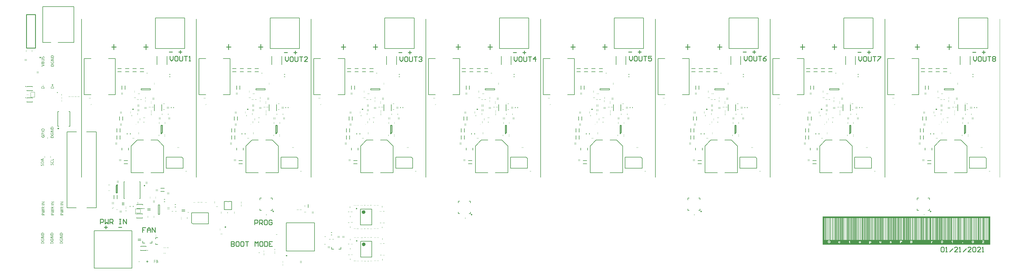
<source format=gto>
G04*
G04 #@! TF.GenerationSoftware,Altium Limited,Altium Designer,19.1.6 (110)*
G04*
G04 Layer_Color=65535*
%FSLAX43Y43*%
%MOMM*%
G71*
G01*
G75*
%ADD10C,0.250*%
%ADD11C,0.600*%
%ADD12C,0.200*%
%ADD13C,0.254*%
%ADD14C,0.100*%
%ADD15C,0.150*%
G36*
X320025Y7550D02*
X266275D01*
Y16563D01*
X320025D01*
Y7550D01*
D02*
G37*
G36*
X47132Y2111D02*
X47135Y2109D01*
X47136D01*
X47138Y2107D01*
X47141Y2105D01*
X47143Y2101D01*
X47144Y2100D01*
X47145Y2097D01*
X47147Y2092D01*
X47149Y2085D01*
Y2083D01*
X47150Y2079D01*
X47151Y2072D01*
Y2062D01*
Y2061D01*
Y2057D01*
Y2053D01*
X47150Y2047D01*
X47148Y2034D01*
X47146Y2028D01*
X47144Y2023D01*
X47143Y2021D01*
X47139Y2018D01*
X47133Y2015D01*
X47125Y2013D01*
X46823D01*
X46818Y2014D01*
X46812Y2018D01*
X46809Y2020D01*
X46806Y2024D01*
Y2025D01*
X46805Y2026D01*
X46804Y2029D01*
X46803Y2033D01*
X46802Y2038D01*
X46801Y2045D01*
X46800Y2053D01*
Y2062D01*
Y2063D01*
Y2067D01*
Y2071D01*
X46801Y2077D01*
X46803Y2090D01*
X46804Y2096D01*
X46806Y2101D01*
Y2102D01*
X46807Y2103D01*
X46811Y2107D01*
X46817Y2110D01*
X46820Y2112D01*
X47129D01*
X47132Y2111D01*
D02*
G37*
G36*
X49579Y2451D02*
X49587Y2450D01*
X49589D01*
X49593Y2449D01*
X49598Y2447D01*
X49603Y2444D01*
X49604Y2443D01*
X49606Y2442D01*
X49609Y2439D01*
X49612Y2436D01*
X49613Y2435D01*
X49614Y2433D01*
X49615Y2430D01*
Y2426D01*
Y2165D01*
X49856D01*
X49859Y2164D01*
X49862Y2162D01*
X49863Y2161D01*
X49865Y2160D01*
X49868Y2157D01*
X49871Y2152D01*
X49872Y2151D01*
X49873Y2148D01*
X49875Y2143D01*
X49877Y2136D01*
Y2134D01*
X49878Y2129D01*
X49879Y2122D01*
Y2113D01*
Y2112D01*
Y2111D01*
Y2105D01*
X49878Y2098D01*
X49876Y2090D01*
Y2088D01*
X49875Y2084D01*
X49873Y2079D01*
X49870Y2073D01*
X49869Y2072D01*
X49868Y2070D01*
X49865Y2067D01*
X49862Y2064D01*
X49861D01*
X49859Y2063D01*
X49855Y2062D01*
X49615D01*
Y1801D01*
Y1800D01*
Y1798D01*
X49614Y1794D01*
X49612Y1791D01*
X49611Y1790D01*
X49610Y1789D01*
X49607Y1786D01*
X49603Y1784D01*
X49602D01*
X49599Y1782D01*
X49594Y1781D01*
X49587Y1779D01*
X49580D01*
X49572Y1778D01*
X49545D01*
X49537Y1779D01*
X49535D01*
X49531Y1780D01*
X49526Y1782D01*
X49520Y1784D01*
X49519Y1785D01*
X49517Y1786D01*
X49514Y1788D01*
X49511Y1791D01*
Y1792D01*
X49510Y1794D01*
X49509Y1797D01*
Y1801D01*
Y2062D01*
X49269D01*
X49262Y2064D01*
X49261Y2065D01*
X49259Y2066D01*
X49256Y2069D01*
X49253Y2073D01*
Y2074D01*
X49251Y2078D01*
X49250Y2083D01*
X49248Y2090D01*
Y2092D01*
X49247Y2097D01*
X49246Y2104D01*
Y2113D01*
Y2114D01*
Y2115D01*
Y2121D01*
X49247Y2128D01*
X49248Y2136D01*
Y2138D01*
X49249Y2142D01*
X49251Y2147D01*
X49253Y2152D01*
X49254Y2153D01*
X49256Y2156D01*
X49259Y2159D01*
X49262Y2162D01*
X49263Y2163D01*
X49265Y2164D01*
X49269Y2165D01*
X49509D01*
Y2426D01*
Y2427D01*
Y2430D01*
X49511Y2436D01*
X49512Y2437D01*
X49513Y2439D01*
X49516Y2442D01*
X49520Y2444D01*
X49521Y2445D01*
X49525Y2446D01*
X49530Y2448D01*
X49537Y2450D01*
X49539D01*
X49544Y2451D01*
X49552Y2452D01*
X49571D01*
X49579Y2451D01*
D02*
G37*
G36*
X52678Y2629D02*
X52697Y2628D01*
X52718Y2626D01*
X52741Y2623D01*
X52764Y2619D01*
X52785Y2614D01*
X52786D01*
X52787Y2613D01*
X52790Y2612D01*
X52794Y2611D01*
X52804Y2607D01*
X52816Y2602D01*
X52830Y2596D01*
X52845Y2587D01*
X52860Y2578D01*
X52874Y2567D01*
X52876Y2566D01*
X52880Y2562D01*
X52886Y2555D01*
X52894Y2547D01*
X52903Y2537D01*
X52912Y2524D01*
X52921Y2510D01*
X52928Y2494D01*
X52929Y2492D01*
X52931Y2486D01*
X52934Y2477D01*
X52937Y2466D01*
X52940Y2451D01*
X52943Y2434D01*
X52945Y2415D01*
X52946Y2395D01*
Y2394D01*
Y2389D01*
Y2383D01*
X52945Y2375D01*
X52944Y2365D01*
X52943Y2355D01*
X52938Y2332D01*
Y2331D01*
X52937Y2327D01*
X52935Y2321D01*
X52932Y2314D01*
X52929Y2305D01*
X52925Y2296D01*
X52914Y2276D01*
X52913Y2275D01*
X52911Y2272D01*
X52908Y2267D01*
X52904Y2261D01*
X52898Y2254D01*
X52891Y2246D01*
X52875Y2230D01*
X52874Y2229D01*
X52871Y2227D01*
X52866Y2223D01*
X52860Y2218D01*
X52852Y2213D01*
X52843Y2208D01*
X52833Y2202D01*
X52822Y2197D01*
X52824D01*
X52828Y2196D01*
X52836Y2194D01*
X52845Y2191D01*
X52856Y2188D01*
X52868Y2183D01*
X52881Y2178D01*
X52893Y2171D01*
X52894Y2170D01*
X52899Y2168D01*
X52905Y2163D01*
X52913Y2158D01*
X52922Y2151D01*
X52931Y2142D01*
X52941Y2133D01*
X52951Y2122D01*
X52952Y2121D01*
X52955Y2117D01*
X52960Y2111D01*
X52965Y2103D01*
X52972Y2092D01*
X52978Y2081D01*
X52984Y2067D01*
X52990Y2053D01*
X52991Y2051D01*
X52992Y2046D01*
X52995Y2038D01*
X52998Y2028D01*
X53000Y2015D01*
X53003Y2000D01*
X53004Y1984D01*
X53005Y1967D01*
Y1965D01*
Y1960D01*
X53004Y1951D01*
Y1940D01*
X53002Y1928D01*
X53000Y1914D01*
X52997Y1900D01*
X52993Y1886D01*
Y1884D01*
X52991Y1880D01*
X52988Y1873D01*
X52985Y1864D01*
X52981Y1853D01*
X52975Y1842D01*
X52962Y1819D01*
X52961Y1818D01*
X52958Y1814D01*
X52954Y1809D01*
X52948Y1802D01*
X52941Y1794D01*
X52933Y1785D01*
X52923Y1776D01*
X52913Y1767D01*
X52912Y1766D01*
X52908Y1763D01*
X52902Y1759D01*
X52895Y1754D01*
X52885Y1748D01*
X52874Y1742D01*
X52862Y1736D01*
X52849Y1730D01*
X52847Y1729D01*
X52843Y1728D01*
X52836Y1725D01*
X52826Y1722D01*
X52815Y1718D01*
X52802Y1714D01*
X52788Y1710D01*
X52773Y1707D01*
X52771D01*
X52766Y1706D01*
X52757Y1705D01*
X52746Y1704D01*
X52732Y1702D01*
X52717Y1701D01*
X52699Y1700D01*
X52435D01*
X52432Y1701D01*
X52428D01*
X52417Y1705D01*
X52412Y1707D01*
X52406Y1711D01*
X52405Y1712D01*
X52404Y1713D01*
X52402Y1716D01*
X52399Y1720D01*
X52396Y1725D01*
X52394Y1732D01*
X52393Y1740D01*
X52392Y1750D01*
Y2579D01*
Y2580D01*
Y2584D01*
X52393Y2588D01*
X52394Y2594D01*
X52398Y2607D01*
X52401Y2613D01*
X52406Y2618D01*
X52407Y2619D01*
X52409Y2620D01*
X52412Y2622D01*
X52416Y2624D01*
X52426Y2628D01*
X52432Y2630D01*
X52670D01*
X52678Y2629D01*
D02*
G37*
G36*
X52185D02*
X52188Y2627D01*
X52189Y2626D01*
X52191Y2625D01*
X52194Y2622D01*
X52197Y2617D01*
X52198Y2616D01*
X52199Y2613D01*
X52201Y2607D01*
X52202Y2600D01*
Y2598D01*
X52203Y2593D01*
X52204Y2586D01*
Y2576D01*
Y2575D01*
Y2574D01*
Y2568D01*
X52203Y2560D01*
X52202Y2552D01*
Y2550D01*
X52201Y2546D01*
X52200Y2542D01*
X52197Y2537D01*
X52196Y2536D01*
X52194Y2534D01*
X52192Y2531D01*
X52188Y2528D01*
X52187D01*
X52185Y2527D01*
X52179Y2526D01*
X51839D01*
Y2209D01*
X52163D01*
X52166Y2208D01*
X52170Y2206D01*
X52171Y2205D01*
X52173Y2204D01*
X52176Y2201D01*
X52178Y2197D01*
X52179Y2196D01*
X52180Y2193D01*
X52182Y2189D01*
X52183Y2182D01*
Y2180D01*
X52184Y2175D01*
X52185Y2167D01*
Y2157D01*
Y2156D01*
Y2155D01*
Y2149D01*
X52184Y2142D01*
X52183Y2134D01*
Y2132D01*
X52182Y2128D01*
X52181Y2123D01*
X52178Y2118D01*
X52177Y2117D01*
X52176Y2115D01*
X52173Y2112D01*
X52170Y2109D01*
X52169D01*
X52167Y2108D01*
X52164Y2107D01*
X52160Y2106D01*
X51839D01*
Y1719D01*
Y1718D01*
Y1716D01*
X51838Y1713D01*
X51836Y1709D01*
X51835Y1708D01*
X51834Y1706D01*
X51830Y1704D01*
X51825Y1702D01*
X51824D01*
X51820Y1701D01*
X51814Y1700D01*
X51806Y1698D01*
X51804D01*
X51798Y1697D01*
X51789Y1696D01*
X51767D01*
X51757Y1697D01*
X51747Y1698D01*
X51745D01*
X51740Y1699D01*
X51734Y1701D01*
X51727Y1702D01*
X51726D01*
X51723Y1704D01*
X51720Y1706D01*
X51717Y1709D01*
Y1710D01*
X51716Y1712D01*
X51715Y1719D01*
Y2579D01*
Y2580D01*
Y2584D01*
X51716Y2588D01*
X51717Y2594D01*
X51721Y2607D01*
X51724Y2613D01*
X51729Y2618D01*
X51730Y2619D01*
X51732Y2620D01*
X51735Y2622D01*
X51739Y2624D01*
X51749Y2628D01*
X51755Y2630D01*
X52182D01*
X52185Y2629D01*
D02*
G37*
G36*
X16583Y21325D02*
X16591Y21324D01*
X16599Y21321D01*
X16601Y21320D01*
X16605Y21318D01*
X16610Y21313D01*
X16616Y21308D01*
X16617Y21307D01*
X16619Y21303D01*
X16622Y21297D01*
X16625Y21290D01*
Y21288D01*
X16626Y21284D01*
X16627Y21278D01*
Y21220D01*
X16626Y21209D01*
X16624Y21197D01*
Y21196D01*
X16623Y21195D01*
X16621Y21188D01*
X16616Y21180D01*
X16610Y21170D01*
X16609Y21169D01*
X16608Y21168D01*
X16602Y21162D01*
X16593Y21153D01*
X16581Y21143D01*
X16580Y21142D01*
X16578Y21141D01*
X16574Y21138D01*
X16568Y21135D01*
X16562Y21131D01*
X16554Y21126D01*
X16544Y21121D01*
X16534Y21116D01*
X16006Y20832D01*
X16004Y20831D01*
X15999Y20828D01*
X15990Y20824D01*
X15979Y20818D01*
X15966Y20811D01*
X15952Y20804D01*
X15936Y20796D01*
X15919Y20787D01*
X15918D01*
X15917Y20786D01*
X15911Y20783D01*
X15903Y20779D01*
X15891Y20774D01*
X15878Y20767D01*
X15863Y20760D01*
X15832Y20746D01*
Y20744D01*
X15833D01*
X15834D01*
X15837D01*
X15841D01*
X15851Y20745D01*
X15865D01*
X15881D01*
X15899Y20746D01*
X15918D01*
X15938D01*
X15939D01*
X15940D01*
X15943D01*
X15947D01*
X15958D01*
X15972Y20747D01*
X15988D01*
X16006D01*
X16025D01*
X16045D01*
X16606D01*
X16607D01*
X16609D01*
X16612Y20745D01*
X16616Y20743D01*
X16617Y20742D01*
X16619Y20741D01*
X16621Y20738D01*
X16623Y20733D01*
Y20732D01*
X16624Y20728D01*
X16625Y20722D01*
X16627Y20714D01*
Y20712D01*
X16628Y20706D01*
X16629Y20697D01*
Y20675D01*
X16628Y20665D01*
X16627Y20655D01*
Y20653D01*
X16626Y20648D01*
X16624Y20642D01*
X16623Y20636D01*
Y20635D01*
X16621Y20633D01*
X16619Y20630D01*
X16616Y20627D01*
X16615D01*
X16613Y20626D01*
X16610Y20625D01*
X16606Y20624D01*
X15749D01*
X15748D01*
X15744D01*
X15739Y20625D01*
X15733Y20626D01*
X15726Y20628D01*
X15719Y20631D01*
X15713Y20635D01*
X15708Y20640D01*
X15707Y20641D01*
X15706Y20643D01*
X15704Y20646D01*
X15701Y20651D01*
X15697Y20662D01*
X15696Y20669D01*
X15695Y20676D01*
Y20748D01*
X15697Y20760D01*
X15699Y20771D01*
Y20772D01*
X15700Y20774D01*
X15702Y20780D01*
X15706Y20789D01*
X15711Y20798D01*
Y20799D01*
X15712Y20800D01*
X15717Y20805D01*
X15724Y20812D01*
X15734Y20820D01*
X15735Y20821D01*
X15737Y20822D01*
X15740Y20824D01*
X15744Y20827D01*
X15750Y20830D01*
X15756Y20834D01*
X15771Y20843D01*
X16179Y21061D01*
X16181Y21062D01*
X16185Y21064D01*
X16193Y21068D01*
X16202Y21073D01*
X16213Y21079D01*
X16225Y21086D01*
X16252Y21100D01*
X16254Y21101D01*
X16258Y21103D01*
X16265Y21107D01*
X16274Y21112D01*
X16285Y21117D01*
X16297Y21123D01*
X16323Y21136D01*
X16324Y21137D01*
X16329Y21139D01*
X16336Y21142D01*
X16344Y21147D01*
X16354Y21152D01*
X16365Y21158D01*
X16390Y21170D01*
X16391Y21171D01*
X16396Y21173D01*
X16402Y21176D01*
X16411Y21181D01*
X16421Y21186D01*
X16432Y21192D01*
X16457Y21204D01*
Y21205D01*
X16456D01*
X16454D01*
X16451D01*
X16447D01*
X16442D01*
X16436Y21204D01*
X16421D01*
X16403D01*
X16383Y21203D01*
X16362D01*
X16340D01*
X16339D01*
X16337D01*
X16334D01*
X16329D01*
X16324D01*
X16317D01*
X16302D01*
X16284D01*
X16264D01*
X16242D01*
X16221D01*
X15717D01*
X15716D01*
X15713D01*
X15710Y21204D01*
X15707Y21206D01*
X15706Y21207D01*
X15705Y21208D01*
X15702Y21212D01*
X15700Y21216D01*
X15699Y21217D01*
X15698Y21221D01*
X15696Y21227D01*
X15695Y21235D01*
Y21237D01*
X15694Y21240D01*
Y21243D01*
X15693Y21253D01*
Y21275D01*
X15694Y21284D01*
X15695Y21293D01*
Y21295D01*
X15696Y21300D01*
X15697Y21307D01*
X15700Y21312D01*
Y21313D01*
X15702Y21316D01*
X15704Y21319D01*
X15707Y21322D01*
X15708Y21323D01*
X15710Y21324D01*
X15713Y21325D01*
X15717Y21326D01*
X16574D01*
X16575D01*
X16576D01*
X16583Y21325D01*
D02*
G37*
G36*
X16613Y20375D02*
X16617Y20373D01*
X16618Y20372D01*
X16619Y20371D01*
X16621Y20367D01*
X16623Y20362D01*
Y20361D01*
X16624Y20357D01*
X16625Y20351D01*
X16627Y20343D01*
Y20341D01*
X16628Y20335D01*
X16629Y20326D01*
Y20304D01*
X16628Y20294D01*
X16627Y20284D01*
Y20282D01*
X16626Y20277D01*
X16624Y20271D01*
X16623Y20264D01*
Y20263D01*
X16621Y20260D01*
X16620Y20257D01*
X16617Y20254D01*
X16616D01*
X16614Y20253D01*
X16610Y20252D01*
X16606D01*
X15715D01*
X15714D01*
X15711D01*
X15708Y20253D01*
X15705Y20255D01*
X15704Y20256D01*
X15702Y20257D01*
X15700Y20261D01*
X15698Y20265D01*
X15697Y20266D01*
X15696Y20271D01*
X15695Y20277D01*
X15693Y20285D01*
Y20287D01*
X15692Y20293D01*
X15691Y20302D01*
Y20324D01*
X15692Y20334D01*
X15693Y20343D01*
Y20345D01*
X15694Y20350D01*
X15696Y20356D01*
X15698Y20362D01*
Y20363D01*
X15700Y20366D01*
X15702Y20370D01*
X15705Y20373D01*
X15706Y20374D01*
X15708Y20375D01*
X15711Y20376D01*
X15715D01*
X16606D01*
X16607D01*
X16610D01*
X16613Y20375D01*
D02*
G37*
G36*
X16617Y19738D02*
X16618D01*
X16619Y19736D01*
X16622Y19733D01*
X16624Y19728D01*
Y19727D01*
X16625Y19723D01*
X16626Y19717D01*
X16627Y19708D01*
Y19706D01*
X16628Y19703D01*
Y19699D01*
X16629Y19688D01*
Y19663D01*
X16628Y19653D01*
X16627Y19643D01*
Y19641D01*
X16626Y19636D01*
X16625Y19630D01*
X16623Y19624D01*
X16622Y19623D01*
X16621Y19620D01*
X16618Y19616D01*
X16615Y19613D01*
X16614Y19612D01*
X16611Y19611D01*
X16606Y19608D01*
X16600Y19606D01*
X16380Y19521D01*
X16378Y19520D01*
X16374Y19518D01*
X16367Y19515D01*
X16358Y19512D01*
X16347Y19507D01*
X16337Y19502D01*
X16313Y19490D01*
X16312Y19489D01*
X16308Y19487D01*
X16302Y19484D01*
X16294Y19479D01*
X16286Y19473D01*
X16277Y19467D01*
X16259Y19451D01*
X16258Y19450D01*
X16255Y19447D01*
X16251Y19442D01*
X16246Y19436D01*
X16240Y19429D01*
X16234Y19420D01*
X16228Y19410D01*
X16223Y19399D01*
X16222Y19398D01*
X16221Y19394D01*
X16219Y19387D01*
X16216Y19379D01*
X16214Y19368D01*
X16212Y19356D01*
X16211Y19342D01*
X16210Y19326D01*
Y19244D01*
X16606D01*
X16607D01*
X16610D01*
X16613Y19242D01*
X16617Y19240D01*
X16618Y19239D01*
X16619Y19238D01*
X16621Y19235D01*
X16623Y19230D01*
Y19229D01*
X16624Y19225D01*
X16625Y19219D01*
X16627Y19211D01*
Y19209D01*
X16628Y19203D01*
X16629Y19194D01*
Y19171D01*
X16628Y19161D01*
X16627Y19151D01*
Y19149D01*
X16626Y19145D01*
X16624Y19138D01*
X16623Y19132D01*
Y19131D01*
X16621Y19128D01*
X16620Y19125D01*
X16617Y19122D01*
X16616D01*
X16614Y19121D01*
X16610Y19120D01*
X16606D01*
X15746D01*
X15745D01*
X15741D01*
X15737Y19121D01*
X15731Y19122D01*
X15718Y19126D01*
X15712Y19129D01*
X15707Y19134D01*
X15706Y19135D01*
X15705Y19137D01*
X15703Y19140D01*
X15701Y19144D01*
X15697Y19154D01*
X15695Y19160D01*
Y19394D01*
X15696Y19403D01*
Y19413D01*
X15697Y19422D01*
Y19426D01*
X15698Y19431D01*
Y19436D01*
X15699Y19450D01*
X15701Y19464D01*
Y19466D01*
X15702Y19469D01*
X15703Y19473D01*
X15705Y19483D01*
X15708Y19496D01*
X15713Y19511D01*
X15718Y19527D01*
X15724Y19543D01*
X15731Y19559D01*
X15732Y19561D01*
X15735Y19566D01*
X15739Y19573D01*
X15745Y19583D01*
X15752Y19594D01*
X15761Y19605D01*
X15771Y19617D01*
X15782Y19628D01*
X15783Y19629D01*
X15786Y19633D01*
X15793Y19638D01*
X15801Y19644D01*
X15812Y19651D01*
X15824Y19658D01*
X15837Y19664D01*
X15852Y19670D01*
X15854Y19671D01*
X15859Y19672D01*
X15867Y19675D01*
X15878Y19678D01*
X15891Y19680D01*
X15906Y19683D01*
X15922Y19684D01*
X15940Y19685D01*
X15941D01*
X15942D01*
X15948D01*
X15957Y19684D01*
X15968Y19683D01*
X15981Y19682D01*
X15995Y19680D01*
X16010Y19676D01*
X16024Y19672D01*
X16026Y19671D01*
X16030Y19670D01*
X16037Y19667D01*
X16046Y19663D01*
X16056Y19657D01*
X16067Y19651D01*
X16079Y19644D01*
X16090Y19635D01*
X16091Y19634D01*
X16095Y19631D01*
X16100Y19626D01*
X16107Y19619D01*
X16114Y19611D01*
X16122Y19602D01*
X16131Y19591D01*
X16139Y19579D01*
X16140Y19578D01*
X16142Y19573D01*
X16146Y19567D01*
X16151Y19558D01*
X16156Y19547D01*
X16162Y19535D01*
X16168Y19521D01*
X16174Y19506D01*
Y19507D01*
X16176Y19510D01*
X16178Y19514D01*
X16181Y19520D01*
X16189Y19533D01*
X16200Y19547D01*
X16201Y19548D01*
X16203Y19550D01*
X16206Y19554D01*
X16210Y19559D01*
X16216Y19564D01*
X16222Y19570D01*
X16237Y19581D01*
X16238Y19582D01*
X16241Y19584D01*
X16245Y19587D01*
X16251Y19591D01*
X16258Y19595D01*
X16266Y19600D01*
X16286Y19611D01*
X16287Y19612D01*
X16291Y19614D01*
X16297Y19617D01*
X16304Y19620D01*
X16314Y19625D01*
X16325Y19630D01*
X16337Y19635D01*
X16349Y19641D01*
X16554Y19724D01*
X16555D01*
X16558Y19726D01*
X16563Y19727D01*
X16568Y19729D01*
X16581Y19734D01*
X16586Y19736D01*
X16591Y19737D01*
X16593Y19738D01*
X16597Y19739D01*
X16602Y19740D01*
X16606D01*
X16607D01*
X16610D01*
X16617Y19738D01*
D02*
G37*
G36*
X15729Y18950D02*
X15740Y18948D01*
X16598Y18701D01*
X16600Y18700D01*
X16604Y18699D01*
X16609Y18696D01*
X16614Y18692D01*
X16615Y18691D01*
X16617Y18688D01*
X16620Y18683D01*
X16623Y18676D01*
Y18674D01*
X16625Y18669D01*
X16626Y18661D01*
X16627Y18651D01*
Y18649D01*
X16628Y18645D01*
Y18636D01*
X16629Y18630D01*
Y18602D01*
X16628Y18590D01*
X16627Y18577D01*
Y18575D01*
X16626Y18568D01*
X16625Y18560D01*
X16623Y18552D01*
X16622Y18550D01*
X16621Y18546D01*
X16618Y18541D01*
X16614Y18536D01*
X16613Y18535D01*
X16610Y18533D01*
X16605Y18531D01*
X16598Y18529D01*
X15896Y18334D01*
Y18333D01*
X16598Y18153D01*
X16600D01*
X16604Y18151D01*
X16609Y18149D01*
X16614Y18146D01*
X16615Y18145D01*
X16617Y18142D01*
X16620Y18138D01*
X16623Y18131D01*
Y18129D01*
X16625Y18125D01*
X16626Y18117D01*
X16627Y18107D01*
Y18104D01*
X16628Y18101D01*
Y18091D01*
X16629Y18085D01*
Y18056D01*
X16628Y18043D01*
X16627Y18030D01*
Y18027D01*
X16626Y18021D01*
X16625Y18012D01*
X16623Y18004D01*
X16622Y18002D01*
X16621Y17998D01*
X16618Y17993D01*
X16614Y17988D01*
X16613Y17987D01*
X16610Y17985D01*
X16605Y17983D01*
X16598Y17981D01*
X15740Y17735D01*
X15739D01*
X15737Y17734D01*
X15734D01*
X15730Y17733D01*
X15722Y17731D01*
X15714Y17730D01*
X15712D01*
X15708Y17731D01*
X15703Y17733D01*
X15699Y17736D01*
X15698Y17737D01*
X15696Y17741D01*
X15694Y17747D01*
X15693Y17756D01*
Y17759D01*
X15692Y17762D01*
Y17771D01*
X15691Y17778D01*
Y17806D01*
X15692Y17817D01*
X15693Y17828D01*
Y17830D01*
X15694Y17835D01*
X15695Y17842D01*
X15697Y17848D01*
Y17849D01*
X15699Y17852D01*
X15701Y17855D01*
X15704Y17857D01*
X15705Y17858D01*
X15707Y17859D01*
X15712Y17860D01*
X15717Y17862D01*
X16496Y18070D01*
Y18071D01*
X15719Y18270D01*
X15718D01*
X15714Y18271D01*
X15710Y18273D01*
X15706Y18275D01*
X15705Y18276D01*
X15703Y18277D01*
X15700Y18281D01*
X15697Y18285D01*
X15696Y18286D01*
X15695Y18291D01*
X15694Y18297D01*
X15693Y18306D01*
Y18308D01*
X15692Y18311D01*
Y18320D01*
X15691Y18326D01*
Y18353D01*
X15692Y18363D01*
X15693Y18373D01*
Y18375D01*
X15694Y18380D01*
X15695Y18386D01*
X15697Y18392D01*
X15698Y18393D01*
X15699Y18396D01*
X15702Y18399D01*
X15706Y18402D01*
X15707Y18403D01*
X15709Y18404D01*
X15714Y18406D01*
X15719Y18408D01*
X16496Y18621D01*
Y18622D01*
X15718Y18827D01*
X15717Y18828D01*
X15714Y18829D01*
X15706Y18832D01*
X15705D01*
X15703Y18834D01*
X15700Y18837D01*
X15697Y18841D01*
X15696Y18842D01*
X15695Y18846D01*
X15694Y18852D01*
X15693Y18860D01*
Y18862D01*
X15692Y18865D01*
Y18869D01*
X15691Y18880D01*
Y18906D01*
X15692Y18917D01*
X15693Y18928D01*
Y18930D01*
X15695Y18935D01*
X15697Y18941D01*
X15700Y18946D01*
X15701Y18947D01*
X15704Y18949D01*
X15708Y18951D01*
X15715D01*
X15717D01*
X15721D01*
X15729Y18950D01*
D02*
G37*
G36*
X15985Y17621D02*
X15992D01*
X16009Y17619D01*
X16028Y17616D01*
X16050Y17612D01*
X16071Y17606D01*
X16093Y17598D01*
X16094D01*
X16095Y17597D01*
X16098Y17596D01*
X16102Y17594D01*
X16113Y17588D01*
X16126Y17581D01*
X16141Y17572D01*
X16157Y17560D01*
X16173Y17547D01*
X16189Y17532D01*
X16191Y17530D01*
X16195Y17524D01*
X16202Y17515D01*
X16211Y17503D01*
X16221Y17488D01*
X16231Y17470D01*
X16241Y17450D01*
X16250Y17427D01*
Y17426D01*
X16251Y17424D01*
X16252Y17421D01*
X16253Y17416D01*
X16255Y17410D01*
X16257Y17403D01*
X16259Y17395D01*
X16260Y17385D01*
X16262Y17375D01*
X16264Y17363D01*
X16268Y17338D01*
X16270Y17310D01*
X16271Y17279D01*
Y17174D01*
X16606D01*
X16607D01*
X16610D01*
X16613Y17172D01*
X16617Y17170D01*
X16618Y17169D01*
X16619Y17168D01*
X16621Y17165D01*
X16623Y17160D01*
Y17159D01*
X16624Y17155D01*
X16625Y17149D01*
X16627Y17141D01*
Y17139D01*
X16628Y17133D01*
X16629Y17124D01*
Y17101D01*
X16628Y17091D01*
X16627Y17081D01*
Y17079D01*
X16626Y17075D01*
X16624Y17068D01*
X16623Y17062D01*
Y17061D01*
X16621Y17058D01*
X16620Y17055D01*
X16617Y17052D01*
X16616D01*
X16614Y17051D01*
X16610Y17050D01*
X16606D01*
X15749D01*
X15748D01*
X15744D01*
X15739Y17051D01*
X15733Y17052D01*
X15726Y17054D01*
X15719Y17056D01*
X15713Y17060D01*
X15708Y17065D01*
X15707Y17066D01*
X15706Y17068D01*
X15704Y17071D01*
X15701Y17075D01*
X15697Y17086D01*
X15696Y17092D01*
X15695Y17099D01*
Y17317D01*
X15696Y17325D01*
Y17334D01*
X15698Y17355D01*
Y17356D01*
X15699Y17360D01*
Y17366D01*
X15700Y17374D01*
X15702Y17383D01*
X15704Y17395D01*
X15706Y17407D01*
X15709Y17421D01*
Y17423D01*
X15711Y17428D01*
X15713Y17435D01*
X15716Y17445D01*
X15720Y17457D01*
X15725Y17470D01*
X15732Y17484D01*
X15740Y17498D01*
X15741Y17500D01*
X15744Y17505D01*
X15749Y17512D01*
X15755Y17521D01*
X15763Y17531D01*
X15773Y17542D01*
X15783Y17553D01*
X15795Y17564D01*
X15796Y17565D01*
X15801Y17569D01*
X15808Y17574D01*
X15817Y17580D01*
X15828Y17587D01*
X15841Y17594D01*
X15856Y17601D01*
X15872Y17607D01*
X15874Y17608D01*
X15879Y17609D01*
X15888Y17612D01*
X15900Y17615D01*
X15914Y17617D01*
X15930Y17620D01*
X15948Y17621D01*
X15967Y17622D01*
X15968D01*
X15970D01*
X15974D01*
X15979D01*
X15985Y17621D01*
D02*
G37*
G36*
X22583Y21325D02*
X22591Y21324D01*
X22599Y21321D01*
X22601Y21320D01*
X22605Y21318D01*
X22610Y21313D01*
X22616Y21308D01*
X22617Y21307D01*
X22619Y21303D01*
X22622Y21297D01*
X22625Y21290D01*
Y21288D01*
X22626Y21284D01*
X22627Y21278D01*
Y21220D01*
X22626Y21209D01*
X22624Y21197D01*
Y21196D01*
X22623Y21195D01*
X22621Y21188D01*
X22616Y21180D01*
X22610Y21170D01*
X22609Y21169D01*
X22608Y21168D01*
X22602Y21162D01*
X22593Y21153D01*
X22581Y21143D01*
X22580Y21142D01*
X22578Y21141D01*
X22574Y21138D01*
X22568Y21135D01*
X22562Y21131D01*
X22554Y21126D01*
X22544Y21121D01*
X22534Y21116D01*
X22006Y20832D01*
X22004Y20831D01*
X21999Y20828D01*
X21990Y20824D01*
X21979Y20818D01*
X21966Y20811D01*
X21952Y20804D01*
X21936Y20796D01*
X21919Y20787D01*
X21918D01*
X21917Y20786D01*
X21911Y20783D01*
X21903Y20779D01*
X21891Y20774D01*
X21878Y20767D01*
X21863Y20760D01*
X21832Y20746D01*
Y20744D01*
X21833D01*
X21834D01*
X21837D01*
X21841D01*
X21851Y20745D01*
X21865D01*
X21881D01*
X21899Y20746D01*
X21918D01*
X21938D01*
X21939D01*
X21940D01*
X21943D01*
X21947D01*
X21958D01*
X21972Y20747D01*
X21988D01*
X22006D01*
X22025D01*
X22045D01*
X22606D01*
X22607D01*
X22609D01*
X22612Y20745D01*
X22616Y20743D01*
X22617Y20742D01*
X22619Y20741D01*
X22621Y20738D01*
X22623Y20733D01*
Y20732D01*
X22624Y20728D01*
X22625Y20722D01*
X22627Y20714D01*
Y20712D01*
X22628Y20706D01*
X22629Y20697D01*
Y20675D01*
X22628Y20665D01*
X22627Y20655D01*
Y20653D01*
X22626Y20648D01*
X22624Y20642D01*
X22623Y20636D01*
Y20635D01*
X22621Y20633D01*
X22619Y20630D01*
X22616Y20627D01*
X22615D01*
X22613Y20626D01*
X22610Y20625D01*
X22606Y20624D01*
X21749D01*
X21748D01*
X21744D01*
X21739Y20625D01*
X21733Y20626D01*
X21726Y20628D01*
X21719Y20631D01*
X21713Y20635D01*
X21708Y20640D01*
X21707Y20641D01*
X21706Y20643D01*
X21704Y20646D01*
X21701Y20651D01*
X21697Y20662D01*
X21696Y20669D01*
X21695Y20676D01*
Y20748D01*
X21697Y20760D01*
X21699Y20771D01*
Y20772D01*
X21700Y20774D01*
X21702Y20780D01*
X21706Y20789D01*
X21711Y20798D01*
Y20799D01*
X21712Y20800D01*
X21717Y20805D01*
X21724Y20812D01*
X21734Y20820D01*
X21735Y20821D01*
X21737Y20822D01*
X21740Y20824D01*
X21744Y20827D01*
X21750Y20830D01*
X21756Y20834D01*
X21771Y20843D01*
X22179Y21061D01*
X22181Y21062D01*
X22185Y21064D01*
X22193Y21068D01*
X22202Y21073D01*
X22213Y21079D01*
X22225Y21086D01*
X22252Y21100D01*
X22254Y21101D01*
X22258Y21103D01*
X22265Y21107D01*
X22274Y21112D01*
X22285Y21117D01*
X22297Y21123D01*
X22323Y21136D01*
X22324Y21137D01*
X22329Y21139D01*
X22336Y21142D01*
X22344Y21147D01*
X22354Y21152D01*
X22365Y21158D01*
X22390Y21170D01*
X22391Y21171D01*
X22396Y21173D01*
X22402Y21176D01*
X22411Y21181D01*
X22421Y21186D01*
X22432Y21192D01*
X22457Y21204D01*
Y21205D01*
X22456D01*
X22454D01*
X22451D01*
X22447D01*
X22442D01*
X22436Y21204D01*
X22421D01*
X22403D01*
X22383Y21203D01*
X22362D01*
X22340D01*
X22339D01*
X22337D01*
X22334D01*
X22329D01*
X22324D01*
X22317D01*
X22302D01*
X22284D01*
X22264D01*
X22242D01*
X22221D01*
X21717D01*
X21716D01*
X21713D01*
X21710Y21204D01*
X21707Y21206D01*
X21706Y21207D01*
X21705Y21208D01*
X21702Y21212D01*
X21700Y21216D01*
X21699Y21217D01*
X21698Y21221D01*
X21696Y21227D01*
X21695Y21235D01*
Y21237D01*
X21694Y21240D01*
Y21243D01*
X21693Y21253D01*
Y21275D01*
X21694Y21284D01*
X21695Y21293D01*
Y21295D01*
X21696Y21300D01*
X21697Y21307D01*
X21700Y21312D01*
Y21313D01*
X21702Y21316D01*
X21704Y21319D01*
X21707Y21322D01*
X21708Y21323D01*
X21710Y21324D01*
X21713Y21325D01*
X21717Y21326D01*
X22574D01*
X22575D01*
X22576D01*
X22583Y21325D01*
D02*
G37*
G36*
X22613Y20375D02*
X22617Y20373D01*
X22618Y20372D01*
X22619Y20371D01*
X22621Y20367D01*
X22623Y20362D01*
Y20361D01*
X22624Y20357D01*
X22625Y20351D01*
X22627Y20343D01*
Y20341D01*
X22628Y20335D01*
X22629Y20326D01*
Y20304D01*
X22628Y20294D01*
X22627Y20284D01*
Y20282D01*
X22626Y20277D01*
X22624Y20271D01*
X22623Y20264D01*
Y20263D01*
X22621Y20260D01*
X22620Y20257D01*
X22617Y20254D01*
X22616D01*
X22614Y20253D01*
X22610Y20252D01*
X22606D01*
X21715D01*
X21714D01*
X21711D01*
X21708Y20253D01*
X21705Y20255D01*
X21704Y20256D01*
X21702Y20257D01*
X21700Y20261D01*
X21698Y20265D01*
X21697Y20266D01*
X21696Y20271D01*
X21695Y20277D01*
X21693Y20285D01*
Y20287D01*
X21692Y20293D01*
X21691Y20302D01*
Y20324D01*
X21692Y20334D01*
X21693Y20343D01*
Y20345D01*
X21694Y20350D01*
X21696Y20356D01*
X21698Y20362D01*
Y20363D01*
X21700Y20366D01*
X21702Y20370D01*
X21705Y20373D01*
X21706Y20374D01*
X21708Y20375D01*
X21711Y20376D01*
X21715D01*
X22606D01*
X22607D01*
X22610D01*
X22613Y20375D01*
D02*
G37*
G36*
X22617Y19738D02*
X22618D01*
X22619Y19736D01*
X22622Y19733D01*
X22624Y19728D01*
Y19727D01*
X22625Y19723D01*
X22626Y19717D01*
X22627Y19708D01*
Y19706D01*
X22628Y19703D01*
Y19699D01*
X22629Y19688D01*
Y19663D01*
X22628Y19653D01*
X22627Y19643D01*
Y19641D01*
X22626Y19636D01*
X22625Y19630D01*
X22623Y19624D01*
X22622Y19623D01*
X22621Y19620D01*
X22618Y19616D01*
X22615Y19613D01*
X22614Y19612D01*
X22611Y19611D01*
X22606Y19608D01*
X22600Y19606D01*
X22380Y19521D01*
X22378Y19520D01*
X22374Y19518D01*
X22367Y19515D01*
X22358Y19512D01*
X22347Y19507D01*
X22337Y19502D01*
X22313Y19490D01*
X22312Y19489D01*
X22308Y19487D01*
X22302Y19484D01*
X22294Y19479D01*
X22286Y19473D01*
X22277Y19467D01*
X22259Y19451D01*
X22258Y19450D01*
X22255Y19447D01*
X22251Y19442D01*
X22246Y19436D01*
X22240Y19429D01*
X22234Y19420D01*
X22228Y19410D01*
X22223Y19399D01*
X22222Y19398D01*
X22221Y19394D01*
X22219Y19387D01*
X22216Y19379D01*
X22214Y19368D01*
X22212Y19356D01*
X22211Y19342D01*
X22210Y19326D01*
Y19244D01*
X22606D01*
X22607D01*
X22610D01*
X22613Y19242D01*
X22617Y19240D01*
X22618Y19239D01*
X22619Y19238D01*
X22621Y19235D01*
X22623Y19230D01*
Y19229D01*
X22624Y19225D01*
X22625Y19219D01*
X22627Y19211D01*
Y19209D01*
X22628Y19203D01*
X22629Y19194D01*
Y19171D01*
X22628Y19161D01*
X22627Y19151D01*
Y19149D01*
X22626Y19145D01*
X22624Y19138D01*
X22623Y19132D01*
Y19131D01*
X22621Y19128D01*
X22620Y19125D01*
X22617Y19122D01*
X22616D01*
X22614Y19121D01*
X22610Y19120D01*
X22606D01*
X21746D01*
X21745D01*
X21741D01*
X21737Y19121D01*
X21731Y19122D01*
X21718Y19126D01*
X21712Y19129D01*
X21707Y19134D01*
X21706Y19135D01*
X21705Y19137D01*
X21703Y19140D01*
X21701Y19144D01*
X21697Y19154D01*
X21695Y19160D01*
Y19394D01*
X21696Y19403D01*
Y19413D01*
X21697Y19422D01*
Y19426D01*
X21698Y19431D01*
Y19436D01*
X21699Y19450D01*
X21701Y19464D01*
Y19466D01*
X21702Y19469D01*
X21703Y19473D01*
X21705Y19483D01*
X21708Y19496D01*
X21713Y19511D01*
X21718Y19527D01*
X21724Y19543D01*
X21731Y19559D01*
X21732Y19561D01*
X21735Y19566D01*
X21739Y19573D01*
X21745Y19583D01*
X21752Y19594D01*
X21761Y19605D01*
X21771Y19617D01*
X21781Y19628D01*
X21782Y19629D01*
X21786Y19633D01*
X21793Y19638D01*
X21801Y19644D01*
X21812Y19651D01*
X21824Y19658D01*
X21837Y19664D01*
X21852Y19670D01*
X21854Y19671D01*
X21859Y19672D01*
X21867Y19675D01*
X21878Y19678D01*
X21891Y19680D01*
X21906Y19683D01*
X21922Y19684D01*
X21940Y19685D01*
X21941D01*
X21942D01*
X21948D01*
X21957Y19684D01*
X21968Y19683D01*
X21981Y19682D01*
X21995Y19680D01*
X22010Y19676D01*
X22024Y19672D01*
X22026Y19671D01*
X22030Y19670D01*
X22037Y19667D01*
X22046Y19663D01*
X22056Y19657D01*
X22067Y19651D01*
X22079Y19644D01*
X22090Y19635D01*
X22091Y19634D01*
X22095Y19631D01*
X22100Y19626D01*
X22107Y19619D01*
X22114Y19611D01*
X22122Y19602D01*
X22131Y19591D01*
X22139Y19579D01*
X22140Y19578D01*
X22142Y19573D01*
X22146Y19567D01*
X22151Y19558D01*
X22156Y19547D01*
X22162Y19535D01*
X22168Y19521D01*
X22174Y19506D01*
Y19507D01*
X22176Y19510D01*
X22178Y19514D01*
X22181Y19520D01*
X22189Y19533D01*
X22200Y19547D01*
X22201Y19548D01*
X22203Y19550D01*
X22206Y19554D01*
X22210Y19559D01*
X22216Y19564D01*
X22222Y19570D01*
X22237Y19581D01*
X22238Y19582D01*
X22241Y19584D01*
X22245Y19587D01*
X22251Y19591D01*
X22258Y19595D01*
X22266Y19600D01*
X22286Y19611D01*
X22287Y19612D01*
X22291Y19614D01*
X22297Y19617D01*
X22304Y19620D01*
X22314Y19625D01*
X22325Y19630D01*
X22337Y19635D01*
X22349Y19641D01*
X22554Y19724D01*
X22555D01*
X22558Y19726D01*
X22563Y19727D01*
X22568Y19729D01*
X22581Y19734D01*
X22586Y19736D01*
X22591Y19737D01*
X22593Y19738D01*
X22597Y19739D01*
X22602Y19740D01*
X22606D01*
X22607D01*
X22610D01*
X22617Y19738D01*
D02*
G37*
G36*
X21729Y18950D02*
X21740Y18948D01*
X22598Y18701D01*
X22600Y18700D01*
X22604Y18699D01*
X22609Y18696D01*
X22614Y18692D01*
X22615Y18691D01*
X22617Y18688D01*
X22620Y18683D01*
X22623Y18676D01*
Y18674D01*
X22625Y18669D01*
X22626Y18661D01*
X22627Y18651D01*
Y18649D01*
X22628Y18645D01*
Y18636D01*
X22629Y18630D01*
Y18602D01*
X22628Y18590D01*
X22627Y18577D01*
Y18575D01*
X22626Y18568D01*
X22625Y18560D01*
X22623Y18552D01*
X22622Y18550D01*
X22621Y18546D01*
X22618Y18541D01*
X22614Y18536D01*
X22613Y18535D01*
X22610Y18533D01*
X22605Y18531D01*
X22598Y18529D01*
X21896Y18334D01*
Y18333D01*
X22598Y18153D01*
X22600D01*
X22604Y18151D01*
X22609Y18149D01*
X22614Y18146D01*
X22615Y18145D01*
X22617Y18142D01*
X22620Y18138D01*
X22623Y18131D01*
Y18129D01*
X22625Y18125D01*
X22626Y18117D01*
X22627Y18107D01*
Y18104D01*
X22628Y18101D01*
Y18091D01*
X22629Y18085D01*
Y18056D01*
X22628Y18043D01*
X22627Y18030D01*
Y18027D01*
X22626Y18021D01*
X22625Y18012D01*
X22623Y18004D01*
X22622Y18002D01*
X22621Y17998D01*
X22618Y17993D01*
X22614Y17988D01*
X22613Y17987D01*
X22610Y17985D01*
X22605Y17983D01*
X22598Y17981D01*
X21740Y17735D01*
X21739D01*
X21737Y17734D01*
X21734D01*
X21730Y17733D01*
X21722Y17731D01*
X21714Y17730D01*
X21712D01*
X21708Y17731D01*
X21703Y17733D01*
X21699Y17736D01*
X21698Y17737D01*
X21696Y17741D01*
X21694Y17747D01*
X21693Y17756D01*
Y17759D01*
X21692Y17762D01*
Y17771D01*
X21691Y17778D01*
Y17806D01*
X21692Y17817D01*
X21693Y17828D01*
Y17830D01*
X21694Y17835D01*
X21695Y17842D01*
X21697Y17848D01*
Y17849D01*
X21699Y17852D01*
X21701Y17855D01*
X21704Y17857D01*
X21705Y17858D01*
X21707Y17859D01*
X21712Y17860D01*
X21717Y17862D01*
X22496Y18070D01*
Y18071D01*
X21719Y18270D01*
X21718D01*
X21714Y18271D01*
X21710Y18273D01*
X21706Y18275D01*
X21705Y18276D01*
X21703Y18277D01*
X21700Y18281D01*
X21697Y18285D01*
X21696Y18286D01*
X21695Y18291D01*
X21694Y18297D01*
X21693Y18306D01*
Y18308D01*
X21692Y18311D01*
Y18320D01*
X21691Y18326D01*
Y18353D01*
X21692Y18363D01*
X21693Y18373D01*
Y18375D01*
X21694Y18380D01*
X21695Y18386D01*
X21697Y18392D01*
X21698Y18393D01*
X21699Y18396D01*
X21702Y18399D01*
X21706Y18402D01*
X21707Y18403D01*
X21709Y18404D01*
X21714Y18406D01*
X21719Y18408D01*
X22496Y18621D01*
Y18622D01*
X21718Y18827D01*
X21717Y18828D01*
X21714Y18829D01*
X21706Y18832D01*
X21705D01*
X21703Y18834D01*
X21700Y18837D01*
X21697Y18841D01*
X21696Y18842D01*
X21695Y18846D01*
X21694Y18852D01*
X21693Y18860D01*
Y18862D01*
X21692Y18865D01*
Y18869D01*
X21691Y18880D01*
Y18906D01*
X21692Y18917D01*
X21693Y18928D01*
Y18930D01*
X21695Y18935D01*
X21697Y18941D01*
X21700Y18946D01*
X21701Y18947D01*
X21704Y18949D01*
X21708Y18951D01*
X21715D01*
X21717D01*
X21721D01*
X21729Y18950D01*
D02*
G37*
G36*
X21985Y17621D02*
X21992D01*
X22009Y17619D01*
X22028Y17616D01*
X22050Y17612D01*
X22071Y17606D01*
X22093Y17598D01*
X22094D01*
X22095Y17597D01*
X22098Y17596D01*
X22102Y17594D01*
X22113Y17588D01*
X22126Y17581D01*
X22141Y17572D01*
X22157Y17560D01*
X22173Y17547D01*
X22189Y17532D01*
X22191Y17530D01*
X22195Y17524D01*
X22202Y17515D01*
X22211Y17503D01*
X22221Y17488D01*
X22231Y17470D01*
X22241Y17450D01*
X22250Y17427D01*
Y17426D01*
X22251Y17424D01*
X22252Y17421D01*
X22253Y17416D01*
X22255Y17410D01*
X22257Y17403D01*
X22259Y17395D01*
X22260Y17385D01*
X22262Y17375D01*
X22264Y17363D01*
X22268Y17338D01*
X22270Y17310D01*
X22271Y17279D01*
Y17174D01*
X22606D01*
X22607D01*
X22610D01*
X22613Y17172D01*
X22617Y17170D01*
X22618Y17169D01*
X22619Y17168D01*
X22621Y17165D01*
X22623Y17160D01*
Y17159D01*
X22624Y17155D01*
X22625Y17149D01*
X22627Y17141D01*
Y17139D01*
X22628Y17133D01*
X22629Y17124D01*
Y17101D01*
X22628Y17091D01*
X22627Y17081D01*
Y17079D01*
X22626Y17075D01*
X22624Y17068D01*
X22623Y17062D01*
Y17061D01*
X22621Y17058D01*
X22620Y17055D01*
X22617Y17052D01*
X22616D01*
X22614Y17051D01*
X22610Y17050D01*
X22606D01*
X21749D01*
X21748D01*
X21744D01*
X21739Y17051D01*
X21733Y17052D01*
X21726Y17054D01*
X21719Y17056D01*
X21713Y17060D01*
X21708Y17065D01*
X21707Y17066D01*
X21706Y17068D01*
X21704Y17071D01*
X21701Y17075D01*
X21697Y17086D01*
X21696Y17092D01*
X21695Y17099D01*
Y17317D01*
X21696Y17325D01*
Y17334D01*
X21698Y17355D01*
Y17356D01*
X21699Y17360D01*
Y17366D01*
X21700Y17374D01*
X21702Y17383D01*
X21704Y17395D01*
X21706Y17407D01*
X21709Y17421D01*
Y17423D01*
X21711Y17428D01*
X21713Y17435D01*
X21716Y17445D01*
X21720Y17457D01*
X21725Y17470D01*
X21732Y17484D01*
X21740Y17498D01*
X21741Y17500D01*
X21744Y17505D01*
X21749Y17512D01*
X21755Y17521D01*
X21763Y17531D01*
X21773Y17542D01*
X21784Y17553D01*
X21795Y17564D01*
X21796Y17565D01*
X21801Y17569D01*
X21808Y17574D01*
X21817Y17580D01*
X21828Y17587D01*
X21841Y17594D01*
X21856Y17601D01*
X21872Y17607D01*
X21874Y17608D01*
X21879Y17609D01*
X21888Y17612D01*
X21900Y17615D01*
X21914Y17617D01*
X21930Y17620D01*
X21948Y17621D01*
X21967Y17622D01*
X21968D01*
X21970D01*
X21974D01*
X21979D01*
X21985Y17621D01*
D02*
G37*
G36*
X22003Y11325D02*
X22015Y11324D01*
X22029Y11323D01*
X22044Y11322D01*
X22060Y11321D01*
X22077Y11318D01*
X22112Y11313D01*
X22149Y11305D01*
X22183Y11295D01*
X22184D01*
X22187Y11294D01*
X22192Y11292D01*
X22198Y11289D01*
X22206Y11286D01*
X22215Y11282D01*
X22225Y11277D01*
X22235Y11272D01*
X22259Y11259D01*
X22284Y11244D01*
X22309Y11225D01*
X22332Y11204D01*
X22333Y11203D01*
X22335Y11201D01*
X22338Y11198D01*
X22342Y11193D01*
X22347Y11188D01*
X22352Y11181D01*
X22358Y11173D01*
X22365Y11164D01*
X22372Y11154D01*
X22380Y11142D01*
X22394Y11118D01*
X22409Y11089D01*
X22421Y11058D01*
Y11057D01*
X22422Y11054D01*
X22424Y11049D01*
X22425Y11043D01*
X22428Y11034D01*
X22430Y11024D01*
X22433Y11013D01*
X22435Y11000D01*
X22438Y10986D01*
X22441Y10970D01*
X22443Y10953D01*
X22445Y10935D01*
X22447Y10916D01*
X22449Y10896D01*
X22450Y10853D01*
Y10653D01*
X22449Y10650D01*
Y10646D01*
X22445Y10635D01*
X22443Y10630D01*
X22439Y10624D01*
X22438Y10623D01*
X22437Y10622D01*
X22434Y10620D01*
X22430Y10617D01*
X22425Y10614D01*
X22418Y10612D01*
X22410Y10611D01*
X22400Y10610D01*
X21571D01*
X21570D01*
X21566D01*
X21562Y10611D01*
X21556Y10612D01*
X21543Y10616D01*
X21537Y10619D01*
X21532Y10624D01*
X21531Y10625D01*
X21530Y10627D01*
X21528Y10630D01*
X21526Y10634D01*
X21522Y10644D01*
X21520Y10650D01*
Y10887D01*
X21521Y10898D01*
X21522Y10910D01*
X21523Y10922D01*
X21524Y10937D01*
X21528Y10969D01*
X21533Y11003D01*
X21541Y11037D01*
X21552Y11070D01*
Y11071D01*
X21553Y11074D01*
X21555Y11078D01*
X21558Y11084D01*
X21561Y11091D01*
X21565Y11100D01*
X21575Y11119D01*
X21588Y11141D01*
X21603Y11165D01*
X21620Y11188D01*
X21641Y11210D01*
X21642Y11211D01*
X21644Y11213D01*
X21647Y11215D01*
X21651Y11219D01*
X21657Y11224D01*
X21664Y11230D01*
X21672Y11236D01*
X21681Y11242D01*
X21702Y11256D01*
X21726Y11270D01*
X21754Y11284D01*
X21784Y11296D01*
X21785D01*
X21788Y11297D01*
X21792Y11299D01*
X21799Y11301D01*
X21806Y11303D01*
X21816Y11306D01*
X21827Y11308D01*
X21839Y11311D01*
X21852Y11314D01*
X21866Y11317D01*
X21882Y11319D01*
X21898Y11321D01*
X21934Y11325D01*
X21972Y11326D01*
X21973D01*
X21977D01*
X21984D01*
X21992D01*
X22003Y11325D01*
D02*
G37*
G36*
X22408Y10361D02*
X22416Y10360D01*
X22424Y10357D01*
X22426Y10356D01*
X22430Y10354D01*
X22435Y10349D01*
X22441Y10345D01*
X22442Y10344D01*
X22444Y10340D01*
X22447Y10334D01*
X22450Y10327D01*
Y10325D01*
X22451Y10321D01*
X22452Y10315D01*
Y10256D01*
X22451Y10245D01*
X22449Y10233D01*
Y10232D01*
X22448Y10231D01*
X22446Y10224D01*
X22441Y10216D01*
X22435Y10206D01*
X22434Y10205D01*
X22433Y10204D01*
X22427Y10198D01*
X22418Y10189D01*
X22406Y10179D01*
X22405Y10178D01*
X22403Y10177D01*
X22399Y10174D01*
X22393Y10171D01*
X22387Y10167D01*
X22379Y10162D01*
X22369Y10157D01*
X22359Y10152D01*
X21831Y9868D01*
X21829Y9867D01*
X21824Y9864D01*
X21815Y9860D01*
X21804Y9854D01*
X21791Y9847D01*
X21777Y9840D01*
X21761Y9832D01*
X21744Y9823D01*
X21743D01*
X21742Y9822D01*
X21736Y9819D01*
X21728Y9815D01*
X21716Y9810D01*
X21703Y9803D01*
X21688Y9796D01*
X21657Y9783D01*
Y9781D01*
X21658D01*
X21659D01*
X21662D01*
X21666D01*
X21676Y9782D01*
X21690D01*
X21706D01*
X21724Y9783D01*
X21743D01*
X21763D01*
X21764D01*
X21765D01*
X21768D01*
X21772D01*
X21783D01*
X21797Y9784D01*
X21813D01*
X21831D01*
X21850D01*
X21870D01*
X22431D01*
X22432D01*
X22434D01*
X22437Y9782D01*
X22441Y9780D01*
X22442Y9779D01*
X22444Y9778D01*
X22446Y9775D01*
X22448Y9770D01*
Y9769D01*
X22449Y9765D01*
X22450Y9759D01*
X22452Y9751D01*
Y9749D01*
X22453Y9743D01*
X22454Y9733D01*
Y9711D01*
X22453Y9701D01*
X22452Y9691D01*
Y9689D01*
X22451Y9684D01*
X22449Y9678D01*
X22448Y9672D01*
Y9671D01*
X22446Y9669D01*
X22444Y9666D01*
X22441Y9663D01*
X22440D01*
X22438Y9662D01*
X22435Y9661D01*
X22431Y9660D01*
X21574D01*
X21573D01*
X21569D01*
X21564Y9661D01*
X21558Y9662D01*
X21551Y9664D01*
X21544Y9667D01*
X21538Y9671D01*
X21533Y9676D01*
X21532Y9677D01*
X21531Y9679D01*
X21529Y9682D01*
X21526Y9687D01*
X21522Y9698D01*
X21521Y9705D01*
X21520Y9712D01*
Y9785D01*
X21522Y9796D01*
X21524Y9807D01*
Y9808D01*
X21525Y9810D01*
X21527Y9816D01*
X21531Y9825D01*
X21536Y9834D01*
Y9835D01*
X21537Y9836D01*
X21542Y9841D01*
X21549Y9848D01*
X21559Y9856D01*
X21560Y9857D01*
X21562Y9858D01*
X21565Y9860D01*
X21569Y9863D01*
X21575Y9866D01*
X21581Y9870D01*
X21596Y9879D01*
X22004Y10097D01*
X22006Y10098D01*
X22010Y10100D01*
X22018Y10104D01*
X22027Y10109D01*
X22038Y10115D01*
X22050Y10122D01*
X22077Y10136D01*
X22079Y10137D01*
X22083Y10139D01*
X22090Y10143D01*
X22099Y10148D01*
X22110Y10153D01*
X22122Y10159D01*
X22148Y10172D01*
X22149Y10173D01*
X22154Y10175D01*
X22161Y10178D01*
X22169Y10183D01*
X22179Y10188D01*
X22190Y10194D01*
X22215Y10206D01*
X22216Y10207D01*
X22221Y10209D01*
X22227Y10212D01*
X22236Y10217D01*
X22246Y10222D01*
X22257Y10228D01*
X22282Y10240D01*
Y10241D01*
X22281D01*
X22279D01*
X22276D01*
X22272D01*
X22267D01*
X22261Y10240D01*
X22246D01*
X22228D01*
X22208Y10239D01*
X22187D01*
X22165D01*
X22164D01*
X22162D01*
X22159D01*
X22154D01*
X22149D01*
X22142D01*
X22127D01*
X22109D01*
X22089D01*
X22067D01*
X22046D01*
X21542D01*
X21541D01*
X21538D01*
X21535Y10240D01*
X21532Y10242D01*
X21531Y10243D01*
X21530Y10244D01*
X21527Y10248D01*
X21525Y10252D01*
X21524Y10253D01*
X21523Y10257D01*
X21521Y10263D01*
X21520Y10271D01*
Y10273D01*
X21519Y10276D01*
Y10279D01*
X21518Y10289D01*
Y10312D01*
X21519Y10321D01*
X21520Y10330D01*
Y10332D01*
X21521Y10337D01*
X21522Y10344D01*
X21525Y10349D01*
Y10349D01*
X21527Y10352D01*
X21529Y10355D01*
X21532Y10358D01*
X21533Y10359D01*
X21535Y10360D01*
X21538Y10361D01*
X21542Y10362D01*
X22399D01*
X22400D01*
X22401D01*
X22408Y10361D01*
D02*
G37*
G36*
X21662Y9428D02*
X21671Y9427D01*
X21673D01*
X21677Y9426D01*
X21682Y9425D01*
X21688Y9423D01*
X21689Y9422D01*
X21692Y9421D01*
X21695Y9418D01*
X21698Y9415D01*
Y9414D01*
X21699Y9412D01*
X21700Y9406D01*
Y9404D01*
X21698Y9399D01*
X21697Y9395D01*
X21694Y9390D01*
X21691Y9384D01*
X21687Y9377D01*
X21686Y9376D01*
X21685Y9373D01*
X21682Y9369D01*
X21678Y9363D01*
X21673Y9355D01*
X21668Y9346D01*
X21663Y9335D01*
X21657Y9323D01*
X21656Y9322D01*
X21654Y9317D01*
X21651Y9310D01*
X21647Y9301D01*
X21642Y9289D01*
X21637Y9275D01*
X21631Y9259D01*
X21626Y9242D01*
Y9241D01*
X21625Y9240D01*
Y9237D01*
X21624Y9234D01*
X21622Y9225D01*
X21619Y9211D01*
X21616Y9195D01*
X21614Y9176D01*
X21613Y9155D01*
X21612Y9131D01*
Y9118D01*
X21613Y9111D01*
Y9103D01*
X21616Y9085D01*
X21619Y9064D01*
X21624Y9040D01*
X21631Y9016D01*
X21641Y8993D01*
Y8992D01*
X21642Y8990D01*
X21644Y8987D01*
X21646Y8983D01*
X21652Y8971D01*
X21661Y8957D01*
X21672Y8941D01*
X21686Y8923D01*
X21701Y8906D01*
X21719Y8889D01*
X21720D01*
X21721Y8887D01*
X21724Y8885D01*
X21728Y8882D01*
X21738Y8875D01*
X21752Y8865D01*
X21769Y8855D01*
X21789Y8844D01*
X21812Y8833D01*
X21837Y8824D01*
X21838D01*
X21840Y8823D01*
X21844Y8822D01*
X21849Y8821D01*
X21855Y8819D01*
X21863Y8817D01*
X21871Y8815D01*
X21881Y8813D01*
X21903Y8809D01*
X21928Y8805D01*
X21956Y8803D01*
X21985Y8802D01*
X21986D01*
X21989D01*
X21994D01*
X22000D01*
X22008Y8803D01*
X22017D01*
X22027Y8804D01*
X22038Y8805D01*
X22063Y8808D01*
X22089Y8812D01*
X22116Y8818D01*
X22143Y8826D01*
X22144D01*
X22146Y8827D01*
X22150Y8829D01*
X22154Y8831D01*
X22160Y8833D01*
X22167Y8836D01*
X22182Y8844D01*
X22201Y8854D01*
X22220Y8866D01*
X22240Y8879D01*
X22259Y8895D01*
X22260Y8896D01*
X22261Y8897D01*
X22267Y8903D01*
X22275Y8912D01*
X22286Y8925D01*
X22298Y8940D01*
X22310Y8958D01*
X22321Y8978D01*
X22331Y9000D01*
Y9001D01*
X22332Y9003D01*
X22333Y9006D01*
X22335Y9011D01*
X22337Y9016D01*
X22339Y9023D01*
X22343Y9040D01*
X22347Y9060D01*
X22351Y9082D01*
X22354Y9107D01*
X22355Y9134D01*
Y9141D01*
X22354Y9150D01*
Y9161D01*
X22353Y9174D01*
X22351Y9189D01*
X22348Y9205D01*
X22345Y9221D01*
Y9222D01*
X22344Y9223D01*
X22343Y9229D01*
X22341Y9236D01*
X22337Y9247D01*
X22333Y9260D01*
X22328Y9274D01*
X22321Y9288D01*
X22314Y9303D01*
X22043D01*
Y9086D01*
X22041Y9081D01*
X22038Y9075D01*
X22035Y9073D01*
X22031Y9070D01*
X22030D01*
X22029Y9069D01*
X22026Y9068D01*
X22022Y9067D01*
X22016Y9066D01*
X22010Y9065D01*
X22002Y9064D01*
X21993D01*
X21992D01*
X21991D01*
X21985D01*
X21977D01*
X21970Y9065D01*
X21968D01*
X21964Y9066D01*
X21959Y9067D01*
X21954Y9069D01*
X21953Y9070D01*
X21950Y9072D01*
X21947Y9074D01*
X21944Y9077D01*
X21943Y9078D01*
X21942Y9080D01*
X21941Y9083D01*
Y9388D01*
X21942Y9393D01*
X21944Y9398D01*
X21945Y9399D01*
X21946Y9403D01*
X21949Y9407D01*
X21953Y9412D01*
X21954Y9413D01*
X21957Y9416D01*
X21962Y9420D01*
X21969Y9423D01*
X21971Y9424D01*
X21976Y9425D01*
X21983Y9426D01*
X21992Y9427D01*
X22346D01*
X22347D01*
X22349D01*
X22353D01*
X22357Y9426D01*
X22368Y9424D01*
X22379Y9420D01*
X22380D01*
X22381Y9419D01*
X22387Y9414D01*
X22391Y9411D01*
X22395Y9406D01*
X22399Y9400D01*
X22403Y9393D01*
Y9392D01*
X22405Y9389D01*
X22407Y9385D01*
X22410Y9378D01*
X22413Y9371D01*
X22417Y9361D01*
X22421Y9351D01*
X22426Y9339D01*
Y9338D01*
X22428Y9333D01*
X22430Y9327D01*
X22433Y9318D01*
X22436Y9308D01*
X22439Y9296D01*
X22446Y9270D01*
Y9268D01*
X22447Y9264D01*
X22449Y9257D01*
X22450Y9248D01*
X22452Y9237D01*
X22454Y9226D01*
X22458Y9200D01*
Y9198D01*
X22459Y9194D01*
X22460Y9187D01*
Y9178D01*
X22461Y9167D01*
X22462Y9155D01*
X22463Y9129D01*
Y9119D01*
X22462Y9111D01*
Y9101D01*
X22461Y9090D01*
X22460Y9078D01*
X22459Y9064D01*
X22455Y9034D01*
X22449Y9002D01*
X22441Y8969D01*
X22430Y8936D01*
Y8935D01*
X22428Y8932D01*
X22427Y8928D01*
X22424Y8922D01*
X22420Y8915D01*
X22416Y8906D01*
X22411Y8897D01*
X22406Y8886D01*
X22392Y8864D01*
X22376Y8839D01*
X22357Y8815D01*
X22335Y8792D01*
X22334Y8791D01*
X22332Y8789D01*
X22329Y8786D01*
X22324Y8782D01*
X22318Y8777D01*
X22311Y8772D01*
X22303Y8765D01*
X22293Y8759D01*
X22283Y8752D01*
X22272Y8744D01*
X22246Y8729D01*
X22218Y8715D01*
X22187Y8702D01*
X22186D01*
X22183Y8701D01*
X22178Y8699D01*
X22172Y8697D01*
X22165Y8695D01*
X22155Y8693D01*
X22144Y8690D01*
X22131Y8687D01*
X22117Y8684D01*
X22102Y8682D01*
X22086Y8679D01*
X22069Y8677D01*
X22033Y8673D01*
X21994Y8672D01*
X21993D01*
X21989D01*
X21983D01*
X21975Y8673D01*
X21965D01*
X21954Y8674D01*
X21941Y8675D01*
X21927Y8676D01*
X21912Y8678D01*
X21896Y8680D01*
X21862Y8686D01*
X21827Y8694D01*
X21793Y8705D01*
X21792D01*
X21789Y8707D01*
X21784Y8708D01*
X21778Y8711D01*
X21770Y8715D01*
X21761Y8719D01*
X21751Y8724D01*
X21740Y8729D01*
X21716Y8742D01*
X21690Y8759D01*
X21665Y8777D01*
X21640Y8799D01*
X21639Y8800D01*
X21637Y8802D01*
X21634Y8805D01*
X21629Y8810D01*
X21624Y8816D01*
X21618Y8823D01*
X21611Y8831D01*
X21605Y8840D01*
X21589Y8861D01*
X21572Y8886D01*
X21556Y8914D01*
X21542Y8945D01*
Y8946D01*
X21540Y8949D01*
X21539Y8954D01*
X21536Y8960D01*
X21534Y8968D01*
X21531Y8978D01*
X21528Y8989D01*
X21524Y9001D01*
X21521Y9014D01*
X21518Y9029D01*
X21515Y9045D01*
X21512Y9061D01*
X21508Y9096D01*
X21507Y9134D01*
Y9154D01*
X21508Y9167D01*
X21509Y9182D01*
X21511Y9199D01*
X21517Y9233D01*
Y9235D01*
X21519Y9241D01*
X21521Y9250D01*
X21523Y9261D01*
X21526Y9274D01*
X21530Y9288D01*
X21534Y9302D01*
X21539Y9316D01*
X21540Y9318D01*
X21541Y9322D01*
X21544Y9329D01*
X21547Y9338D01*
X21551Y9347D01*
X21555Y9358D01*
X21561Y9368D01*
X21566Y9378D01*
X21567Y9379D01*
X21568Y9382D01*
X21571Y9386D01*
X21575Y9392D01*
X21582Y9403D01*
X21586Y9408D01*
X21590Y9412D01*
X21592Y9414D01*
X21596Y9417D01*
X21603Y9421D01*
X21611Y9425D01*
X21612D01*
X21613Y9426D01*
X21616D01*
X21620Y9427D01*
X21625Y9428D01*
X21631D01*
X21638Y9429D01*
X21646D01*
X21647D01*
X21648D01*
X21654D01*
X21662Y9428D01*
D02*
G37*
G36*
X22003Y8540D02*
X22015Y8539D01*
X22029Y8538D01*
X22044Y8537D01*
X22060Y8536D01*
X22077Y8533D01*
X22112Y8528D01*
X22149Y8520D01*
X22183Y8510D01*
X22184D01*
X22187Y8509D01*
X22192Y8507D01*
X22198Y8504D01*
X22206Y8501D01*
X22215Y8497D01*
X22225Y8492D01*
X22235Y8487D01*
X22259Y8474D01*
X22284Y8459D01*
X22309Y8440D01*
X22332Y8419D01*
X22333Y8418D01*
X22335Y8416D01*
X22338Y8413D01*
X22342Y8408D01*
X22347Y8403D01*
X22352Y8396D01*
X22358Y8388D01*
X22365Y8379D01*
X22372Y8369D01*
X22380Y8357D01*
X22394Y8333D01*
X22409Y8304D01*
X22421Y8273D01*
Y8272D01*
X22422Y8269D01*
X22424Y8264D01*
X22425Y8258D01*
X22428Y8249D01*
X22430Y8239D01*
X22433Y8228D01*
X22435Y8215D01*
X22438Y8201D01*
X22441Y8185D01*
X22443Y8168D01*
X22445Y8150D01*
X22447Y8131D01*
X22449Y8110D01*
X22450Y8068D01*
Y7868D01*
X22449Y7865D01*
Y7861D01*
X22445Y7850D01*
X22443Y7845D01*
X22439Y7839D01*
X22438Y7838D01*
X22437Y7837D01*
X22434Y7835D01*
X22430Y7832D01*
X22425Y7829D01*
X22418Y7827D01*
X22410Y7826D01*
X22400Y7825D01*
X21571D01*
X21570D01*
X21566D01*
X21562Y7826D01*
X21556Y7827D01*
X21543Y7831D01*
X21537Y7834D01*
X21532Y7839D01*
X21531Y7840D01*
X21530Y7842D01*
X21528Y7845D01*
X21526Y7849D01*
X21522Y7859D01*
X21520Y7865D01*
Y8102D01*
X21521Y8112D01*
X21522Y8124D01*
X21523Y8137D01*
X21524Y8152D01*
X21528Y8184D01*
X21533Y8218D01*
X21541Y8252D01*
X21552Y8285D01*
Y8286D01*
X21553Y8289D01*
X21555Y8293D01*
X21558Y8299D01*
X21561Y8306D01*
X21565Y8315D01*
X21575Y8334D01*
X21588Y8356D01*
X21603Y8380D01*
X21620Y8403D01*
X21641Y8425D01*
X21642Y8426D01*
X21644Y8428D01*
X21647Y8430D01*
X21651Y8434D01*
X21657Y8439D01*
X21664Y8445D01*
X21672Y8451D01*
X21681Y8457D01*
X21702Y8471D01*
X21726Y8485D01*
X21754Y8499D01*
X21784Y8511D01*
X21785D01*
X21788Y8512D01*
X21792Y8514D01*
X21799Y8516D01*
X21806Y8518D01*
X21816Y8521D01*
X21827Y8523D01*
X21839Y8526D01*
X21852Y8529D01*
X21866Y8532D01*
X21882Y8534D01*
X21898Y8536D01*
X21934Y8540D01*
X21972Y8541D01*
X21973D01*
X21977D01*
X21984D01*
X21992D01*
X22003Y8540D01*
D02*
G37*
G36*
X16003Y11325D02*
X16015Y11324D01*
X16029Y11323D01*
X16044Y11322D01*
X16060Y11321D01*
X16077Y11318D01*
X16112Y11313D01*
X16149Y11305D01*
X16183Y11295D01*
X16184D01*
X16187Y11294D01*
X16192Y11292D01*
X16198Y11289D01*
X16206Y11286D01*
X16215Y11282D01*
X16225Y11277D01*
X16235Y11272D01*
X16259Y11259D01*
X16284Y11244D01*
X16309Y11225D01*
X16332Y11204D01*
X16333Y11203D01*
X16335Y11201D01*
X16338Y11198D01*
X16342Y11193D01*
X16347Y11188D01*
X16352Y11181D01*
X16358Y11173D01*
X16365Y11164D01*
X16372Y11154D01*
X16380Y11142D01*
X16394Y11118D01*
X16409Y11089D01*
X16421Y11058D01*
Y11057D01*
X16422Y11054D01*
X16424Y11049D01*
X16425Y11043D01*
X16428Y11034D01*
X16430Y11024D01*
X16433Y11013D01*
X16435Y11000D01*
X16438Y10986D01*
X16441Y10970D01*
X16443Y10953D01*
X16445Y10935D01*
X16447Y10916D01*
X16449Y10896D01*
X16450Y10853D01*
Y10653D01*
X16449Y10650D01*
Y10646D01*
X16445Y10635D01*
X16443Y10630D01*
X16439Y10624D01*
X16438Y10623D01*
X16437Y10622D01*
X16434Y10620D01*
X16430Y10617D01*
X16425Y10614D01*
X16418Y10612D01*
X16410Y10611D01*
X16400Y10610D01*
X15571D01*
X15570D01*
X15566D01*
X15562Y10611D01*
X15556Y10612D01*
X15543Y10616D01*
X15537Y10619D01*
X15532Y10624D01*
X15531Y10625D01*
X15530Y10627D01*
X15528Y10630D01*
X15526Y10634D01*
X15522Y10644D01*
X15520Y10650D01*
Y10887D01*
X15521Y10898D01*
X15522Y10910D01*
X15523Y10922D01*
X15524Y10937D01*
X15528Y10969D01*
X15533Y11003D01*
X15541Y11037D01*
X15552Y11070D01*
Y11071D01*
X15553Y11074D01*
X15555Y11078D01*
X15558Y11084D01*
X15561Y11091D01*
X15565Y11100D01*
X15575Y11119D01*
X15588Y11141D01*
X15603Y11165D01*
X15620Y11188D01*
X15641Y11210D01*
X15642Y11211D01*
X15644Y11213D01*
X15647Y11215D01*
X15651Y11219D01*
X15657Y11224D01*
X15664Y11230D01*
X15672Y11236D01*
X15681Y11242D01*
X15702Y11256D01*
X15726Y11270D01*
X15754Y11284D01*
X15784Y11296D01*
X15785D01*
X15788Y11297D01*
X15792Y11299D01*
X15799Y11301D01*
X15806Y11303D01*
X15816Y11306D01*
X15827Y11308D01*
X15839Y11311D01*
X15852Y11314D01*
X15866Y11317D01*
X15882Y11319D01*
X15898Y11321D01*
X15934Y11325D01*
X15972Y11326D01*
X15973D01*
X15977D01*
X15984D01*
X15992D01*
X16003Y11325D01*
D02*
G37*
G36*
X16408Y10361D02*
X16416Y10360D01*
X16424Y10357D01*
X16426Y10356D01*
X16430Y10354D01*
X16435Y10349D01*
X16441Y10345D01*
X16442Y10344D01*
X16444Y10340D01*
X16447Y10334D01*
X16450Y10327D01*
Y10325D01*
X16451Y10321D01*
X16452Y10315D01*
Y10256D01*
X16451Y10245D01*
X16449Y10233D01*
Y10232D01*
X16448Y10231D01*
X16446Y10224D01*
X16441Y10216D01*
X16435Y10206D01*
X16434Y10205D01*
X16433Y10204D01*
X16427Y10198D01*
X16418Y10189D01*
X16406Y10179D01*
X16405Y10178D01*
X16403Y10177D01*
X16399Y10174D01*
X16393Y10171D01*
X16387Y10167D01*
X16379Y10162D01*
X16369Y10157D01*
X16359Y10152D01*
X15831Y9868D01*
X15829Y9867D01*
X15824Y9864D01*
X15815Y9860D01*
X15804Y9854D01*
X15791Y9847D01*
X15777Y9840D01*
X15761Y9832D01*
X15744Y9823D01*
X15743D01*
X15742Y9822D01*
X15736Y9819D01*
X15728Y9815D01*
X15716Y9810D01*
X15703Y9803D01*
X15688Y9796D01*
X15657Y9783D01*
Y9781D01*
X15658D01*
X15659D01*
X15662D01*
X15666D01*
X15676Y9782D01*
X15690D01*
X15706D01*
X15724Y9783D01*
X15743D01*
X15763D01*
X15764D01*
X15765D01*
X15768D01*
X15772D01*
X15783D01*
X15797Y9784D01*
X15813D01*
X15831D01*
X15850D01*
X15870D01*
X16431D01*
X16432D01*
X16434D01*
X16437Y9782D01*
X16441Y9780D01*
X16442Y9779D01*
X16444Y9778D01*
X16446Y9775D01*
X16448Y9770D01*
Y9769D01*
X16449Y9765D01*
X16450Y9759D01*
X16452Y9751D01*
Y9749D01*
X16453Y9743D01*
X16454Y9733D01*
Y9711D01*
X16453Y9701D01*
X16452Y9691D01*
Y9689D01*
X16451Y9684D01*
X16449Y9678D01*
X16448Y9672D01*
Y9671D01*
X16446Y9669D01*
X16444Y9666D01*
X16441Y9663D01*
X16440D01*
X16438Y9662D01*
X16435Y9661D01*
X16431Y9660D01*
X15574D01*
X15573D01*
X15569D01*
X15564Y9661D01*
X15558Y9662D01*
X15551Y9664D01*
X15544Y9667D01*
X15538Y9671D01*
X15533Y9676D01*
X15532Y9677D01*
X15531Y9679D01*
X15529Y9682D01*
X15526Y9687D01*
X15522Y9698D01*
X15521Y9705D01*
X15520Y9712D01*
Y9785D01*
X15522Y9796D01*
X15524Y9807D01*
Y9808D01*
X15525Y9810D01*
X15527Y9816D01*
X15531Y9825D01*
X15536Y9834D01*
Y9835D01*
X15537Y9836D01*
X15542Y9841D01*
X15549Y9848D01*
X15559Y9856D01*
X15560Y9857D01*
X15562Y9858D01*
X15565Y9860D01*
X15569Y9863D01*
X15575Y9866D01*
X15581Y9870D01*
X15596Y9879D01*
X16004Y10097D01*
X16006Y10098D01*
X16010Y10100D01*
X16018Y10104D01*
X16027Y10109D01*
X16038Y10115D01*
X16050Y10122D01*
X16077Y10136D01*
X16079Y10137D01*
X16083Y10139D01*
X16090Y10143D01*
X16099Y10148D01*
X16110Y10153D01*
X16122Y10159D01*
X16148Y10172D01*
X16149Y10173D01*
X16154Y10175D01*
X16161Y10178D01*
X16169Y10183D01*
X16179Y10188D01*
X16190Y10194D01*
X16215Y10206D01*
X16216Y10207D01*
X16221Y10209D01*
X16227Y10212D01*
X16236Y10217D01*
X16246Y10222D01*
X16257Y10228D01*
X16282Y10240D01*
Y10241D01*
X16281D01*
X16279D01*
X16276D01*
X16272D01*
X16267D01*
X16261Y10240D01*
X16246D01*
X16228D01*
X16208Y10239D01*
X16187D01*
X16165D01*
X16164D01*
X16162D01*
X16159D01*
X16154D01*
X16149D01*
X16142D01*
X16127D01*
X16109D01*
X16089D01*
X16067D01*
X16046D01*
X15542D01*
X15541D01*
X15538D01*
X15535Y10240D01*
X15532Y10242D01*
X15531Y10243D01*
X15530Y10244D01*
X15527Y10248D01*
X15525Y10252D01*
X15524Y10253D01*
X15523Y10257D01*
X15521Y10263D01*
X15520Y10271D01*
Y10273D01*
X15519Y10276D01*
Y10279D01*
X15518Y10289D01*
Y10312D01*
X15519Y10321D01*
X15520Y10330D01*
Y10332D01*
X15521Y10337D01*
X15522Y10344D01*
X15525Y10349D01*
Y10349D01*
X15527Y10352D01*
X15529Y10355D01*
X15532Y10358D01*
X15533Y10359D01*
X15535Y10360D01*
X15538Y10361D01*
X15542Y10362D01*
X16399D01*
X16400D01*
X16401D01*
X16408Y10361D01*
D02*
G37*
G36*
X15662Y9428D02*
X15671Y9427D01*
X15673D01*
X15677Y9426D01*
X15682Y9425D01*
X15688Y9423D01*
X15689Y9422D01*
X15692Y9421D01*
X15695Y9418D01*
X15698Y9415D01*
Y9414D01*
X15699Y9412D01*
X15700Y9406D01*
Y9404D01*
X15698Y9399D01*
X15697Y9395D01*
X15694Y9390D01*
X15691Y9384D01*
X15687Y9377D01*
X15686Y9376D01*
X15685Y9373D01*
X15682Y9369D01*
X15678Y9363D01*
X15673Y9355D01*
X15668Y9346D01*
X15663Y9335D01*
X15657Y9323D01*
X15656Y9322D01*
X15654Y9317D01*
X15651Y9310D01*
X15647Y9301D01*
X15642Y9289D01*
X15637Y9275D01*
X15631Y9259D01*
X15626Y9242D01*
Y9241D01*
X15625Y9240D01*
Y9237D01*
X15624Y9234D01*
X15622Y9225D01*
X15619Y9211D01*
X15616Y9195D01*
X15614Y9176D01*
X15613Y9155D01*
X15612Y9131D01*
Y9118D01*
X15613Y9111D01*
Y9103D01*
X15616Y9085D01*
X15619Y9064D01*
X15624Y9040D01*
X15631Y9016D01*
X15641Y8993D01*
Y8992D01*
X15642Y8990D01*
X15644Y8987D01*
X15646Y8983D01*
X15652Y8971D01*
X15661Y8957D01*
X15672Y8941D01*
X15686Y8923D01*
X15701Y8906D01*
X15719Y8889D01*
X15720D01*
X15721Y8887D01*
X15724Y8885D01*
X15728Y8882D01*
X15738Y8875D01*
X15752Y8865D01*
X15769Y8855D01*
X15789Y8844D01*
X15812Y8833D01*
X15837Y8824D01*
X15838D01*
X15840Y8823D01*
X15844Y8822D01*
X15849Y8821D01*
X15855Y8819D01*
X15863Y8817D01*
X15871Y8815D01*
X15881Y8813D01*
X15903Y8809D01*
X15928Y8805D01*
X15956Y8803D01*
X15985Y8802D01*
X15986D01*
X15989D01*
X15994D01*
X16000D01*
X16008Y8803D01*
X16017D01*
X16027Y8804D01*
X16038Y8805D01*
X16063Y8808D01*
X16089Y8812D01*
X16116Y8818D01*
X16143Y8826D01*
X16144D01*
X16146Y8827D01*
X16150Y8829D01*
X16154Y8831D01*
X16160Y8833D01*
X16167Y8836D01*
X16182Y8844D01*
X16201Y8854D01*
X16220Y8866D01*
X16240Y8879D01*
X16259Y8895D01*
X16260Y8896D01*
X16261Y8897D01*
X16267Y8903D01*
X16275Y8912D01*
X16286Y8925D01*
X16298Y8940D01*
X16310Y8958D01*
X16321Y8978D01*
X16331Y9000D01*
Y9001D01*
X16332Y9003D01*
X16333Y9006D01*
X16335Y9011D01*
X16337Y9016D01*
X16339Y9023D01*
X16343Y9040D01*
X16347Y9060D01*
X16351Y9082D01*
X16354Y9107D01*
X16355Y9134D01*
Y9141D01*
X16354Y9150D01*
Y9161D01*
X16353Y9174D01*
X16351Y9189D01*
X16348Y9205D01*
X16345Y9221D01*
Y9222D01*
X16344Y9223D01*
X16343Y9229D01*
X16341Y9236D01*
X16337Y9247D01*
X16333Y9260D01*
X16328Y9274D01*
X16321Y9288D01*
X16314Y9303D01*
X16043D01*
Y9086D01*
X16041Y9081D01*
X16038Y9075D01*
X16035Y9073D01*
X16031Y9070D01*
X16030D01*
X16029Y9069D01*
X16026Y9068D01*
X16022Y9067D01*
X16016Y9066D01*
X16010Y9065D01*
X16002Y9064D01*
X15993D01*
X15992D01*
X15991D01*
X15985D01*
X15977D01*
X15970Y9065D01*
X15968D01*
X15964Y9066D01*
X15959Y9067D01*
X15954Y9069D01*
X15953Y9070D01*
X15950Y9072D01*
X15947Y9074D01*
X15944Y9077D01*
X15943Y9078D01*
X15942Y9080D01*
X15941Y9083D01*
Y9388D01*
X15942Y9393D01*
X15944Y9398D01*
X15945Y9399D01*
X15946Y9403D01*
X15949Y9407D01*
X15953Y9412D01*
X15954Y9413D01*
X15957Y9416D01*
X15962Y9420D01*
X15969Y9423D01*
X15971Y9424D01*
X15976Y9425D01*
X15983Y9426D01*
X15992Y9427D01*
X16346D01*
X16347D01*
X16349D01*
X16353D01*
X16357Y9426D01*
X16368Y9424D01*
X16379Y9420D01*
X16380D01*
X16381Y9419D01*
X16387Y9414D01*
X16391Y9411D01*
X16395Y9406D01*
X16399Y9400D01*
X16403Y9393D01*
Y9392D01*
X16405Y9389D01*
X16407Y9385D01*
X16410Y9378D01*
X16413Y9371D01*
X16417Y9361D01*
X16421Y9351D01*
X16426Y9339D01*
Y9338D01*
X16428Y9333D01*
X16430Y9327D01*
X16433Y9318D01*
X16436Y9308D01*
X16439Y9296D01*
X16446Y9270D01*
Y9268D01*
X16447Y9264D01*
X16449Y9257D01*
X16450Y9248D01*
X16452Y9237D01*
X16454Y9226D01*
X16458Y9200D01*
Y9198D01*
X16459Y9194D01*
X16460Y9187D01*
Y9178D01*
X16461Y9167D01*
X16462Y9155D01*
X16463Y9129D01*
Y9119D01*
X16462Y9111D01*
Y9101D01*
X16461Y9090D01*
X16460Y9078D01*
X16459Y9064D01*
X16455Y9034D01*
X16449Y9002D01*
X16441Y8969D01*
X16430Y8936D01*
Y8935D01*
X16428Y8932D01*
X16427Y8928D01*
X16424Y8922D01*
X16420Y8915D01*
X16416Y8906D01*
X16411Y8897D01*
X16406Y8886D01*
X16392Y8864D01*
X16376Y8839D01*
X16357Y8815D01*
X16335Y8792D01*
X16334Y8791D01*
X16332Y8789D01*
X16329Y8786D01*
X16324Y8782D01*
X16318Y8777D01*
X16311Y8772D01*
X16303Y8765D01*
X16293Y8759D01*
X16283Y8752D01*
X16272Y8744D01*
X16246Y8729D01*
X16218Y8715D01*
X16187Y8702D01*
X16186D01*
X16183Y8701D01*
X16178Y8699D01*
X16172Y8697D01*
X16165Y8695D01*
X16155Y8693D01*
X16144Y8690D01*
X16131Y8687D01*
X16117Y8684D01*
X16102Y8682D01*
X16086Y8679D01*
X16069Y8677D01*
X16033Y8673D01*
X15994Y8672D01*
X15993D01*
X15989D01*
X15983D01*
X15975Y8673D01*
X15965D01*
X15954Y8674D01*
X15941Y8675D01*
X15927Y8676D01*
X15912Y8678D01*
X15896Y8680D01*
X15862Y8686D01*
X15827Y8694D01*
X15793Y8705D01*
X15792D01*
X15789Y8707D01*
X15784Y8708D01*
X15778Y8711D01*
X15770Y8715D01*
X15761Y8719D01*
X15751Y8724D01*
X15740Y8729D01*
X15716Y8742D01*
X15690Y8759D01*
X15665Y8777D01*
X15640Y8799D01*
X15639Y8800D01*
X15637Y8802D01*
X15634Y8805D01*
X15629Y8810D01*
X15624Y8816D01*
X15618Y8823D01*
X15611Y8831D01*
X15605Y8840D01*
X15589Y8861D01*
X15572Y8886D01*
X15556Y8914D01*
X15542Y8945D01*
Y8946D01*
X15540Y8949D01*
X15539Y8954D01*
X15536Y8960D01*
X15534Y8968D01*
X15531Y8978D01*
X15528Y8989D01*
X15524Y9001D01*
X15521Y9014D01*
X15518Y9029D01*
X15515Y9045D01*
X15512Y9061D01*
X15508Y9096D01*
X15507Y9134D01*
Y9154D01*
X15508Y9167D01*
X15509Y9182D01*
X15511Y9199D01*
X15517Y9233D01*
Y9235D01*
X15519Y9241D01*
X15521Y9250D01*
X15523Y9261D01*
X15526Y9274D01*
X15530Y9288D01*
X15534Y9302D01*
X15539Y9316D01*
X15540Y9318D01*
X15541Y9322D01*
X15544Y9329D01*
X15547Y9338D01*
X15551Y9347D01*
X15555Y9358D01*
X15561Y9368D01*
X15566Y9378D01*
X15567Y9379D01*
X15568Y9382D01*
X15571Y9386D01*
X15575Y9392D01*
X15582Y9403D01*
X15586Y9408D01*
X15590Y9412D01*
X15592Y9414D01*
X15596Y9417D01*
X15603Y9421D01*
X15611Y9425D01*
X15612D01*
X15613Y9426D01*
X15616D01*
X15620Y9427D01*
X15625Y9428D01*
X15631D01*
X15638Y9429D01*
X15646D01*
X15647D01*
X15648D01*
X15654D01*
X15662Y9428D01*
D02*
G37*
G36*
X16003Y8540D02*
X16015Y8539D01*
X16029Y8538D01*
X16044Y8537D01*
X16060Y8536D01*
X16077Y8533D01*
X16112Y8528D01*
X16149Y8520D01*
X16183Y8510D01*
X16184D01*
X16187Y8509D01*
X16192Y8507D01*
X16198Y8504D01*
X16206Y8501D01*
X16215Y8497D01*
X16225Y8492D01*
X16235Y8487D01*
X16259Y8474D01*
X16284Y8459D01*
X16309Y8440D01*
X16332Y8419D01*
X16333Y8418D01*
X16335Y8416D01*
X16338Y8413D01*
X16342Y8408D01*
X16347Y8403D01*
X16352Y8396D01*
X16358Y8388D01*
X16365Y8379D01*
X16372Y8369D01*
X16380Y8357D01*
X16394Y8333D01*
X16409Y8304D01*
X16421Y8273D01*
Y8272D01*
X16422Y8269D01*
X16424Y8264D01*
X16425Y8258D01*
X16428Y8249D01*
X16430Y8239D01*
X16433Y8228D01*
X16435Y8215D01*
X16438Y8201D01*
X16441Y8185D01*
X16443Y8168D01*
X16445Y8150D01*
X16447Y8131D01*
X16449Y8110D01*
X16450Y8068D01*
Y7868D01*
X16449Y7865D01*
Y7861D01*
X16445Y7850D01*
X16443Y7845D01*
X16439Y7839D01*
X16438Y7838D01*
X16437Y7837D01*
X16434Y7835D01*
X16430Y7832D01*
X16425Y7829D01*
X16418Y7827D01*
X16410Y7826D01*
X16400Y7825D01*
X15571D01*
X15570D01*
X15566D01*
X15562Y7826D01*
X15556Y7827D01*
X15543Y7831D01*
X15537Y7834D01*
X15532Y7839D01*
X15531Y7840D01*
X15530Y7842D01*
X15528Y7845D01*
X15526Y7849D01*
X15522Y7859D01*
X15520Y7865D01*
Y8102D01*
X15521Y8112D01*
X15522Y8124D01*
X15523Y8137D01*
X15524Y8152D01*
X15528Y8184D01*
X15533Y8218D01*
X15541Y8252D01*
X15552Y8285D01*
Y8286D01*
X15553Y8289D01*
X15555Y8293D01*
X15558Y8299D01*
X15561Y8306D01*
X15565Y8315D01*
X15575Y8334D01*
X15588Y8356D01*
X15603Y8380D01*
X15620Y8403D01*
X15641Y8425D01*
X15642Y8426D01*
X15644Y8428D01*
X15647Y8430D01*
X15651Y8434D01*
X15657Y8439D01*
X15664Y8445D01*
X15672Y8451D01*
X15681Y8457D01*
X15702Y8471D01*
X15726Y8485D01*
X15754Y8499D01*
X15784Y8511D01*
X15785D01*
X15788Y8512D01*
X15792Y8514D01*
X15799Y8516D01*
X15806Y8518D01*
X15816Y8521D01*
X15827Y8523D01*
X15839Y8526D01*
X15852Y8529D01*
X15866Y8532D01*
X15882Y8534D01*
X15898Y8536D01*
X15934Y8540D01*
X15972Y8541D01*
X15973D01*
X15977D01*
X15984D01*
X15992D01*
X16003Y8540D01*
D02*
G37*
G36*
X19003Y11325D02*
X19015Y11324D01*
X19029Y11323D01*
X19044Y11322D01*
X19060Y11321D01*
X19077Y11318D01*
X19112Y11313D01*
X19149Y11305D01*
X19183Y11295D01*
X19184D01*
X19187Y11294D01*
X19192Y11292D01*
X19198Y11289D01*
X19206Y11286D01*
X19215Y11282D01*
X19225Y11277D01*
X19235Y11272D01*
X19259Y11259D01*
X19284Y11244D01*
X19309Y11225D01*
X19332Y11204D01*
X19333Y11203D01*
X19335Y11201D01*
X19338Y11198D01*
X19342Y11193D01*
X19347Y11188D01*
X19352Y11181D01*
X19358Y11173D01*
X19365Y11164D01*
X19372Y11154D01*
X19380Y11142D01*
X19394Y11118D01*
X19409Y11089D01*
X19421Y11058D01*
Y11057D01*
X19422Y11054D01*
X19424Y11049D01*
X19425Y11043D01*
X19428Y11034D01*
X19430Y11024D01*
X19433Y11013D01*
X19435Y11000D01*
X19438Y10986D01*
X19441Y10970D01*
X19443Y10953D01*
X19445Y10935D01*
X19447Y10916D01*
X19449Y10896D01*
X19450Y10853D01*
Y10653D01*
X19449Y10650D01*
Y10646D01*
X19445Y10635D01*
X19443Y10630D01*
X19439Y10624D01*
X19438Y10623D01*
X19437Y10622D01*
X19434Y10620D01*
X19430Y10617D01*
X19425Y10614D01*
X19418Y10612D01*
X19410Y10611D01*
X19400Y10610D01*
X18571D01*
X18570D01*
X18566D01*
X18562Y10611D01*
X18556Y10612D01*
X18543Y10616D01*
X18537Y10619D01*
X18532Y10624D01*
X18531Y10625D01*
X18530Y10627D01*
X18528Y10630D01*
X18526Y10634D01*
X18522Y10644D01*
X18520Y10650D01*
Y10887D01*
X18521Y10898D01*
X18522Y10910D01*
X18523Y10922D01*
X18524Y10937D01*
X18528Y10969D01*
X18533Y11003D01*
X18541Y11037D01*
X18552Y11070D01*
Y11071D01*
X18553Y11074D01*
X18555Y11078D01*
X18558Y11084D01*
X18561Y11091D01*
X18565Y11100D01*
X18575Y11119D01*
X18588Y11141D01*
X18603Y11165D01*
X18620Y11188D01*
X18641Y11210D01*
X18642Y11211D01*
X18644Y11213D01*
X18647Y11215D01*
X18651Y11219D01*
X18657Y11224D01*
X18664Y11230D01*
X18672Y11236D01*
X18681Y11242D01*
X18702Y11256D01*
X18726Y11270D01*
X18754Y11284D01*
X18784Y11296D01*
X18785D01*
X18788Y11297D01*
X18792Y11299D01*
X18799Y11301D01*
X18806Y11303D01*
X18816Y11306D01*
X18827Y11308D01*
X18839Y11311D01*
X18852Y11314D01*
X18866Y11317D01*
X18882Y11319D01*
X18898Y11321D01*
X18934Y11325D01*
X18972Y11326D01*
X18973D01*
X18977D01*
X18984D01*
X18992D01*
X19003Y11325D01*
D02*
G37*
G36*
X19408Y10361D02*
X19416Y10360D01*
X19424Y10357D01*
X19426Y10356D01*
X19430Y10354D01*
X19435Y10349D01*
X19441Y10345D01*
X19442Y10344D01*
X19444Y10340D01*
X19447Y10334D01*
X19450Y10327D01*
Y10325D01*
X19451Y10321D01*
X19452Y10315D01*
Y10256D01*
X19451Y10245D01*
X19449Y10233D01*
Y10232D01*
X19448Y10231D01*
X19446Y10224D01*
X19441Y10216D01*
X19435Y10206D01*
X19434Y10205D01*
X19433Y10204D01*
X19427Y10198D01*
X19418Y10189D01*
X19406Y10179D01*
X19405Y10178D01*
X19403Y10177D01*
X19399Y10174D01*
X19393Y10171D01*
X19387Y10167D01*
X19379Y10162D01*
X19369Y10157D01*
X19359Y10152D01*
X18831Y9868D01*
X18829Y9867D01*
X18824Y9864D01*
X18815Y9860D01*
X18804Y9854D01*
X18791Y9847D01*
X18777Y9840D01*
X18761Y9832D01*
X18744Y9823D01*
X18743D01*
X18742Y9822D01*
X18736Y9819D01*
X18728Y9815D01*
X18716Y9810D01*
X18703Y9803D01*
X18688Y9796D01*
X18657Y9783D01*
Y9781D01*
X18658D01*
X18659D01*
X18662D01*
X18666D01*
X18676Y9782D01*
X18690D01*
X18706D01*
X18724Y9783D01*
X18743D01*
X18763D01*
X18764D01*
X18765D01*
X18768D01*
X18772D01*
X18783D01*
X18797Y9784D01*
X18813D01*
X18831D01*
X18850D01*
X18870D01*
X19431D01*
X19432D01*
X19434D01*
X19437Y9782D01*
X19441Y9780D01*
X19442Y9779D01*
X19444Y9778D01*
X19446Y9775D01*
X19448Y9770D01*
Y9769D01*
X19449Y9765D01*
X19450Y9759D01*
X19452Y9751D01*
Y9749D01*
X19453Y9743D01*
X19454Y9733D01*
Y9711D01*
X19453Y9701D01*
X19452Y9691D01*
Y9689D01*
X19451Y9684D01*
X19449Y9678D01*
X19448Y9672D01*
Y9671D01*
X19446Y9669D01*
X19444Y9666D01*
X19441Y9663D01*
X19440D01*
X19438Y9662D01*
X19435Y9661D01*
X19431Y9660D01*
X18574D01*
X18573D01*
X18569D01*
X18564Y9661D01*
X18558Y9662D01*
X18551Y9664D01*
X18544Y9667D01*
X18538Y9671D01*
X18533Y9676D01*
X18532Y9677D01*
X18531Y9679D01*
X18529Y9682D01*
X18526Y9687D01*
X18522Y9698D01*
X18521Y9705D01*
X18520Y9712D01*
Y9785D01*
X18522Y9796D01*
X18524Y9807D01*
Y9808D01*
X18525Y9810D01*
X18527Y9816D01*
X18531Y9825D01*
X18536Y9834D01*
Y9835D01*
X18537Y9836D01*
X18542Y9841D01*
X18549Y9848D01*
X18559Y9856D01*
X18560Y9857D01*
X18562Y9858D01*
X18565Y9860D01*
X18569Y9863D01*
X18575Y9866D01*
X18581Y9870D01*
X18596Y9879D01*
X19004Y10097D01*
X19006Y10098D01*
X19010Y10100D01*
X19018Y10104D01*
X19027Y10109D01*
X19038Y10115D01*
X19050Y10122D01*
X19077Y10136D01*
X19079Y10137D01*
X19083Y10139D01*
X19090Y10143D01*
X19099Y10148D01*
X19110Y10153D01*
X19122Y10159D01*
X19148Y10172D01*
X19149Y10173D01*
X19154Y10175D01*
X19161Y10178D01*
X19169Y10183D01*
X19179Y10188D01*
X19190Y10194D01*
X19215Y10206D01*
X19216Y10207D01*
X19221Y10209D01*
X19227Y10212D01*
X19236Y10217D01*
X19246Y10222D01*
X19257Y10228D01*
X19282Y10240D01*
Y10241D01*
X19281D01*
X19279D01*
X19276D01*
X19272D01*
X19267D01*
X19261Y10240D01*
X19246D01*
X19228D01*
X19208Y10239D01*
X19187D01*
X19165D01*
X19164D01*
X19162D01*
X19159D01*
X19154D01*
X19149D01*
X19142D01*
X19127D01*
X19109D01*
X19089D01*
X19067D01*
X19046D01*
X18542D01*
X18541D01*
X18538D01*
X18535Y10240D01*
X18532Y10242D01*
X18531Y10243D01*
X18530Y10244D01*
X18527Y10248D01*
X18525Y10252D01*
X18524Y10253D01*
X18523Y10257D01*
X18521Y10263D01*
X18520Y10271D01*
Y10273D01*
X18519Y10276D01*
Y10279D01*
X18518Y10289D01*
Y10312D01*
X18519Y10321D01*
X18520Y10330D01*
Y10332D01*
X18521Y10337D01*
X18522Y10344D01*
X18525Y10349D01*
Y10349D01*
X18527Y10352D01*
X18529Y10355D01*
X18532Y10358D01*
X18533Y10359D01*
X18535Y10360D01*
X18538Y10361D01*
X18542Y10362D01*
X19399D01*
X19400D01*
X19401D01*
X19408Y10361D01*
D02*
G37*
G36*
X18662Y9428D02*
X18671Y9427D01*
X18673D01*
X18677Y9426D01*
X18682Y9425D01*
X18688Y9423D01*
X18689Y9422D01*
X18692Y9421D01*
X18695Y9418D01*
X18698Y9415D01*
Y9414D01*
X18699Y9412D01*
X18700Y9406D01*
Y9404D01*
X18698Y9399D01*
X18697Y9395D01*
X18694Y9390D01*
X18691Y9384D01*
X18687Y9377D01*
X18686Y9376D01*
X18685Y9373D01*
X18682Y9369D01*
X18678Y9363D01*
X18673Y9355D01*
X18668Y9346D01*
X18663Y9335D01*
X18657Y9323D01*
X18656Y9322D01*
X18654Y9317D01*
X18651Y9310D01*
X18647Y9301D01*
X18642Y9289D01*
X18637Y9275D01*
X18631Y9259D01*
X18626Y9242D01*
Y9241D01*
X18625Y9240D01*
Y9237D01*
X18624Y9234D01*
X18622Y9225D01*
X18619Y9211D01*
X18616Y9195D01*
X18614Y9176D01*
X18613Y9155D01*
X18612Y9131D01*
Y9118D01*
X18613Y9111D01*
Y9103D01*
X18616Y9085D01*
X18619Y9064D01*
X18624Y9040D01*
X18631Y9016D01*
X18641Y8993D01*
Y8992D01*
X18642Y8990D01*
X18644Y8987D01*
X18646Y8983D01*
X18652Y8971D01*
X18661Y8957D01*
X18672Y8941D01*
X18686Y8923D01*
X18701Y8906D01*
X18719Y8889D01*
X18720D01*
X18721Y8887D01*
X18724Y8885D01*
X18728Y8882D01*
X18738Y8875D01*
X18752Y8865D01*
X18769Y8855D01*
X18789Y8844D01*
X18812Y8833D01*
X18837Y8824D01*
X18838D01*
X18840Y8823D01*
X18844Y8822D01*
X18849Y8821D01*
X18855Y8819D01*
X18863Y8817D01*
X18871Y8815D01*
X18881Y8813D01*
X18903Y8809D01*
X18928Y8805D01*
X18956Y8803D01*
X18985Y8802D01*
X18986D01*
X18989D01*
X18994D01*
X19000D01*
X19008Y8803D01*
X19017D01*
X19027Y8804D01*
X19038Y8805D01*
X19063Y8808D01*
X19089Y8812D01*
X19116Y8818D01*
X19143Y8826D01*
X19144D01*
X19146Y8827D01*
X19150Y8829D01*
X19154Y8831D01*
X19160Y8833D01*
X19167Y8836D01*
X19182Y8844D01*
X19201Y8854D01*
X19220Y8866D01*
X19240Y8879D01*
X19259Y8895D01*
X19260Y8896D01*
X19261Y8897D01*
X19267Y8903D01*
X19275Y8912D01*
X19286Y8925D01*
X19298Y8940D01*
X19310Y8958D01*
X19321Y8978D01*
X19331Y9000D01*
Y9001D01*
X19332Y9003D01*
X19333Y9006D01*
X19335Y9011D01*
X19337Y9016D01*
X19339Y9023D01*
X19343Y9040D01*
X19347Y9060D01*
X19351Y9082D01*
X19354Y9107D01*
X19355Y9134D01*
Y9141D01*
X19354Y9150D01*
Y9161D01*
X19353Y9174D01*
X19351Y9189D01*
X19348Y9205D01*
X19345Y9221D01*
Y9222D01*
X19344Y9223D01*
X19343Y9229D01*
X19341Y9236D01*
X19337Y9247D01*
X19333Y9260D01*
X19328Y9274D01*
X19321Y9288D01*
X19314Y9303D01*
X19043D01*
Y9086D01*
X19041Y9081D01*
X19038Y9075D01*
X19035Y9073D01*
X19031Y9070D01*
X19030D01*
X19029Y9069D01*
X19026Y9068D01*
X19022Y9067D01*
X19016Y9066D01*
X19010Y9065D01*
X19002Y9064D01*
X18993D01*
X18992D01*
X18991D01*
X18985D01*
X18977D01*
X18970Y9065D01*
X18968D01*
X18964Y9066D01*
X18959Y9067D01*
X18954Y9069D01*
X18953Y9070D01*
X18950Y9072D01*
X18947Y9074D01*
X18944Y9077D01*
X18943Y9078D01*
X18942Y9080D01*
X18941Y9083D01*
Y9388D01*
X18942Y9393D01*
X18944Y9398D01*
X18945Y9399D01*
X18946Y9403D01*
X18949Y9407D01*
X18953Y9412D01*
X18954Y9413D01*
X18957Y9416D01*
X18962Y9420D01*
X18969Y9423D01*
X18971Y9424D01*
X18976Y9425D01*
X18983Y9426D01*
X18992Y9427D01*
X19346D01*
X19347D01*
X19349D01*
X19353D01*
X19357Y9426D01*
X19368Y9424D01*
X19379Y9420D01*
X19380D01*
X19381Y9419D01*
X19387Y9414D01*
X19391Y9411D01*
X19395Y9406D01*
X19399Y9400D01*
X19403Y9393D01*
Y9392D01*
X19405Y9389D01*
X19407Y9385D01*
X19410Y9378D01*
X19413Y9371D01*
X19417Y9361D01*
X19421Y9351D01*
X19426Y9339D01*
Y9338D01*
X19428Y9333D01*
X19430Y9327D01*
X19433Y9318D01*
X19436Y9308D01*
X19439Y9296D01*
X19446Y9270D01*
Y9268D01*
X19447Y9264D01*
X19449Y9257D01*
X19450Y9248D01*
X19452Y9237D01*
X19454Y9226D01*
X19458Y9200D01*
Y9198D01*
X19459Y9194D01*
X19460Y9187D01*
Y9178D01*
X19461Y9167D01*
X19462Y9155D01*
X19463Y9129D01*
Y9119D01*
X19462Y9111D01*
Y9101D01*
X19461Y9090D01*
X19460Y9078D01*
X19459Y9064D01*
X19455Y9034D01*
X19449Y9002D01*
X19441Y8969D01*
X19430Y8936D01*
Y8935D01*
X19428Y8932D01*
X19427Y8928D01*
X19424Y8922D01*
X19420Y8915D01*
X19416Y8906D01*
X19411Y8897D01*
X19406Y8886D01*
X19392Y8864D01*
X19376Y8839D01*
X19357Y8815D01*
X19335Y8792D01*
X19334Y8791D01*
X19332Y8789D01*
X19329Y8786D01*
X19324Y8782D01*
X19318Y8777D01*
X19311Y8772D01*
X19303Y8765D01*
X19293Y8759D01*
X19283Y8752D01*
X19272Y8744D01*
X19246Y8729D01*
X19218Y8715D01*
X19187Y8702D01*
X19186D01*
X19183Y8701D01*
X19178Y8699D01*
X19172Y8697D01*
X19165Y8695D01*
X19155Y8693D01*
X19144Y8690D01*
X19131Y8687D01*
X19117Y8684D01*
X19102Y8682D01*
X19086Y8679D01*
X19069Y8677D01*
X19033Y8673D01*
X18994Y8672D01*
X18993D01*
X18989D01*
X18983D01*
X18975Y8673D01*
X18965D01*
X18954Y8674D01*
X18941Y8675D01*
X18927Y8676D01*
X18912Y8678D01*
X18896Y8680D01*
X18862Y8686D01*
X18827Y8694D01*
X18793Y8705D01*
X18792D01*
X18789Y8707D01*
X18784Y8708D01*
X18778Y8711D01*
X18770Y8715D01*
X18761Y8719D01*
X18751Y8724D01*
X18740Y8729D01*
X18716Y8742D01*
X18690Y8759D01*
X18665Y8777D01*
X18640Y8799D01*
X18639Y8800D01*
X18637Y8802D01*
X18634Y8805D01*
X18629Y8810D01*
X18624Y8816D01*
X18618Y8823D01*
X18611Y8831D01*
X18605Y8840D01*
X18589Y8861D01*
X18572Y8886D01*
X18556Y8914D01*
X18542Y8945D01*
Y8946D01*
X18540Y8949D01*
X18539Y8954D01*
X18536Y8960D01*
X18534Y8968D01*
X18531Y8978D01*
X18528Y8989D01*
X18524Y9001D01*
X18521Y9014D01*
X18518Y9029D01*
X18515Y9045D01*
X18512Y9061D01*
X18508Y9096D01*
X18507Y9134D01*
Y9154D01*
X18508Y9167D01*
X18509Y9182D01*
X18511Y9199D01*
X18517Y9233D01*
Y9235D01*
X18519Y9241D01*
X18521Y9250D01*
X18523Y9261D01*
X18526Y9274D01*
X18530Y9288D01*
X18534Y9302D01*
X18539Y9316D01*
X18540Y9318D01*
X18541Y9322D01*
X18544Y9329D01*
X18547Y9338D01*
X18551Y9347D01*
X18555Y9358D01*
X18561Y9368D01*
X18566Y9378D01*
X18567Y9379D01*
X18568Y9382D01*
X18571Y9386D01*
X18575Y9392D01*
X18582Y9403D01*
X18586Y9408D01*
X18590Y9412D01*
X18592Y9414D01*
X18596Y9417D01*
X18603Y9421D01*
X18611Y9425D01*
X18612D01*
X18613Y9426D01*
X18616D01*
X18620Y9427D01*
X18625Y9428D01*
X18631D01*
X18638Y9429D01*
X18646D01*
X18647D01*
X18648D01*
X18654D01*
X18662Y9428D01*
D02*
G37*
G36*
X19003Y8540D02*
X19015Y8539D01*
X19029Y8538D01*
X19044Y8537D01*
X19060Y8536D01*
X19077Y8533D01*
X19112Y8528D01*
X19149Y8520D01*
X19183Y8510D01*
X19184D01*
X19187Y8509D01*
X19192Y8507D01*
X19198Y8504D01*
X19206Y8501D01*
X19215Y8497D01*
X19225Y8492D01*
X19235Y8487D01*
X19259Y8474D01*
X19284Y8459D01*
X19309Y8440D01*
X19332Y8419D01*
X19333Y8418D01*
X19335Y8416D01*
X19338Y8413D01*
X19342Y8408D01*
X19347Y8403D01*
X19352Y8396D01*
X19358Y8388D01*
X19365Y8379D01*
X19372Y8369D01*
X19380Y8357D01*
X19394Y8333D01*
X19409Y8304D01*
X19421Y8273D01*
Y8272D01*
X19422Y8269D01*
X19424Y8264D01*
X19425Y8258D01*
X19428Y8249D01*
X19430Y8239D01*
X19433Y8228D01*
X19435Y8215D01*
X19438Y8201D01*
X19441Y8185D01*
X19443Y8168D01*
X19445Y8150D01*
X19447Y8131D01*
X19449Y8110D01*
X19450Y8068D01*
Y7868D01*
X19449Y7865D01*
Y7861D01*
X19445Y7850D01*
X19443Y7845D01*
X19439Y7839D01*
X19438Y7838D01*
X19437Y7837D01*
X19434Y7835D01*
X19430Y7832D01*
X19425Y7829D01*
X19418Y7827D01*
X19410Y7826D01*
X19400Y7825D01*
X18571D01*
X18570D01*
X18566D01*
X18562Y7826D01*
X18556Y7827D01*
X18543Y7831D01*
X18537Y7834D01*
X18532Y7839D01*
X18531Y7840D01*
X18530Y7842D01*
X18528Y7845D01*
X18526Y7849D01*
X18522Y7859D01*
X18520Y7865D01*
Y8102D01*
X18521Y8112D01*
X18522Y8124D01*
X18523Y8137D01*
X18524Y8152D01*
X18528Y8184D01*
X18533Y8218D01*
X18541Y8252D01*
X18552Y8285D01*
Y8286D01*
X18553Y8289D01*
X18555Y8293D01*
X18558Y8299D01*
X18561Y8306D01*
X18565Y8315D01*
X18575Y8334D01*
X18588Y8356D01*
X18603Y8380D01*
X18620Y8403D01*
X18641Y8425D01*
X18642Y8426D01*
X18644Y8428D01*
X18647Y8430D01*
X18651Y8434D01*
X18657Y8439D01*
X18664Y8445D01*
X18672Y8451D01*
X18681Y8457D01*
X18702Y8471D01*
X18726Y8485D01*
X18754Y8499D01*
X18784Y8511D01*
X18785D01*
X18788Y8512D01*
X18792Y8514D01*
X18799Y8516D01*
X18806Y8518D01*
X18816Y8521D01*
X18827Y8523D01*
X18839Y8526D01*
X18852Y8529D01*
X18866Y8532D01*
X18882Y8534D01*
X18898Y8536D01*
X18934Y8540D01*
X18972Y8541D01*
X18973D01*
X18977D01*
X18984D01*
X18992D01*
X19003Y8540D01*
D02*
G37*
G36*
X19583Y21325D02*
X19591Y21324D01*
X19599Y21321D01*
X19601Y21320D01*
X19605Y21318D01*
X19610Y21313D01*
X19616Y21308D01*
X19617Y21307D01*
X19619Y21303D01*
X19622Y21297D01*
X19625Y21290D01*
Y21288D01*
X19626Y21284D01*
X19627Y21278D01*
Y21220D01*
X19626Y21209D01*
X19624Y21197D01*
Y21196D01*
X19623Y21195D01*
X19621Y21188D01*
X19616Y21180D01*
X19610Y21170D01*
X19609Y21169D01*
X19608Y21168D01*
X19602Y21162D01*
X19593Y21153D01*
X19581Y21143D01*
X19580Y21142D01*
X19578Y21141D01*
X19574Y21138D01*
X19568Y21135D01*
X19562Y21131D01*
X19554Y21126D01*
X19544Y21121D01*
X19534Y21116D01*
X19006Y20832D01*
X19004Y20831D01*
X18999Y20828D01*
X18990Y20824D01*
X18979Y20818D01*
X18966Y20811D01*
X18952Y20804D01*
X18936Y20796D01*
X18919Y20787D01*
X18918D01*
X18917Y20786D01*
X18911Y20783D01*
X18903Y20779D01*
X18891Y20774D01*
X18878Y20767D01*
X18863Y20760D01*
X18832Y20746D01*
Y20744D01*
X18833D01*
X18834D01*
X18837D01*
X18841D01*
X18851Y20745D01*
X18865D01*
X18881D01*
X18899Y20746D01*
X18918D01*
X18938D01*
X18939D01*
X18940D01*
X18943D01*
X18947D01*
X18958D01*
X18972Y20747D01*
X18988D01*
X19006D01*
X19025D01*
X19045D01*
X19606D01*
X19607D01*
X19609D01*
X19612Y20745D01*
X19616Y20743D01*
X19617Y20742D01*
X19619Y20741D01*
X19621Y20738D01*
X19623Y20733D01*
Y20732D01*
X19624Y20728D01*
X19625Y20722D01*
X19627Y20714D01*
Y20712D01*
X19628Y20706D01*
X19629Y20697D01*
Y20675D01*
X19628Y20665D01*
X19627Y20655D01*
Y20653D01*
X19626Y20648D01*
X19624Y20642D01*
X19623Y20636D01*
Y20635D01*
X19621Y20633D01*
X19619Y20630D01*
X19616Y20627D01*
X19615D01*
X19613Y20626D01*
X19610Y20625D01*
X19606Y20624D01*
X18749D01*
X18748D01*
X18744D01*
X18739Y20625D01*
X18733Y20626D01*
X18726Y20628D01*
X18719Y20631D01*
X18713Y20635D01*
X18708Y20640D01*
X18707Y20641D01*
X18706Y20643D01*
X18704Y20646D01*
X18701Y20651D01*
X18697Y20662D01*
X18696Y20669D01*
X18695Y20676D01*
Y20748D01*
X18697Y20760D01*
X18699Y20771D01*
Y20772D01*
X18700Y20774D01*
X18702Y20780D01*
X18706Y20789D01*
X18711Y20798D01*
Y20799D01*
X18712Y20800D01*
X18717Y20805D01*
X18724Y20812D01*
X18734Y20820D01*
X18735Y20821D01*
X18737Y20822D01*
X18740Y20824D01*
X18744Y20827D01*
X18750Y20830D01*
X18756Y20834D01*
X18771Y20843D01*
X19179Y21061D01*
X19181Y21062D01*
X19185Y21064D01*
X19193Y21068D01*
X19202Y21073D01*
X19213Y21079D01*
X19225Y21086D01*
X19252Y21100D01*
X19254Y21101D01*
X19258Y21103D01*
X19265Y21107D01*
X19274Y21112D01*
X19285Y21117D01*
X19297Y21123D01*
X19323Y21136D01*
X19324Y21137D01*
X19329Y21139D01*
X19336Y21142D01*
X19344Y21147D01*
X19354Y21152D01*
X19365Y21158D01*
X19390Y21170D01*
X19391Y21171D01*
X19396Y21173D01*
X19402Y21176D01*
X19411Y21181D01*
X19421Y21186D01*
X19432Y21192D01*
X19457Y21204D01*
Y21205D01*
X19456D01*
X19454D01*
X19451D01*
X19447D01*
X19442D01*
X19436Y21204D01*
X19421D01*
X19403D01*
X19383Y21203D01*
X19362D01*
X19340D01*
X19339D01*
X19337D01*
X19334D01*
X19329D01*
X19324D01*
X19317D01*
X19302D01*
X19284D01*
X19264D01*
X19242D01*
X19221D01*
X18717D01*
X18716D01*
X18713D01*
X18710Y21204D01*
X18707Y21206D01*
X18706Y21207D01*
X18705Y21208D01*
X18702Y21212D01*
X18700Y21216D01*
X18699Y21217D01*
X18698Y21221D01*
X18696Y21227D01*
X18695Y21235D01*
Y21237D01*
X18694Y21240D01*
Y21243D01*
X18693Y21253D01*
Y21275D01*
X18694Y21284D01*
X18695Y21293D01*
Y21295D01*
X18696Y21300D01*
X18697Y21307D01*
X18700Y21312D01*
Y21313D01*
X18702Y21316D01*
X18704Y21319D01*
X18707Y21322D01*
X18708Y21323D01*
X18710Y21324D01*
X18713Y21325D01*
X18717Y21326D01*
X19574D01*
X19575D01*
X19576D01*
X19583Y21325D01*
D02*
G37*
G36*
X19613Y20375D02*
X19617Y20373D01*
X19618Y20372D01*
X19619Y20371D01*
X19621Y20367D01*
X19623Y20362D01*
Y20361D01*
X19624Y20357D01*
X19625Y20351D01*
X19627Y20343D01*
Y20341D01*
X19628Y20335D01*
X19629Y20326D01*
Y20304D01*
X19628Y20294D01*
X19627Y20284D01*
Y20282D01*
X19626Y20277D01*
X19624Y20271D01*
X19623Y20264D01*
Y20263D01*
X19621Y20260D01*
X19620Y20257D01*
X19617Y20254D01*
X19616D01*
X19614Y20253D01*
X19610Y20252D01*
X19606D01*
X18715D01*
X18714D01*
X18711D01*
X18708Y20253D01*
X18705Y20255D01*
X18704Y20256D01*
X18702Y20257D01*
X18700Y20261D01*
X18698Y20265D01*
X18697Y20266D01*
X18696Y20271D01*
X18695Y20277D01*
X18693Y20285D01*
Y20287D01*
X18692Y20293D01*
X18691Y20302D01*
Y20324D01*
X18692Y20334D01*
X18693Y20343D01*
Y20345D01*
X18694Y20350D01*
X18696Y20356D01*
X18698Y20362D01*
Y20363D01*
X18700Y20366D01*
X18702Y20370D01*
X18705Y20373D01*
X18706Y20374D01*
X18708Y20375D01*
X18711Y20376D01*
X18715D01*
X19606D01*
X19607D01*
X19610D01*
X19613Y20375D01*
D02*
G37*
G36*
X19617Y19738D02*
X19618D01*
X19619Y19736D01*
X19622Y19733D01*
X19624Y19728D01*
Y19727D01*
X19625Y19723D01*
X19626Y19717D01*
X19627Y19708D01*
Y19706D01*
X19628Y19703D01*
Y19699D01*
X19629Y19688D01*
Y19663D01*
X19628Y19653D01*
X19627Y19643D01*
Y19641D01*
X19626Y19636D01*
X19625Y19630D01*
X19623Y19624D01*
X19622Y19623D01*
X19621Y19620D01*
X19618Y19616D01*
X19615Y19613D01*
X19614Y19612D01*
X19611Y19611D01*
X19606Y19608D01*
X19600Y19606D01*
X19380Y19521D01*
X19378Y19520D01*
X19374Y19518D01*
X19367Y19515D01*
X19358Y19512D01*
X19347Y19507D01*
X19337Y19502D01*
X19313Y19490D01*
X19312Y19489D01*
X19308Y19487D01*
X19302Y19484D01*
X19294Y19479D01*
X19286Y19473D01*
X19277Y19467D01*
X19259Y19451D01*
X19258Y19450D01*
X19255Y19447D01*
X19251Y19442D01*
X19246Y19436D01*
X19240Y19429D01*
X19234Y19420D01*
X19228Y19410D01*
X19223Y19399D01*
X19222Y19398D01*
X19221Y19394D01*
X19219Y19387D01*
X19216Y19379D01*
X19214Y19368D01*
X19212Y19356D01*
X19211Y19342D01*
X19210Y19326D01*
Y19244D01*
X19606D01*
X19607D01*
X19610D01*
X19613Y19242D01*
X19617Y19240D01*
X19618Y19239D01*
X19619Y19238D01*
X19621Y19235D01*
X19623Y19230D01*
Y19229D01*
X19624Y19225D01*
X19625Y19219D01*
X19627Y19211D01*
Y19209D01*
X19628Y19203D01*
X19629Y19194D01*
Y19171D01*
X19628Y19161D01*
X19627Y19151D01*
Y19149D01*
X19626Y19145D01*
X19624Y19138D01*
X19623Y19132D01*
Y19131D01*
X19621Y19128D01*
X19620Y19125D01*
X19617Y19122D01*
X19616D01*
X19614Y19121D01*
X19610Y19120D01*
X19606D01*
X18746D01*
X18745D01*
X18741D01*
X18737Y19121D01*
X18731Y19122D01*
X18718Y19126D01*
X18712Y19129D01*
X18707Y19134D01*
X18706Y19135D01*
X18705Y19137D01*
X18703Y19140D01*
X18701Y19144D01*
X18697Y19154D01*
X18695Y19160D01*
Y19394D01*
X18696Y19403D01*
Y19413D01*
X18697Y19422D01*
Y19426D01*
X18698Y19431D01*
Y19436D01*
X18699Y19450D01*
X18701Y19464D01*
Y19466D01*
X18702Y19469D01*
X18703Y19473D01*
X18705Y19483D01*
X18708Y19496D01*
X18713Y19511D01*
X18718Y19527D01*
X18724Y19543D01*
X18731Y19559D01*
X18732Y19561D01*
X18735Y19566D01*
X18739Y19573D01*
X18745Y19583D01*
X18752Y19594D01*
X18761Y19605D01*
X18771Y19617D01*
X18781Y19628D01*
X18782Y19629D01*
X18787Y19633D01*
X18793Y19638D01*
X18801Y19644D01*
X18812Y19651D01*
X18824Y19658D01*
X18837Y19664D01*
X18852Y19670D01*
X18854Y19671D01*
X18859Y19672D01*
X18867Y19675D01*
X18878Y19678D01*
X18891Y19680D01*
X18906Y19683D01*
X18922Y19684D01*
X18940Y19685D01*
X18941D01*
X18942D01*
X18948D01*
X18957Y19684D01*
X18968Y19683D01*
X18981Y19682D01*
X18995Y19680D01*
X19010Y19676D01*
X19024Y19672D01*
X19026Y19671D01*
X19030Y19670D01*
X19037Y19667D01*
X19046Y19663D01*
X19056Y19657D01*
X19067Y19651D01*
X19079Y19644D01*
X19090Y19635D01*
X19091Y19634D01*
X19095Y19631D01*
X19100Y19626D01*
X19107Y19619D01*
X19114Y19611D01*
X19122Y19602D01*
X19131Y19591D01*
X19139Y19579D01*
X19140Y19578D01*
X19142Y19573D01*
X19146Y19567D01*
X19151Y19558D01*
X19156Y19547D01*
X19162Y19535D01*
X19168Y19521D01*
X19174Y19506D01*
Y19507D01*
X19176Y19510D01*
X19178Y19514D01*
X19181Y19520D01*
X19189Y19533D01*
X19200Y19547D01*
X19201Y19548D01*
X19203Y19550D01*
X19206Y19554D01*
X19210Y19559D01*
X19216Y19564D01*
X19222Y19570D01*
X19237Y19581D01*
X19238Y19582D01*
X19241Y19584D01*
X19245Y19587D01*
X19251Y19591D01*
X19258Y19595D01*
X19266Y19600D01*
X19286Y19611D01*
X19287Y19612D01*
X19291Y19614D01*
X19297Y19617D01*
X19304Y19620D01*
X19314Y19625D01*
X19325Y19630D01*
X19337Y19635D01*
X19349Y19641D01*
X19554Y19724D01*
X19555D01*
X19558Y19726D01*
X19563Y19727D01*
X19568Y19729D01*
X19581Y19734D01*
X19586Y19736D01*
X19591Y19737D01*
X19593Y19738D01*
X19597Y19739D01*
X19602Y19740D01*
X19606D01*
X19607D01*
X19610D01*
X19617Y19738D01*
D02*
G37*
G36*
X18729Y18950D02*
X18740Y18948D01*
X19598Y18701D01*
X19600Y18700D01*
X19604Y18699D01*
X19609Y18696D01*
X19614Y18692D01*
X19615Y18691D01*
X19617Y18688D01*
X19620Y18683D01*
X19623Y18676D01*
Y18674D01*
X19625Y18669D01*
X19626Y18661D01*
X19627Y18651D01*
Y18649D01*
X19628Y18645D01*
Y18636D01*
X19629Y18630D01*
Y18602D01*
X19628Y18590D01*
X19627Y18577D01*
Y18575D01*
X19626Y18568D01*
X19625Y18560D01*
X19623Y18552D01*
X19622Y18550D01*
X19621Y18546D01*
X19618Y18541D01*
X19614Y18536D01*
X19613Y18535D01*
X19610Y18533D01*
X19605Y18531D01*
X19598Y18529D01*
X18896Y18334D01*
Y18333D01*
X19598Y18153D01*
X19600D01*
X19604Y18151D01*
X19609Y18149D01*
X19614Y18146D01*
X19615Y18145D01*
X19617Y18142D01*
X19620Y18138D01*
X19623Y18131D01*
Y18129D01*
X19625Y18125D01*
X19626Y18117D01*
X19627Y18107D01*
Y18104D01*
X19628Y18101D01*
Y18091D01*
X19629Y18085D01*
Y18056D01*
X19628Y18043D01*
X19627Y18030D01*
Y18027D01*
X19626Y18021D01*
X19625Y18012D01*
X19623Y18004D01*
X19622Y18002D01*
X19621Y17998D01*
X19618Y17993D01*
X19614Y17988D01*
X19613Y17987D01*
X19610Y17985D01*
X19605Y17983D01*
X19598Y17981D01*
X18740Y17735D01*
X18739D01*
X18737Y17734D01*
X18734D01*
X18730Y17733D01*
X18722Y17731D01*
X18714Y17730D01*
X18712D01*
X18708Y17731D01*
X18703Y17733D01*
X18699Y17736D01*
X18698Y17737D01*
X18696Y17741D01*
X18694Y17747D01*
X18693Y17756D01*
Y17759D01*
X18692Y17762D01*
Y17771D01*
X18691Y17778D01*
Y17806D01*
X18692Y17817D01*
X18693Y17828D01*
Y17830D01*
X18694Y17835D01*
X18695Y17842D01*
X18697Y17848D01*
Y17849D01*
X18699Y17852D01*
X18701Y17855D01*
X18704Y17857D01*
X18705Y17858D01*
X18707Y17859D01*
X18712Y17860D01*
X18717Y17862D01*
X19496Y18070D01*
Y18071D01*
X18719Y18270D01*
X18718D01*
X18714Y18271D01*
X18710Y18273D01*
X18706Y18275D01*
X18705Y18276D01*
X18703Y18277D01*
X18700Y18281D01*
X18697Y18285D01*
X18696Y18286D01*
X18695Y18291D01*
X18694Y18297D01*
X18693Y18306D01*
Y18308D01*
X18692Y18311D01*
Y18320D01*
X18691Y18326D01*
Y18353D01*
X18692Y18363D01*
X18693Y18373D01*
Y18375D01*
X18694Y18380D01*
X18695Y18386D01*
X18697Y18392D01*
X18698Y18393D01*
X18699Y18396D01*
X18702Y18399D01*
X18706Y18402D01*
X18707Y18403D01*
X18709Y18404D01*
X18714Y18406D01*
X18719Y18408D01*
X19496Y18621D01*
Y18622D01*
X18718Y18827D01*
X18717Y18828D01*
X18714Y18829D01*
X18706Y18832D01*
X18705D01*
X18703Y18834D01*
X18700Y18837D01*
X18697Y18841D01*
X18696Y18842D01*
X18695Y18846D01*
X18694Y18852D01*
X18693Y18860D01*
Y18862D01*
X18692Y18865D01*
Y18869D01*
X18691Y18880D01*
Y18906D01*
X18692Y18917D01*
X18693Y18928D01*
Y18930D01*
X18695Y18935D01*
X18697Y18941D01*
X18700Y18946D01*
X18701Y18947D01*
X18704Y18949D01*
X18708Y18951D01*
X18715D01*
X18717D01*
X18721D01*
X18729Y18950D01*
D02*
G37*
G36*
X18985Y17621D02*
X18992D01*
X19009Y17619D01*
X19028Y17616D01*
X19050Y17612D01*
X19071Y17606D01*
X19093Y17598D01*
X19094D01*
X19095Y17597D01*
X19098Y17596D01*
X19102Y17594D01*
X19113Y17588D01*
X19126Y17581D01*
X19141Y17572D01*
X19157Y17560D01*
X19173Y17547D01*
X19189Y17532D01*
X19191Y17530D01*
X19195Y17524D01*
X19202Y17515D01*
X19211Y17503D01*
X19221Y17488D01*
X19231Y17470D01*
X19241Y17450D01*
X19250Y17427D01*
Y17426D01*
X19251Y17424D01*
X19252Y17421D01*
X19253Y17416D01*
X19255Y17410D01*
X19257Y17403D01*
X19259Y17395D01*
X19260Y17385D01*
X19262Y17375D01*
X19264Y17363D01*
X19268Y17338D01*
X19270Y17310D01*
X19271Y17279D01*
Y17174D01*
X19606D01*
X19607D01*
X19610D01*
X19613Y17172D01*
X19617Y17170D01*
X19618Y17169D01*
X19619Y17168D01*
X19621Y17165D01*
X19623Y17160D01*
Y17159D01*
X19624Y17155D01*
X19625Y17149D01*
X19627Y17141D01*
Y17139D01*
X19628Y17133D01*
X19629Y17124D01*
Y17101D01*
X19628Y17091D01*
X19627Y17081D01*
Y17079D01*
X19626Y17075D01*
X19624Y17068D01*
X19623Y17062D01*
Y17061D01*
X19621Y17058D01*
X19620Y17055D01*
X19617Y17052D01*
X19616D01*
X19614Y17051D01*
X19610Y17050D01*
X19606D01*
X18749D01*
X18748D01*
X18744D01*
X18739Y17051D01*
X18733Y17052D01*
X18726Y17054D01*
X18719Y17056D01*
X18713Y17060D01*
X18708Y17065D01*
X18707Y17066D01*
X18706Y17068D01*
X18704Y17071D01*
X18701Y17075D01*
X18697Y17086D01*
X18696Y17092D01*
X18695Y17099D01*
Y17317D01*
X18696Y17325D01*
Y17334D01*
X18698Y17355D01*
Y17356D01*
X18699Y17360D01*
Y17366D01*
X18700Y17374D01*
X18702Y17383D01*
X18704Y17395D01*
X18706Y17407D01*
X18709Y17421D01*
Y17423D01*
X18711Y17428D01*
X18713Y17435D01*
X18716Y17445D01*
X18720Y17457D01*
X18725Y17470D01*
X18732Y17484D01*
X18740Y17498D01*
X18741Y17500D01*
X18744Y17505D01*
X18749Y17512D01*
X18755Y17521D01*
X18763Y17531D01*
X18773Y17542D01*
X18784Y17553D01*
X18795Y17564D01*
X18796Y17565D01*
X18801Y17569D01*
X18808Y17574D01*
X18817Y17580D01*
X18828Y17587D01*
X18841Y17594D01*
X18856Y17601D01*
X18872Y17607D01*
X18874Y17608D01*
X18879Y17609D01*
X18888Y17612D01*
X18900Y17615D01*
X18914Y17617D01*
X18930Y17620D01*
X18948Y17621D01*
X18967Y17622D01*
X18968D01*
X18970D01*
X18974D01*
X18979D01*
X18985Y17621D01*
D02*
G37*
G36*
X16129Y44797D02*
X16141D01*
X16154Y44796D01*
X16168Y44795D01*
X16183Y44793D01*
X16199Y44791D01*
X16234Y44787D01*
X16269Y44780D01*
X16303Y44771D01*
X16304D01*
X16307Y44770D01*
X16312Y44768D01*
X16318Y44766D01*
X16326Y44763D01*
X16335Y44760D01*
X16345Y44756D01*
X16356Y44751D01*
X16380Y44740D01*
X16406Y44726D01*
X16432Y44710D01*
X16457Y44691D01*
X16458Y44690D01*
X16460Y44689D01*
X16463Y44686D01*
X16467Y44682D01*
X16473Y44676D01*
X16479Y44670D01*
X16486Y44663D01*
X16493Y44655D01*
X16509Y44635D01*
X16525Y44613D01*
X16541Y44587D01*
X16555Y44558D01*
Y44557D01*
X16556Y44554D01*
X16558Y44550D01*
X16560Y44544D01*
X16563Y44536D01*
X16566Y44527D01*
X16569Y44517D01*
X16572Y44505D01*
X16575Y44492D01*
X16578Y44478D01*
X16581Y44463D01*
X16584Y44446D01*
X16588Y44412D01*
X16589Y44373D01*
Y44363D01*
X16588Y44355D01*
Y44346D01*
X16587Y44336D01*
X16586Y44324D01*
X16585Y44311D01*
X16581Y44282D01*
X16576Y44252D01*
X16568Y44221D01*
X16558Y44191D01*
Y44190D01*
X16557Y44188D01*
X16555Y44184D01*
X16552Y44178D01*
X16549Y44172D01*
X16545Y44164D01*
X16535Y44147D01*
X16522Y44127D01*
X16506Y44105D01*
X16488Y44084D01*
X16467Y44064D01*
X16466Y44063D01*
X16464Y44062D01*
X16461Y44059D01*
X16456Y44056D01*
X16450Y44052D01*
X16443Y44047D01*
X16435Y44042D01*
X16426Y44036D01*
X16416Y44030D01*
X16404Y44024D01*
X16379Y44012D01*
X16351Y44000D01*
X16319Y43990D01*
X16318D01*
X16315Y43989D01*
X16310Y43988D01*
X16303Y43986D01*
X16295Y43984D01*
X16286Y43982D01*
X16274Y43980D01*
X16261Y43978D01*
X16247Y43976D01*
X16231Y43974D01*
X16214Y43972D01*
X16196Y43970D01*
X16158Y43967D01*
X16116Y43966D01*
X16115D01*
X16111D01*
X16105D01*
X16097D01*
X16087Y43967D01*
X16076D01*
X16063Y43968D01*
X16049Y43969D01*
X16034Y43971D01*
X16018Y43972D01*
X15984Y43977D01*
X15949Y43983D01*
X15915Y43992D01*
X15914D01*
X15911Y43993D01*
X15906Y43995D01*
X15900Y43997D01*
X15892Y44000D01*
X15883Y44003D01*
X15873Y44007D01*
X15862Y44012D01*
X15838Y44023D01*
X15812Y44037D01*
X15787Y44053D01*
X15762Y44072D01*
X15761Y44073D01*
X15759Y44074D01*
X15756Y44077D01*
X15752Y44082D01*
X15746Y44087D01*
X15740Y44093D01*
X15733Y44100D01*
X15727Y44109D01*
X15712Y44128D01*
X15695Y44151D01*
X15680Y44176D01*
X15666Y44205D01*
Y44206D01*
X15664Y44209D01*
X15663Y44213D01*
X15660Y44219D01*
X15658Y44227D01*
X15655Y44236D01*
X15652Y44247D01*
X15648Y44258D01*
X15645Y44272D01*
X15642Y44286D01*
X15639Y44301D01*
X15636Y44318D01*
X15632Y44353D01*
X15631Y44392D01*
Y44409D01*
X15632Y44418D01*
X15633Y44428D01*
X15634Y44439D01*
X15635Y44452D01*
X15639Y44480D01*
X15644Y44510D01*
X15652Y44541D01*
X15662Y44570D01*
Y44571D01*
X15663Y44573D01*
X15665Y44577D01*
X15668Y44583D01*
X15671Y44589D01*
X15675Y44597D01*
X15685Y44614D01*
X15698Y44634D01*
X15713Y44656D01*
X15732Y44677D01*
X15752Y44697D01*
X15753Y44698D01*
X15755Y44699D01*
X15758Y44702D01*
X15763Y44705D01*
X15768Y44710D01*
X15775Y44714D01*
X15783Y44720D01*
X15792Y44726D01*
X15803Y44732D01*
X15814Y44738D01*
X15839Y44751D01*
X15867Y44763D01*
X15899Y44773D01*
X15900D01*
X15903Y44774D01*
X15908Y44775D01*
X15914Y44777D01*
X15923Y44779D01*
X15933Y44781D01*
X15944Y44783D01*
X15957Y44786D01*
X15971Y44788D01*
X15987Y44790D01*
X16003Y44792D01*
X16021Y44794D01*
X16059Y44797D01*
X16100Y44798D01*
X16101D01*
X16105D01*
X16111D01*
X16119D01*
X16129Y44797D01*
D02*
G37*
G36*
X16563Y43771D02*
X16567Y43769D01*
X16568Y43768D01*
X16569Y43767D01*
X16571Y43763D01*
X16573Y43758D01*
Y43757D01*
X16574Y43753D01*
X16575Y43747D01*
X16577Y43739D01*
Y43737D01*
X16578Y43731D01*
X16579Y43722D01*
Y43700D01*
X16578Y43690D01*
X16577Y43680D01*
Y43678D01*
X16576Y43673D01*
X16574Y43667D01*
X16573Y43660D01*
Y43659D01*
X16571Y43656D01*
X16570Y43653D01*
X16567Y43650D01*
X16566D01*
X16564Y43649D01*
X16560Y43648D01*
X16556D01*
X15665D01*
X15664D01*
X15661D01*
X15658Y43649D01*
X15655Y43651D01*
X15654Y43652D01*
X15652Y43653D01*
X15650Y43657D01*
X15648Y43661D01*
X15647Y43662D01*
X15646Y43667D01*
X15645Y43673D01*
X15643Y43681D01*
Y43683D01*
X15642Y43689D01*
X15641Y43698D01*
Y43720D01*
X15642Y43730D01*
X15643Y43739D01*
Y43741D01*
X15644Y43746D01*
X15646Y43752D01*
X15648Y43758D01*
Y43759D01*
X15650Y43762D01*
X15652Y43766D01*
X15655Y43769D01*
X15656Y43770D01*
X15658Y43771D01*
X15661Y43772D01*
X15665D01*
X16556D01*
X16557D01*
X16560D01*
X16563Y43771D01*
D02*
G37*
G36*
X15935Y43458D02*
X15942D01*
X15959Y43456D01*
X15978Y43453D01*
X16000Y43449D01*
X16021Y43443D01*
X16043Y43435D01*
X16044D01*
X16045Y43434D01*
X16048Y43433D01*
X16052Y43431D01*
X16063Y43425D01*
X16076Y43418D01*
X16091Y43409D01*
X16107Y43397D01*
X16123Y43384D01*
X16139Y43369D01*
X16141Y43367D01*
X16145Y43361D01*
X16152Y43352D01*
X16161Y43340D01*
X16171Y43325D01*
X16181Y43307D01*
X16191Y43288D01*
X16200Y43265D01*
Y43264D01*
X16201Y43262D01*
X16202Y43259D01*
X16203Y43254D01*
X16205Y43248D01*
X16207Y43241D01*
X16209Y43233D01*
X16210Y43223D01*
X16212Y43213D01*
X16214Y43201D01*
X16218Y43176D01*
X16220Y43147D01*
X16221Y43116D01*
Y43011D01*
X16556D01*
X16557D01*
X16560D01*
X16563Y43009D01*
X16567Y43007D01*
X16568Y43006D01*
X16569Y43005D01*
X16571Y43002D01*
X16573Y42997D01*
Y42996D01*
X16574Y42992D01*
X16575Y42986D01*
X16577Y42978D01*
Y42976D01*
X16578Y42970D01*
X16579Y42961D01*
Y42938D01*
X16578Y42928D01*
X16577Y42918D01*
Y42916D01*
X16576Y42912D01*
X16574Y42905D01*
X16573Y42899D01*
Y42898D01*
X16571Y42895D01*
X16570Y42892D01*
X16567Y42889D01*
X16566D01*
X16564Y42888D01*
X16560Y42887D01*
X16556D01*
X15699D01*
X15698D01*
X15694D01*
X15689Y42888D01*
X15683Y42889D01*
X15676Y42891D01*
X15669Y42893D01*
X15663Y42897D01*
X15658Y42902D01*
X15657Y42903D01*
X15656Y42905D01*
X15654Y42908D01*
X15651Y42912D01*
X15647Y42923D01*
X15646Y42929D01*
X15645Y42936D01*
Y43154D01*
X15646Y43162D01*
Y43172D01*
X15648Y43193D01*
Y43194D01*
X15649Y43198D01*
Y43204D01*
X15650Y43212D01*
X15652Y43221D01*
X15654Y43233D01*
X15656Y43245D01*
X15659Y43259D01*
Y43261D01*
X15661Y43266D01*
X15663Y43273D01*
X15666Y43283D01*
X15670Y43295D01*
X15675Y43307D01*
X15682Y43321D01*
X15690Y43335D01*
X15691Y43337D01*
X15694Y43342D01*
X15699Y43349D01*
X15705Y43358D01*
X15713Y43368D01*
X15723Y43379D01*
X15733Y43390D01*
X15745Y43401D01*
X15746Y43402D01*
X15751Y43406D01*
X15758Y43411D01*
X15767Y43417D01*
X15778Y43424D01*
X15791Y43431D01*
X15806Y43438D01*
X15822Y43444D01*
X15824Y43445D01*
X15829Y43446D01*
X15838Y43449D01*
X15850Y43452D01*
X15864Y43454D01*
X15880Y43457D01*
X15898Y43458D01*
X15917Y43459D01*
X15918D01*
X15920D01*
X15924D01*
X15929D01*
X15935Y43458D01*
D02*
G37*
G36*
X15787Y42656D02*
X15796Y42655D01*
X15798D01*
X15802Y42654D01*
X15807Y42653D01*
X15813Y42651D01*
X15814Y42650D01*
X15817Y42649D01*
X15820Y42646D01*
X15823Y42643D01*
Y42642D01*
X15824Y42640D01*
X15825Y42634D01*
Y42632D01*
X15823Y42627D01*
X15822Y42623D01*
X15819Y42618D01*
X15816Y42612D01*
X15812Y42605D01*
X15811Y42604D01*
X15810Y42601D01*
X15807Y42597D01*
X15803Y42591D01*
X15798Y42583D01*
X15793Y42574D01*
X15788Y42563D01*
X15782Y42551D01*
X15781Y42550D01*
X15779Y42545D01*
X15776Y42538D01*
X15772Y42529D01*
X15767Y42517D01*
X15762Y42503D01*
X15756Y42487D01*
X15751Y42470D01*
Y42469D01*
X15750Y42468D01*
Y42465D01*
X15749Y42462D01*
X15747Y42452D01*
X15744Y42438D01*
X15741Y42422D01*
X15739Y42403D01*
X15738Y42382D01*
X15737Y42358D01*
Y42345D01*
X15738Y42338D01*
Y42330D01*
X15741Y42312D01*
X15744Y42291D01*
X15749Y42267D01*
X15756Y42243D01*
X15766Y42220D01*
Y42219D01*
X15767Y42217D01*
X15769Y42214D01*
X15771Y42210D01*
X15777Y42198D01*
X15786Y42184D01*
X15797Y42169D01*
X15811Y42151D01*
X15826Y42134D01*
X15844Y42117D01*
X15845D01*
X15846Y42115D01*
X15849Y42113D01*
X15853Y42110D01*
X15863Y42103D01*
X15877Y42093D01*
X15894Y42083D01*
X15914Y42072D01*
X15937Y42061D01*
X15962Y42052D01*
X15963D01*
X15965Y42051D01*
X15969Y42050D01*
X15974Y42049D01*
X15980Y42047D01*
X15988Y42045D01*
X15996Y42043D01*
X16006Y42041D01*
X16028Y42037D01*
X16053Y42033D01*
X16081Y42031D01*
X16110Y42030D01*
X16111D01*
X16114D01*
X16119D01*
X16125D01*
X16133Y42031D01*
X16142D01*
X16152Y42032D01*
X16163Y42033D01*
X16188Y42036D01*
X16214Y42040D01*
X16241Y42046D01*
X16268Y42054D01*
X16269D01*
X16271Y42055D01*
X16275Y42057D01*
X16279Y42059D01*
X16285Y42061D01*
X16292Y42064D01*
X16307Y42072D01*
X16326Y42082D01*
X16345Y42094D01*
X16365Y42107D01*
X16384Y42123D01*
X16385Y42124D01*
X16386Y42125D01*
X16392Y42131D01*
X16400Y42140D01*
X16411Y42153D01*
X16423Y42168D01*
X16435Y42185D01*
X16446Y42205D01*
X16456Y42227D01*
Y42228D01*
X16457Y42230D01*
X16458Y42233D01*
X16460Y42238D01*
X16462Y42243D01*
X16464Y42250D01*
X16468Y42267D01*
X16472Y42287D01*
X16476Y42309D01*
X16479Y42334D01*
X16480Y42361D01*
Y42368D01*
X16479Y42377D01*
Y42388D01*
X16478Y42401D01*
X16476Y42416D01*
X16473Y42432D01*
X16470Y42448D01*
Y42449D01*
X16469Y42450D01*
X16468Y42456D01*
X16466Y42464D01*
X16462Y42475D01*
X16458Y42488D01*
X16453Y42502D01*
X16446Y42516D01*
X16439Y42531D01*
X16168D01*
Y42313D01*
X16166Y42308D01*
X16163Y42302D01*
X16160Y42300D01*
X16156Y42297D01*
X16155D01*
X16154Y42296D01*
X16151Y42295D01*
X16147Y42294D01*
X16141Y42293D01*
X16135Y42292D01*
X16127Y42291D01*
X16118D01*
X16117D01*
X16116D01*
X16110D01*
X16102D01*
X16095Y42292D01*
X16093D01*
X16089Y42293D01*
X16084Y42294D01*
X16079Y42296D01*
X16078Y42297D01*
X16075Y42299D01*
X16072Y42301D01*
X16069Y42304D01*
X16068Y42305D01*
X16067Y42307D01*
X16066Y42310D01*
Y42616D01*
X16067Y42621D01*
X16069Y42626D01*
X16070Y42627D01*
X16071Y42631D01*
X16074Y42635D01*
X16078Y42640D01*
X16079Y42641D01*
X16082Y42644D01*
X16087Y42648D01*
X16094Y42651D01*
X16096Y42652D01*
X16101Y42653D01*
X16108Y42654D01*
X16117Y42655D01*
X16471D01*
X16472D01*
X16474D01*
X16478D01*
X16482Y42654D01*
X16493Y42652D01*
X16504Y42648D01*
X16505D01*
X16506Y42647D01*
X16512Y42642D01*
X16516Y42639D01*
X16520Y42634D01*
X16524Y42628D01*
X16528Y42621D01*
Y42620D01*
X16530Y42617D01*
X16532Y42613D01*
X16535Y42606D01*
X16538Y42599D01*
X16542Y42589D01*
X16546Y42579D01*
X16551Y42567D01*
Y42566D01*
X16553Y42561D01*
X16555Y42555D01*
X16558Y42546D01*
X16561Y42536D01*
X16564Y42524D01*
X16571Y42498D01*
Y42496D01*
X16572Y42492D01*
X16574Y42485D01*
X16575Y42476D01*
X16577Y42465D01*
X16579Y42453D01*
X16583Y42427D01*
Y42425D01*
X16584Y42421D01*
X16585Y42414D01*
Y42405D01*
X16586Y42394D01*
X16587Y42382D01*
X16588Y42356D01*
Y42346D01*
X16587Y42338D01*
Y42328D01*
X16586Y42317D01*
X16585Y42305D01*
X16584Y42291D01*
X16580Y42261D01*
X16574Y42229D01*
X16566Y42196D01*
X16555Y42164D01*
Y42163D01*
X16553Y42160D01*
X16552Y42156D01*
X16549Y42150D01*
X16545Y42143D01*
X16541Y42134D01*
X16536Y42125D01*
X16531Y42114D01*
X16517Y42092D01*
X16501Y42067D01*
X16482Y42043D01*
X16460Y42020D01*
X16459Y42019D01*
X16457Y42017D01*
X16454Y42014D01*
X16449Y42010D01*
X16443Y42005D01*
X16436Y42000D01*
X16428Y41993D01*
X16418Y41987D01*
X16408Y41980D01*
X16397Y41972D01*
X16371Y41957D01*
X16343Y41943D01*
X16312Y41930D01*
X16311D01*
X16308Y41929D01*
X16303Y41927D01*
X16298Y41925D01*
X16290Y41923D01*
X16280Y41921D01*
X16269Y41918D01*
X16256Y41915D01*
X16242Y41912D01*
X16227Y41910D01*
X16211Y41907D01*
X16194Y41905D01*
X16158Y41901D01*
X16119Y41900D01*
X16118D01*
X16114D01*
X16108D01*
X16100Y41901D01*
X16090D01*
X16079Y41902D01*
X16066Y41903D01*
X16052Y41904D01*
X16037Y41906D01*
X16021Y41908D01*
X15987Y41914D01*
X15952Y41922D01*
X15918Y41933D01*
X15917D01*
X15914Y41935D01*
X15909Y41936D01*
X15903Y41939D01*
X15895Y41943D01*
X15886Y41947D01*
X15876Y41952D01*
X15865Y41957D01*
X15841Y41970D01*
X15815Y41987D01*
X15790Y42005D01*
X15765Y42027D01*
X15764Y42028D01*
X15762Y42030D01*
X15759Y42033D01*
X15754Y42038D01*
X15749Y42044D01*
X15743Y42051D01*
X15736Y42059D01*
X15730Y42068D01*
X15714Y42089D01*
X15697Y42114D01*
X15681Y42142D01*
X15667Y42173D01*
Y42174D01*
X15665Y42177D01*
X15664Y42181D01*
X15661Y42187D01*
X15659Y42195D01*
X15656Y42205D01*
X15653Y42216D01*
X15649Y42228D01*
X15646Y42241D01*
X15643Y42256D01*
X15640Y42272D01*
X15637Y42288D01*
X15633Y42323D01*
X15632Y42361D01*
Y42381D01*
X15633Y42394D01*
X15634Y42409D01*
X15636Y42426D01*
X15642Y42461D01*
Y42463D01*
X15644Y42469D01*
X15646Y42478D01*
X15648Y42489D01*
X15651Y42502D01*
X15655Y42516D01*
X15659Y42530D01*
X15664Y42544D01*
X15665Y42546D01*
X15666Y42550D01*
X15669Y42557D01*
X15672Y42566D01*
X15676Y42575D01*
X15680Y42586D01*
X15686Y42596D01*
X15691Y42606D01*
X15692Y42607D01*
X15693Y42610D01*
X15696Y42614D01*
X15700Y42620D01*
X15707Y42631D01*
X15711Y42636D01*
X15715Y42640D01*
X15717Y42642D01*
X15721Y42645D01*
X15728Y42649D01*
X15736Y42653D01*
X15737D01*
X15738Y42654D01*
X15741D01*
X15745Y42655D01*
X15750Y42656D01*
X15756D01*
X15763Y42657D01*
X15771D01*
X15772D01*
X15773D01*
X15779D01*
X15787Y42656D01*
D02*
G37*
G36*
X19078Y45350D02*
X19090Y45349D01*
X19104Y45348D01*
X19119Y45347D01*
X19135Y45346D01*
X19152Y45343D01*
X19187Y45338D01*
X19224Y45330D01*
X19258Y45320D01*
X19259D01*
X19262Y45319D01*
X19267Y45317D01*
X19273Y45314D01*
X19281Y45311D01*
X19290Y45307D01*
X19300Y45302D01*
X19310Y45297D01*
X19334Y45284D01*
X19359Y45269D01*
X19384Y45250D01*
X19407Y45229D01*
X19408Y45228D01*
X19410Y45226D01*
X19413Y45223D01*
X19417Y45218D01*
X19422Y45213D01*
X19427Y45206D01*
X19433Y45198D01*
X19440Y45189D01*
X19447Y45179D01*
X19455Y45167D01*
X19469Y45143D01*
X19484Y45114D01*
X19496Y45083D01*
Y45082D01*
X19497Y45079D01*
X19499Y45074D01*
X19500Y45068D01*
X19503Y45059D01*
X19505Y45049D01*
X19508Y45038D01*
X19510Y45025D01*
X19513Y45011D01*
X19516Y44995D01*
X19518Y44978D01*
X19520Y44960D01*
X19522Y44941D01*
X19524Y44921D01*
X19525Y44878D01*
Y44678D01*
X19524Y44675D01*
Y44671D01*
X19520Y44660D01*
X19518Y44655D01*
X19514Y44649D01*
X19513Y44648D01*
X19512Y44647D01*
X19509Y44645D01*
X19505Y44642D01*
X19500Y44639D01*
X19493Y44637D01*
X19485Y44636D01*
X19475Y44635D01*
X18646D01*
X18645D01*
X18641D01*
X18637Y44636D01*
X18631Y44637D01*
X18618Y44641D01*
X18612Y44644D01*
X18607Y44649D01*
X18606Y44650D01*
X18605Y44652D01*
X18603Y44655D01*
X18601Y44659D01*
X18597Y44669D01*
X18595Y44675D01*
Y44912D01*
X18596Y44923D01*
X18597Y44935D01*
X18598Y44947D01*
X18599Y44962D01*
X18603Y44994D01*
X18608Y45028D01*
X18616Y45062D01*
X18627Y45095D01*
Y45096D01*
X18628Y45099D01*
X18630Y45103D01*
X18633Y45109D01*
X18636Y45116D01*
X18640Y45125D01*
X18650Y45144D01*
X18663Y45166D01*
X18678Y45190D01*
X18695Y45213D01*
X18716Y45235D01*
X18717Y45236D01*
X18719Y45238D01*
X18722Y45240D01*
X18726Y45244D01*
X18732Y45249D01*
X18739Y45255D01*
X18747Y45261D01*
X18756Y45267D01*
X18777Y45281D01*
X18801Y45295D01*
X18829Y45309D01*
X18859Y45321D01*
X18860D01*
X18863Y45322D01*
X18867Y45324D01*
X18874Y45326D01*
X18881Y45328D01*
X18891Y45331D01*
X18902Y45333D01*
X18914Y45336D01*
X18927Y45339D01*
X18941Y45342D01*
X18957Y45344D01*
X18973Y45346D01*
X19009Y45350D01*
X19047Y45351D01*
X19048D01*
X19052D01*
X19059D01*
X19067D01*
X19078Y45350D01*
D02*
G37*
G36*
X19483Y44386D02*
X19491Y44385D01*
X19499Y44382D01*
X19501Y44381D01*
X19505Y44379D01*
X19510Y44375D01*
X19516Y44370D01*
X19517Y44369D01*
X19519Y44365D01*
X19522Y44359D01*
X19525Y44352D01*
Y44350D01*
X19526Y44346D01*
X19527Y44340D01*
Y44281D01*
X19526Y44270D01*
X19524Y44258D01*
Y44257D01*
X19523Y44256D01*
X19521Y44249D01*
X19516Y44241D01*
X19510Y44231D01*
X19509Y44230D01*
X19508Y44229D01*
X19502Y44223D01*
X19493Y44214D01*
X19481Y44204D01*
X19480Y44203D01*
X19478Y44202D01*
X19474Y44199D01*
X19468Y44196D01*
X19462Y44192D01*
X19454Y44187D01*
X19444Y44182D01*
X19434Y44177D01*
X18906Y43893D01*
X18904Y43892D01*
X18899Y43889D01*
X18890Y43885D01*
X18879Y43879D01*
X18866Y43872D01*
X18852Y43865D01*
X18836Y43857D01*
X18819Y43848D01*
X18818D01*
X18817Y43847D01*
X18811Y43844D01*
X18803Y43840D01*
X18791Y43835D01*
X18778Y43828D01*
X18763Y43821D01*
X18732Y43808D01*
Y43806D01*
X18733D01*
X18734D01*
X18737D01*
X18741D01*
X18751Y43807D01*
X18765D01*
X18781D01*
X18799Y43808D01*
X18818D01*
X18838D01*
X18839D01*
X18840D01*
X18843D01*
X18847D01*
X18858D01*
X18872Y43809D01*
X18888D01*
X18906D01*
X18925D01*
X18945D01*
X19506D01*
X19507D01*
X19509D01*
X19512Y43807D01*
X19516Y43805D01*
X19517Y43804D01*
X19519Y43803D01*
X19521Y43800D01*
X19523Y43795D01*
Y43794D01*
X19524Y43790D01*
X19525Y43784D01*
X19527Y43776D01*
Y43774D01*
X19528Y43768D01*
X19529Y43758D01*
Y43736D01*
X19528Y43726D01*
X19527Y43716D01*
Y43714D01*
X19526Y43709D01*
X19524Y43703D01*
X19523Y43697D01*
Y43696D01*
X19521Y43694D01*
X19519Y43691D01*
X19516Y43688D01*
X19515D01*
X19513Y43687D01*
X19510Y43686D01*
X19506Y43685D01*
X18649D01*
X18648D01*
X18644D01*
X18639Y43686D01*
X18633Y43687D01*
X18626Y43689D01*
X18619Y43692D01*
X18613Y43696D01*
X18608Y43701D01*
X18607Y43702D01*
X18606Y43704D01*
X18604Y43707D01*
X18601Y43712D01*
X18597Y43723D01*
X18596Y43730D01*
X18595Y43737D01*
Y43810D01*
X18597Y43821D01*
X18599Y43832D01*
Y43833D01*
X18600Y43835D01*
X18602Y43841D01*
X18606Y43850D01*
X18611Y43859D01*
Y43860D01*
X18612Y43861D01*
X18617Y43866D01*
X18624Y43873D01*
X18634Y43881D01*
X18635Y43882D01*
X18637Y43883D01*
X18640Y43885D01*
X18644Y43888D01*
X18650Y43891D01*
X18656Y43895D01*
X18671Y43904D01*
X19079Y44122D01*
X19081Y44123D01*
X19085Y44125D01*
X19093Y44129D01*
X19102Y44134D01*
X19113Y44140D01*
X19125Y44147D01*
X19152Y44161D01*
X19154Y44162D01*
X19158Y44164D01*
X19165Y44168D01*
X19174Y44173D01*
X19185Y44178D01*
X19197Y44184D01*
X19223Y44197D01*
X19224Y44198D01*
X19229Y44200D01*
X19236Y44203D01*
X19243Y44208D01*
X19254Y44213D01*
X19265Y44219D01*
X19290Y44231D01*
X19291Y44232D01*
X19296Y44234D01*
X19302Y44237D01*
X19311Y44242D01*
X19321Y44247D01*
X19332Y44253D01*
X19357Y44265D01*
Y44266D01*
X19356D01*
X19354D01*
X19351D01*
X19347D01*
X19342D01*
X19336Y44265D01*
X19321D01*
X19303D01*
X19283Y44264D01*
X19262D01*
X19240D01*
X19239D01*
X19237D01*
X19234D01*
X19229D01*
X19224D01*
X19217D01*
X19202D01*
X19184D01*
X19164D01*
X19142D01*
X19121D01*
X18617D01*
X18616D01*
X18613D01*
X18610Y44265D01*
X18607Y44267D01*
X18606Y44268D01*
X18605Y44269D01*
X18602Y44273D01*
X18600Y44277D01*
X18599Y44278D01*
X18598Y44282D01*
X18596Y44288D01*
X18595Y44296D01*
Y44298D01*
X18594Y44301D01*
Y44304D01*
X18593Y44314D01*
Y44337D01*
X18594Y44346D01*
X18595Y44355D01*
Y44357D01*
X18596Y44362D01*
X18597Y44369D01*
X18600Y44374D01*
Y44375D01*
X18602Y44377D01*
X18604Y44380D01*
X18607Y44383D01*
X18608Y44384D01*
X18610Y44385D01*
X18613Y44386D01*
X18617Y44387D01*
X19474D01*
X19475D01*
X19476D01*
X19483Y44386D01*
D02*
G37*
G36*
X18737Y43453D02*
X18746Y43452D01*
X18748D01*
X18752Y43451D01*
X18757Y43450D01*
X18763Y43448D01*
X18764Y43447D01*
X18767Y43446D01*
X18770Y43443D01*
X18773Y43440D01*
Y43439D01*
X18774Y43437D01*
X18775Y43431D01*
Y43429D01*
X18773Y43424D01*
X18772Y43420D01*
X18769Y43415D01*
X18766Y43409D01*
X18762Y43402D01*
X18761Y43401D01*
X18760Y43398D01*
X18757Y43394D01*
X18753Y43388D01*
X18748Y43380D01*
X18743Y43371D01*
X18738Y43360D01*
X18732Y43348D01*
X18731Y43347D01*
X18729Y43342D01*
X18726Y43335D01*
X18722Y43326D01*
X18717Y43314D01*
X18712Y43300D01*
X18706Y43284D01*
X18701Y43267D01*
Y43266D01*
X18700Y43265D01*
Y43262D01*
X18699Y43259D01*
X18697Y43250D01*
X18694Y43236D01*
X18691Y43220D01*
X18689Y43201D01*
X18688Y43180D01*
X18687Y43156D01*
Y43143D01*
X18688Y43136D01*
Y43128D01*
X18691Y43110D01*
X18694Y43089D01*
X18699Y43065D01*
X18706Y43041D01*
X18716Y43018D01*
Y43017D01*
X18717Y43015D01*
X18719Y43012D01*
X18721Y43008D01*
X18727Y42996D01*
X18736Y42982D01*
X18747Y42966D01*
X18761Y42948D01*
X18776Y42931D01*
X18794Y42914D01*
X18795D01*
X18796Y42912D01*
X18799Y42910D01*
X18803Y42907D01*
X18813Y42900D01*
X18827Y42890D01*
X18844Y42880D01*
X18864Y42869D01*
X18887Y42858D01*
X18912Y42849D01*
X18913D01*
X18915Y42848D01*
X18919Y42847D01*
X18924Y42846D01*
X18930Y42844D01*
X18938Y42842D01*
X18946Y42840D01*
X18956Y42838D01*
X18978Y42834D01*
X19003Y42830D01*
X19031Y42828D01*
X19060Y42827D01*
X19061D01*
X19064D01*
X19069D01*
X19075D01*
X19083Y42828D01*
X19092D01*
X19102Y42829D01*
X19113Y42830D01*
X19138Y42833D01*
X19164Y42837D01*
X19191Y42843D01*
X19218Y42851D01*
X19219D01*
X19221Y42852D01*
X19225Y42854D01*
X19229Y42856D01*
X19235Y42858D01*
X19242Y42861D01*
X19257Y42869D01*
X19276Y42879D01*
X19295Y42891D01*
X19315Y42904D01*
X19334Y42920D01*
X19335Y42921D01*
X19336Y42922D01*
X19342Y42928D01*
X19350Y42937D01*
X19361Y42950D01*
X19373Y42965D01*
X19385Y42983D01*
X19396Y43003D01*
X19406Y43025D01*
Y43026D01*
X19407Y43028D01*
X19408Y43031D01*
X19410Y43036D01*
X19412Y43041D01*
X19414Y43048D01*
X19418Y43065D01*
X19422Y43085D01*
X19426Y43107D01*
X19429Y43132D01*
X19430Y43159D01*
Y43166D01*
X19429Y43175D01*
Y43186D01*
X19428Y43199D01*
X19426Y43214D01*
X19423Y43230D01*
X19420Y43246D01*
Y43247D01*
X19419Y43248D01*
X19418Y43254D01*
X19416Y43261D01*
X19412Y43272D01*
X19408Y43285D01*
X19403Y43299D01*
X19396Y43313D01*
X19389Y43328D01*
X19118D01*
Y43111D01*
X19116Y43106D01*
X19113Y43100D01*
X19110Y43098D01*
X19106Y43095D01*
X19105D01*
X19104Y43094D01*
X19101Y43093D01*
X19097Y43092D01*
X19091Y43091D01*
X19085Y43090D01*
X19077Y43089D01*
X19068D01*
X19067D01*
X19066D01*
X19060D01*
X19052D01*
X19045Y43090D01*
X19043D01*
X19039Y43091D01*
X19034Y43092D01*
X19029Y43094D01*
X19028Y43095D01*
X19025Y43097D01*
X19022Y43099D01*
X19019Y43102D01*
X19018Y43103D01*
X19017Y43105D01*
X19016Y43108D01*
Y43413D01*
X19017Y43418D01*
X19019Y43423D01*
X19020Y43424D01*
X19021Y43428D01*
X19024Y43432D01*
X19028Y43437D01*
X19029Y43438D01*
X19032Y43441D01*
X19037Y43445D01*
X19044Y43448D01*
X19046Y43449D01*
X19051Y43450D01*
X19058Y43451D01*
X19067Y43452D01*
X19421D01*
X19422D01*
X19424D01*
X19428D01*
X19432Y43451D01*
X19443Y43449D01*
X19454Y43445D01*
X19455D01*
X19456Y43444D01*
X19462Y43439D01*
X19466Y43436D01*
X19470Y43431D01*
X19474Y43425D01*
X19478Y43418D01*
Y43417D01*
X19480Y43414D01*
X19482Y43410D01*
X19485Y43403D01*
X19488Y43396D01*
X19492Y43386D01*
X19496Y43376D01*
X19501Y43364D01*
Y43363D01*
X19503Y43358D01*
X19505Y43352D01*
X19508Y43343D01*
X19511Y43333D01*
X19514Y43321D01*
X19521Y43295D01*
Y43293D01*
X19522Y43289D01*
X19524Y43282D01*
X19525Y43273D01*
X19527Y43262D01*
X19529Y43250D01*
X19533Y43225D01*
Y43223D01*
X19534Y43219D01*
X19535Y43212D01*
Y43203D01*
X19536Y43192D01*
X19537Y43180D01*
X19538Y43154D01*
Y43144D01*
X19537Y43136D01*
Y43126D01*
X19536Y43115D01*
X19535Y43103D01*
X19534Y43089D01*
X19530Y43059D01*
X19524Y43027D01*
X19516Y42994D01*
X19505Y42961D01*
Y42960D01*
X19503Y42957D01*
X19502Y42953D01*
X19499Y42947D01*
X19495Y42940D01*
X19491Y42931D01*
X19486Y42922D01*
X19481Y42911D01*
X19467Y42889D01*
X19451Y42864D01*
X19432Y42840D01*
X19410Y42817D01*
X19409Y42816D01*
X19407Y42814D01*
X19404Y42811D01*
X19399Y42807D01*
X19393Y42802D01*
X19386Y42797D01*
X19378Y42790D01*
X19368Y42784D01*
X19358Y42777D01*
X19347Y42769D01*
X19321Y42754D01*
X19293Y42740D01*
X19262Y42727D01*
X19261D01*
X19258Y42726D01*
X19253Y42724D01*
X19247Y42722D01*
X19240Y42720D01*
X19230Y42718D01*
X19219Y42715D01*
X19206Y42712D01*
X19192Y42709D01*
X19177Y42707D01*
X19161Y42704D01*
X19144Y42702D01*
X19108Y42698D01*
X19069Y42697D01*
X19068D01*
X19064D01*
X19058D01*
X19050Y42698D01*
X19040D01*
X19029Y42699D01*
X19016Y42700D01*
X19002Y42701D01*
X18987Y42703D01*
X18971Y42705D01*
X18937Y42711D01*
X18902Y42719D01*
X18868Y42730D01*
X18867D01*
X18864Y42732D01*
X18859Y42733D01*
X18853Y42736D01*
X18845Y42740D01*
X18836Y42744D01*
X18826Y42749D01*
X18815Y42754D01*
X18791Y42767D01*
X18765Y42784D01*
X18740Y42802D01*
X18715Y42824D01*
X18714Y42825D01*
X18712Y42827D01*
X18709Y42830D01*
X18704Y42835D01*
X18699Y42841D01*
X18693Y42848D01*
X18687Y42856D01*
X18680Y42865D01*
X18664Y42886D01*
X18647Y42911D01*
X18631Y42939D01*
X18617Y42970D01*
Y42971D01*
X18615Y42974D01*
X18614Y42979D01*
X18611Y42985D01*
X18609Y42993D01*
X18606Y43003D01*
X18603Y43014D01*
X18599Y43026D01*
X18596Y43039D01*
X18593Y43054D01*
X18590Y43070D01*
X18587Y43086D01*
X18583Y43121D01*
X18582Y43159D01*
Y43179D01*
X18583Y43192D01*
X18584Y43207D01*
X18586Y43224D01*
X18592Y43258D01*
Y43260D01*
X18594Y43266D01*
X18596Y43275D01*
X18598Y43286D01*
X18601Y43299D01*
X18605Y43313D01*
X18609Y43327D01*
X18614Y43341D01*
X18615Y43343D01*
X18616Y43347D01*
X18619Y43354D01*
X18622Y43363D01*
X18626Y43372D01*
X18630Y43383D01*
X18636Y43393D01*
X18641Y43403D01*
X18642Y43404D01*
X18643Y43407D01*
X18646Y43411D01*
X18650Y43417D01*
X18657Y43428D01*
X18661Y43433D01*
X18665Y43437D01*
X18667Y43439D01*
X18671Y43442D01*
X18678Y43446D01*
X18687Y43450D01*
X18687D01*
X18688Y43451D01*
X18691D01*
X18695Y43452D01*
X18700Y43453D01*
X18706D01*
X18713Y43454D01*
X18721D01*
X18722D01*
X18723D01*
X18729D01*
X18737Y43453D01*
D02*
G37*
G36*
X19078Y42565D02*
X19090Y42564D01*
X19104Y42563D01*
X19119Y42562D01*
X19135Y42561D01*
X19152Y42558D01*
X19187Y42553D01*
X19224Y42545D01*
X19258Y42535D01*
X19259D01*
X19262Y42534D01*
X19267Y42532D01*
X19273Y42529D01*
X19281Y42526D01*
X19290Y42522D01*
X19300Y42517D01*
X19310Y42512D01*
X19334Y42499D01*
X19359Y42484D01*
X19384Y42465D01*
X19407Y42444D01*
X19408Y42443D01*
X19410Y42441D01*
X19413Y42438D01*
X19417Y42433D01*
X19422Y42428D01*
X19427Y42421D01*
X19433Y42413D01*
X19440Y42404D01*
X19447Y42394D01*
X19455Y42382D01*
X19469Y42358D01*
X19484Y42329D01*
X19496Y42298D01*
Y42297D01*
X19497Y42294D01*
X19499Y42289D01*
X19500Y42283D01*
X19503Y42274D01*
X19505Y42264D01*
X19508Y42253D01*
X19510Y42240D01*
X19513Y42226D01*
X19516Y42210D01*
X19518Y42193D01*
X19520Y42175D01*
X19522Y42156D01*
X19524Y42135D01*
X19525Y42093D01*
Y41893D01*
X19524Y41890D01*
Y41886D01*
X19520Y41875D01*
X19518Y41870D01*
X19514Y41864D01*
X19513Y41863D01*
X19512Y41862D01*
X19509Y41860D01*
X19505Y41857D01*
X19500Y41854D01*
X19493Y41852D01*
X19485Y41851D01*
X19475Y41850D01*
X18646D01*
X18645D01*
X18641D01*
X18637Y41851D01*
X18631Y41852D01*
X18618Y41856D01*
X18612Y41859D01*
X18607Y41864D01*
X18606Y41865D01*
X18605Y41867D01*
X18603Y41870D01*
X18601Y41874D01*
X18597Y41884D01*
X18595Y41890D01*
Y42127D01*
X18596Y42137D01*
X18597Y42149D01*
X18598Y42162D01*
X18599Y42177D01*
X18603Y42209D01*
X18608Y42243D01*
X18616Y42277D01*
X18627Y42310D01*
Y42311D01*
X18628Y42314D01*
X18630Y42318D01*
X18633Y42324D01*
X18636Y42331D01*
X18640Y42340D01*
X18650Y42359D01*
X18663Y42381D01*
X18678Y42405D01*
X18695Y42428D01*
X18716Y42450D01*
X18717Y42451D01*
X18719Y42453D01*
X18722Y42455D01*
X18726Y42459D01*
X18732Y42464D01*
X18739Y42470D01*
X18747Y42476D01*
X18756Y42482D01*
X18777Y42496D01*
X18801Y42510D01*
X18829Y42524D01*
X18859Y42536D01*
X18860D01*
X18863Y42537D01*
X18867Y42539D01*
X18874Y42541D01*
X18881Y42543D01*
X18891Y42546D01*
X18902Y42548D01*
X18914Y42551D01*
X18927Y42554D01*
X18941Y42557D01*
X18957Y42559D01*
X18973Y42561D01*
X19009Y42565D01*
X19047Y42566D01*
X19048D01*
X19052D01*
X19059D01*
X19067D01*
X19078Y42565D01*
D02*
G37*
G36*
X19438Y35065D02*
X19446Y35064D01*
X19447D01*
X19451Y35063D01*
X19457Y35062D01*
X19462Y35059D01*
X19463Y35058D01*
X19466Y35057D01*
X19469Y35054D01*
X19472Y35051D01*
Y35050D01*
X19473Y35048D01*
X19474Y35045D01*
X19475Y35040D01*
Y34627D01*
X19474Y34624D01*
Y34620D01*
X19470Y34609D01*
X19468Y34604D01*
X19464Y34598D01*
X19463Y34597D01*
X19462Y34596D01*
X19459Y34594D01*
X19455Y34591D01*
X19450Y34588D01*
X19443Y34586D01*
X19435Y34585D01*
X19425Y34584D01*
X18565D01*
X18564D01*
X18561D01*
X18555Y34586D01*
X18554Y34587D01*
X18552Y34588D01*
X18550Y34592D01*
X18548Y34596D01*
X18547Y34597D01*
X18546Y34602D01*
X18545Y34608D01*
X18543Y34616D01*
Y34618D01*
X18542Y34624D01*
X18541Y34634D01*
Y34656D01*
X18542Y34666D01*
X18543Y34675D01*
Y34677D01*
X18544Y34682D01*
X18546Y34688D01*
X18548Y34694D01*
Y34695D01*
X18550Y34698D01*
X18552Y34702D01*
X18555Y34705D01*
X18556Y34706D01*
X18558Y34707D01*
X18561Y34708D01*
X18565D01*
X19368D01*
Y35044D01*
X19370Y35048D01*
X19372Y35051D01*
X19373Y35052D01*
X19374Y35054D01*
X19377Y35057D01*
X19381Y35059D01*
X19382Y35060D01*
X19385Y35061D01*
X19390Y35063D01*
X19397Y35064D01*
X19399D01*
X19404Y35065D01*
X19412Y35066D01*
X19422D01*
X19423D01*
X19424D01*
X19430D01*
X19438Y35065D01*
D02*
G37*
G36*
X19365Y34420D02*
X19366D01*
X19370Y34419D01*
X19375Y34418D01*
X19380Y34417D01*
X19381D01*
X19384Y34416D01*
X19391Y34412D01*
X19392D01*
X19394Y34410D01*
X19399Y34407D01*
X19404Y34402D01*
X19405Y34401D01*
X19407Y34399D01*
X19409Y34396D01*
X19412Y34392D01*
X19416Y34386D01*
X19421Y34380D01*
X19426Y34372D01*
X19427Y34371D01*
X19428Y34368D01*
X19431Y34363D01*
X19435Y34356D01*
X19439Y34348D01*
X19444Y34338D01*
X19449Y34327D01*
X19454Y34315D01*
X19455Y34313D01*
X19456Y34309D01*
X19459Y34302D01*
X19462Y34292D01*
X19466Y34281D01*
X19470Y34267D01*
X19473Y34252D01*
X19477Y34236D01*
Y34234D01*
X19479Y34228D01*
X19480Y34219D01*
X19482Y34208D01*
X19484Y34193D01*
X19485Y34177D01*
X19487Y34159D01*
Y34131D01*
X19486Y34125D01*
Y34117D01*
X19485Y34107D01*
X19484Y34097D01*
X19483Y34085D01*
X19480Y34060D01*
X19474Y34032D01*
X19467Y34004D01*
X19457Y33976D01*
Y33975D01*
X19456Y33973D01*
X19454Y33969D01*
X19451Y33964D01*
X19448Y33958D01*
X19444Y33950D01*
X19435Y33933D01*
X19422Y33913D01*
X19407Y33894D01*
X19389Y33872D01*
X19368Y33852D01*
X19367Y33851D01*
X19365Y33850D01*
X19362Y33847D01*
X19357Y33844D01*
X19352Y33839D01*
X19345Y33834D01*
X19337Y33829D01*
X19328Y33823D01*
X19317Y33817D01*
X19306Y33810D01*
X19281Y33797D01*
X19253Y33784D01*
X19222Y33773D01*
X19221D01*
X19218Y33772D01*
X19213Y33771D01*
X19207Y33769D01*
X19198Y33767D01*
X19189Y33764D01*
X19178Y33762D01*
X19165Y33760D01*
X19151Y33757D01*
X19136Y33755D01*
X19119Y33752D01*
X19102Y33750D01*
X19064Y33747D01*
X19023Y33746D01*
X19022D01*
X19018D01*
X19012D01*
X19003D01*
X18993Y33747D01*
X18982Y33748D01*
X18968D01*
X18954Y33750D01*
X18938Y33751D01*
X18922Y33753D01*
X18887Y33758D01*
X18852Y33765D01*
X18817Y33775D01*
X18816D01*
X18813Y33776D01*
X18808Y33778D01*
X18802Y33781D01*
X18794Y33784D01*
X18785Y33787D01*
X18775Y33792D01*
X18764Y33797D01*
X18739Y33809D01*
X18714Y33823D01*
X18688Y33840D01*
X18663Y33859D01*
X18662Y33860D01*
X18660Y33861D01*
X18657Y33865D01*
X18653Y33869D01*
X18647Y33874D01*
X18641Y33880D01*
X18628Y33894D01*
X18613Y33913D01*
X18597Y33935D01*
X18582Y33960D01*
X18568Y33987D01*
Y33988D01*
X18567Y33990D01*
X18565Y33995D01*
X18563Y34000D01*
X18560Y34007D01*
X18557Y34016D01*
X18554Y34026D01*
X18551Y34036D01*
X18548Y34048D01*
X18545Y34061D01*
X18539Y34090D01*
X18535Y34121D01*
X18534Y34154D01*
Y34169D01*
X18535Y34179D01*
X18536Y34191D01*
X18537Y34204D01*
X18542Y34232D01*
Y34234D01*
X18543Y34238D01*
X18545Y34246D01*
X18547Y34255D01*
X18550Y34266D01*
X18554Y34278D01*
X18562Y34302D01*
Y34303D01*
X18564Y34308D01*
X18566Y34314D01*
X18569Y34322D01*
X18573Y34331D01*
X18578Y34340D01*
X18588Y34360D01*
X18589Y34361D01*
X18590Y34364D01*
X18593Y34369D01*
X18597Y34374D01*
X18605Y34386D01*
X18609Y34391D01*
X18613Y34395D01*
X18614Y34397D01*
X18618Y34400D01*
X18623Y34405D01*
X18628Y34408D01*
X18629Y34409D01*
X18631Y34410D01*
X18635Y34411D01*
X18639Y34412D01*
X18640D01*
X18643Y34413D01*
X18648Y34414D01*
X18655Y34415D01*
X18657D01*
X18661Y34416D01*
X18668Y34417D01*
X18677D01*
X18678D01*
X18679D01*
X18685D01*
X18693Y34416D01*
X18701Y34415D01*
X18703D01*
X18707Y34414D01*
X18712Y34413D01*
X18718Y34411D01*
X18719D01*
X18722Y34409D01*
X18725Y34407D01*
X18728Y34404D01*
Y34403D01*
X18729Y34401D01*
X18730Y34398D01*
X18731Y34394D01*
Y34392D01*
X18729Y34387D01*
X18725Y34378D01*
X18722Y34372D01*
X18717Y34366D01*
X18716Y34365D01*
X18715Y34363D01*
X18712Y34359D01*
X18708Y34353D01*
X18703Y34347D01*
X18698Y34339D01*
X18693Y34329D01*
X18687Y34319D01*
X18686Y34318D01*
X18684Y34314D01*
X18681Y34308D01*
X18677Y34300D01*
X18672Y34290D01*
X18667Y34278D01*
X18661Y34265D01*
X18656Y34250D01*
X18655Y34248D01*
X18654Y34243D01*
X18651Y34234D01*
X18648Y34222D01*
X18646Y34208D01*
X18643Y34191D01*
X18642Y34173D01*
X18641Y34152D01*
Y34142D01*
X18642Y34136D01*
Y34130D01*
X18644Y34115D01*
X18647Y34097D01*
X18652Y34078D01*
X18658Y34059D01*
X18666Y34039D01*
Y34038D01*
X18667Y34037D01*
X18669Y34034D01*
X18671Y34030D01*
X18676Y34021D01*
X18685Y34009D01*
X18695Y33995D01*
X18708Y33980D01*
X18723Y33965D01*
X18740Y33951D01*
X18741D01*
X18742Y33949D01*
X18745Y33948D01*
X18749Y33945D01*
X18759Y33939D01*
X18773Y33931D01*
X18790Y33922D01*
X18810Y33912D01*
X18833Y33903D01*
X18858Y33895D01*
X18859D01*
X18861Y33894D01*
X18865Y33894D01*
X18870Y33893D01*
X18877Y33891D01*
X18884Y33889D01*
X18893Y33888D01*
X18904Y33887D01*
X18915Y33885D01*
X18927Y33883D01*
X18954Y33880D01*
X18984Y33878D01*
X19016Y33877D01*
X19017D01*
X19020D01*
X19025D01*
X19031D01*
X19039Y33878D01*
X19048D01*
X19058Y33879D01*
X19069D01*
X19093Y33882D01*
X19120Y33885D01*
X19147Y33889D01*
X19173Y33895D01*
X19174D01*
X19176Y33896D01*
X19180Y33897D01*
X19184Y33899D01*
X19190Y33901D01*
X19197Y33903D01*
X19212Y33909D01*
X19230Y33917D01*
X19249Y33926D01*
X19268Y33937D01*
X19286Y33950D01*
X19288Y33952D01*
X19294Y33956D01*
X19302Y33964D01*
X19312Y33975D01*
X19323Y33987D01*
X19334Y34002D01*
X19345Y34019D01*
X19355Y34038D01*
Y34039D01*
X19356Y34040D01*
X19357Y34043D01*
X19359Y34047D01*
X19362Y34058D01*
X19366Y34072D01*
X19371Y34090D01*
X19374Y34110D01*
X19377Y34132D01*
X19378Y34156D01*
Y34165D01*
X19377Y34176D01*
X19376Y34189D01*
X19375Y34204D01*
X19372Y34220D01*
X19369Y34237D01*
X19365Y34253D01*
X19364Y34255D01*
X19363Y34260D01*
X19360Y34268D01*
X19356Y34278D01*
X19351Y34289D01*
X19346Y34301D01*
X19340Y34313D01*
X19334Y34324D01*
X19333Y34325D01*
X19331Y34329D01*
X19328Y34334D01*
X19324Y34341D01*
X19314Y34357D01*
X19303Y34372D01*
X19302Y34373D01*
X19301Y34375D01*
X19299Y34379D01*
X19296Y34383D01*
X19291Y34393D01*
X19290Y34398D01*
X19289Y34402D01*
Y34405D01*
X19290Y34408D01*
X19292Y34410D01*
Y34411D01*
X19294Y34412D01*
X19296Y34414D01*
X19300Y34416D01*
X19301D01*
X19304Y34417D01*
X19310Y34418D01*
X19317Y34419D01*
X19319D01*
X19324Y34420D01*
X19333Y34421D01*
X19344D01*
X19345D01*
X19346D01*
X19351D01*
X19358D01*
X19365Y34420D01*
D02*
G37*
G36*
X19231Y33621D02*
X19238D01*
X19253Y33619D01*
X19272Y33616D01*
X19291Y33611D01*
X19311Y33605D01*
X19331Y33597D01*
X19332D01*
X19333Y33596D01*
X19336Y33595D01*
X19339Y33593D01*
X19349Y33587D01*
X19361Y33580D01*
X19375Y33570D01*
X19389Y33559D01*
X19404Y33545D01*
X19418Y33530D01*
X19420Y33528D01*
X19424Y33523D01*
X19430Y33514D01*
X19438Y33502D01*
X19446Y33487D01*
X19455Y33470D01*
X19464Y33451D01*
X19471Y33430D01*
Y33429D01*
X19472Y33427D01*
X19473Y33424D01*
X19474Y33420D01*
X19475Y33415D01*
X19477Y33408D01*
X19480Y33393D01*
X19483Y33374D01*
X19486Y33353D01*
X19488Y33331D01*
X19489Y33306D01*
Y33289D01*
X19488Y33278D01*
X19487Y33264D01*
X19486Y33250D01*
X19481Y33219D01*
Y33217D01*
X19480Y33212D01*
X19478Y33205D01*
X19476Y33195D01*
X19473Y33184D01*
X19470Y33172D01*
X19462Y33147D01*
X19461Y33146D01*
X19460Y33142D01*
X19458Y33136D01*
X19454Y33129D01*
X19447Y33112D01*
X19438Y33095D01*
X19437Y33094D01*
X19436Y33092D01*
X19434Y33088D01*
X19431Y33083D01*
X19424Y33074D01*
X19420Y33069D01*
X19417Y33065D01*
X19415Y33064D01*
X19411Y33061D01*
X19404Y33057D01*
X19395Y33053D01*
X19394D01*
X19393D01*
X19390Y33052D01*
X19386D01*
X19380Y33051D01*
X19374D01*
X19367Y33050D01*
X19359D01*
X19358D01*
X19356D01*
X19350D01*
X19341D01*
X19333Y33051D01*
X19331D01*
X19327Y33052D01*
X19322Y33053D01*
X19317Y33055D01*
X19316Y33056D01*
X19313Y33057D01*
X19310Y33059D01*
X19307Y33062D01*
X19306Y33063D01*
X19305Y33065D01*
X19304Y33069D01*
Y33075D01*
X19306Y33080D01*
X19309Y33089D01*
X19313Y33095D01*
X19317Y33101D01*
X19318Y33102D01*
X19319Y33104D01*
X19322Y33108D01*
X19325Y33114D01*
X19329Y33120D01*
X19333Y33128D01*
X19339Y33138D01*
X19344Y33148D01*
X19345Y33149D01*
X19346Y33153D01*
X19349Y33159D01*
X19353Y33168D01*
X19357Y33178D01*
X19361Y33189D01*
X19366Y33203D01*
X19371Y33217D01*
Y33219D01*
X19373Y33224D01*
X19375Y33233D01*
X19377Y33244D01*
X19379Y33258D01*
X19381Y33274D01*
X19382Y33292D01*
X19383Y33311D01*
Y33318D01*
X19382Y33326D01*
Y33335D01*
X19381Y33346D01*
X19379Y33359D01*
X19373Y33384D01*
X19372Y33385D01*
X19371Y33390D01*
X19368Y33396D01*
X19365Y33404D01*
X19361Y33412D01*
X19355Y33422D01*
X19342Y33441D01*
X19341Y33442D01*
X19338Y33445D01*
X19334Y33450D01*
X19328Y33455D01*
X19321Y33461D01*
X19313Y33468D01*
X19304Y33474D01*
X19294Y33479D01*
X19293Y33480D01*
X19289Y33481D01*
X19283Y33483D01*
X19275Y33486D01*
X19265Y33488D01*
X19254Y33490D01*
X19241Y33491D01*
X19228Y33492D01*
X19226D01*
X19221D01*
X19214Y33491D01*
X19204Y33490D01*
X19194Y33488D01*
X19183Y33484D01*
X19172Y33480D01*
X19161Y33474D01*
X19160Y33473D01*
X19156Y33471D01*
X19151Y33467D01*
X19144Y33461D01*
X19137Y33454D01*
X19128Y33446D01*
X19120Y33437D01*
X19112Y33426D01*
X19111Y33425D01*
X19108Y33421D01*
X19104Y33415D01*
X19099Y33407D01*
X19093Y33397D01*
X19086Y33386D01*
X19080Y33373D01*
X19073Y33359D01*
X19072Y33357D01*
X19070Y33352D01*
X19066Y33345D01*
X19062Y33335D01*
X19056Y33324D01*
X19050Y33311D01*
X19044Y33297D01*
X19037Y33282D01*
X19036Y33280D01*
X19034Y33275D01*
X19030Y33268D01*
X19025Y33258D01*
X19019Y33246D01*
X19012Y33233D01*
X18996Y33205D01*
X18995Y33203D01*
X18992Y33199D01*
X18987Y33192D01*
X18981Y33183D01*
X18974Y33172D01*
X18965Y33161D01*
X18955Y33150D01*
X18944Y33138D01*
X18943Y33137D01*
X18938Y33133D01*
X18932Y33128D01*
X18923Y33121D01*
X18913Y33114D01*
X18901Y33106D01*
X18888Y33098D01*
X18873Y33091D01*
X18871Y33090D01*
X18866Y33088D01*
X18857Y33085D01*
X18845Y33082D01*
X18831Y33079D01*
X18814Y33076D01*
X18796Y33074D01*
X18775Y33073D01*
X18774D01*
X18772D01*
X18769D01*
X18765D01*
X18754Y33074D01*
X18740Y33076D01*
X18724Y33078D01*
X18706Y33082D01*
X18688Y33087D01*
X18671Y33094D01*
X18670D01*
X18669Y33095D01*
X18663Y33098D01*
X18655Y33103D01*
X18644Y33109D01*
X18632Y33117D01*
X18620Y33127D01*
X18607Y33139D01*
X18595Y33152D01*
X18594Y33154D01*
X18590Y33159D01*
X18584Y33167D01*
X18577Y33178D01*
X18570Y33191D01*
X18562Y33206D01*
X18555Y33223D01*
X18548Y33242D01*
Y33243D01*
X18547Y33244D01*
X18546Y33247D01*
X18545Y33251D01*
X18543Y33262D01*
X18539Y33276D01*
X18536Y33293D01*
X18534Y33312D01*
X18532Y33333D01*
X18531Y33354D01*
Y33365D01*
X18532Y33373D01*
Y33383D01*
X18533Y33393D01*
X18537Y33416D01*
Y33417D01*
X18538Y33421D01*
X18539Y33428D01*
X18541Y33435D01*
X18543Y33444D01*
X18545Y33454D01*
X18551Y33475D01*
Y33476D01*
X18553Y33480D01*
X18554Y33485D01*
X18557Y33492D01*
X18564Y33508D01*
X18572Y33524D01*
Y33525D01*
X18574Y33528D01*
X18576Y33531D01*
X18578Y33536D01*
X18584Y33546D01*
X18587Y33550D01*
X18590Y33553D01*
X18591Y33554D01*
X18593Y33557D01*
X18597Y33560D01*
X18600Y33562D01*
X18601D01*
X18603Y33563D01*
X18606Y33564D01*
X18611Y33565D01*
X18612D01*
X18615Y33566D01*
X18620Y33567D01*
X18626Y33568D01*
X18627D01*
X18632Y33569D01*
X18637D01*
X18646D01*
X18647D01*
X18648D01*
X18654D01*
X18661Y33568D01*
X18669Y33567D01*
X18671D01*
X18675Y33566D01*
X18680Y33565D01*
X18686Y33564D01*
X18687D01*
X18690Y33563D01*
X18693Y33561D01*
X18696Y33558D01*
Y33557D01*
X18697Y33555D01*
X18698Y33553D01*
X18699Y33549D01*
Y33548D01*
X18698Y33543D01*
X18695Y33535D01*
X18689Y33524D01*
Y33523D01*
X18687Y33521D01*
X18685Y33517D01*
X18682Y33513D01*
X18679Y33507D01*
X18675Y33500D01*
X18667Y33483D01*
X18666Y33482D01*
X18665Y33479D01*
X18662Y33474D01*
X18659Y33467D01*
X18656Y33458D01*
X18652Y33448D01*
X18648Y33437D01*
X18644Y33425D01*
X18643Y33424D01*
X18642Y33419D01*
X18640Y33412D01*
X18638Y33403D01*
X18636Y33392D01*
X18635Y33379D01*
X18633Y33365D01*
Y33343D01*
X18635Y33336D01*
Y33328D01*
X18636Y33317D01*
X18638Y33306D01*
X18640Y33294D01*
X18644Y33283D01*
Y33282D01*
X18646Y33278D01*
X18648Y33273D01*
X18651Y33267D01*
X18660Y33251D01*
X18672Y33236D01*
X18673Y33235D01*
X18675Y33233D01*
X18679Y33230D01*
X18683Y33225D01*
X18689Y33221D01*
X18696Y33216D01*
X18713Y33208D01*
X18714D01*
X18717Y33207D01*
X18722Y33205D01*
X18728Y33204D01*
X18736Y33202D01*
X18744Y33200D01*
X18763Y33199D01*
X18765D01*
X18769D01*
X18777Y33200D01*
X18786Y33201D01*
X18796Y33203D01*
X18808Y33207D01*
X18819Y33211D01*
X18830Y33217D01*
X18831Y33218D01*
X18835Y33220D01*
X18840Y33224D01*
X18847Y33230D01*
X18854Y33236D01*
X18863Y33244D01*
X18872Y33254D01*
X18880Y33264D01*
X18881Y33265D01*
X18884Y33269D01*
X18888Y33276D01*
X18893Y33284D01*
X18899Y33294D01*
X18906Y33305D01*
X18913Y33318D01*
X18920Y33332D01*
X18921Y33333D01*
X18923Y33338D01*
X18927Y33345D01*
X18931Y33355D01*
X18937Y33367D01*
X18943Y33380D01*
X18956Y33409D01*
X18957Y33411D01*
X18959Y33416D01*
X18963Y33424D01*
X18968Y33434D01*
X18974Y33446D01*
X18980Y33459D01*
X18996Y33487D01*
X18997Y33489D01*
X19000Y33493D01*
X19005Y33501D01*
X19011Y33510D01*
X19018Y33520D01*
X19027Y33532D01*
X19037Y33543D01*
X19048Y33555D01*
X19049Y33556D01*
X19053Y33560D01*
X19060Y33565D01*
X19068Y33572D01*
X19078Y33580D01*
X19091Y33588D01*
X19104Y33596D01*
X19119Y33603D01*
X19121Y33604D01*
X19126Y33606D01*
X19135Y33609D01*
X19146Y33613D01*
X19160Y33616D01*
X19177Y33619D01*
X19194Y33621D01*
X19214Y33622D01*
X19215D01*
X19217D01*
X19220D01*
X19225D01*
X19231Y33621D01*
D02*
G37*
G36*
X16368Y35180D02*
X16372Y35177D01*
X16373Y35176D01*
X16374Y35172D01*
X16376Y35166D01*
X16377Y35158D01*
Y35156D01*
X16378Y35153D01*
Y35144D01*
X16379Y35137D01*
Y35109D01*
X16378Y35098D01*
X16377Y35086D01*
Y35084D01*
X16376Y35079D01*
X16375Y35072D01*
X16374Y35066D01*
Y35065D01*
X16372Y35063D01*
X16368Y35056D01*
X16367D01*
X16365Y35054D01*
X16362Y35052D01*
X16357Y35050D01*
X16130Y34970D01*
Y34584D01*
X16354Y34507D01*
X16355D01*
X16358Y34506D01*
X16366Y34501D01*
X16367Y34500D01*
X16368Y34499D01*
X16371Y34496D01*
X16373Y34491D01*
Y34490D01*
X16375Y34486D01*
X16376Y34480D01*
X16377Y34471D01*
Y34469D01*
X16378Y34466D01*
Y34463D01*
X16379Y34452D01*
Y34427D01*
X16378Y34416D01*
X16377Y34405D01*
Y34403D01*
X16375Y34398D01*
X16374Y34392D01*
X16371Y34386D01*
X16370Y34385D01*
X16367Y34384D01*
X16363Y34382D01*
X16356Y34381D01*
X16354D01*
X16349Y34382D01*
X16341Y34384D01*
X16331Y34387D01*
X15467Y34700D01*
X15466Y34701D01*
X15462Y34702D01*
X15458Y34704D01*
X15454Y34707D01*
X15453Y34708D01*
X15451Y34711D01*
X15449Y34715D01*
X15447Y34721D01*
X15446Y34723D01*
X15445Y34727D01*
X15444Y34735D01*
X15443Y34744D01*
Y34747D01*
X15442Y34750D01*
Y34759D01*
X15441Y34765D01*
Y34792D01*
X15442Y34805D01*
X15443Y34817D01*
Y34820D01*
X15444Y34826D01*
X15445Y34833D01*
X15447Y34841D01*
Y34843D01*
X15449Y34847D01*
X15451Y34852D01*
X15455Y34856D01*
X15456Y34857D01*
X15458Y34859D01*
X15463Y34862D01*
X15468Y34864D01*
X16331Y35176D01*
X16332D01*
X16334Y35177D01*
X16340Y35179D01*
X16349Y35181D01*
X16357Y35182D01*
X16359D01*
X16363D01*
X16368Y35180D01*
D02*
G37*
G36*
X15928Y34289D02*
X15940Y34288D01*
X15954Y34287D01*
X15969Y34286D01*
X15985Y34285D01*
X16002Y34282D01*
X16037Y34277D01*
X16074Y34269D01*
X16108Y34259D01*
X16109D01*
X16112Y34258D01*
X16117Y34256D01*
X16123Y34253D01*
X16131Y34250D01*
X16140Y34246D01*
X16150Y34241D01*
X16160Y34236D01*
X16184Y34224D01*
X16209Y34209D01*
X16234Y34190D01*
X16257Y34169D01*
X16258Y34168D01*
X16260Y34166D01*
X16263Y34163D01*
X16267Y34158D01*
X16272Y34153D01*
X16277Y34146D01*
X16283Y34138D01*
X16290Y34129D01*
X16297Y34119D01*
X16305Y34107D01*
X16319Y34083D01*
X16334Y34054D01*
X16346Y34023D01*
Y34022D01*
X16347Y34019D01*
X16349Y34014D01*
X16350Y34008D01*
X16353Y33999D01*
X16355Y33989D01*
X16358Y33978D01*
X16360Y33965D01*
X16363Y33951D01*
X16366Y33935D01*
X16368Y33918D01*
X16370Y33900D01*
X16372Y33881D01*
X16374Y33860D01*
X16375Y33817D01*
Y33618D01*
X16374Y33615D01*
Y33611D01*
X16370Y33600D01*
X16368Y33595D01*
X16364Y33589D01*
X16363Y33588D01*
X16362Y33587D01*
X16359Y33585D01*
X16355Y33582D01*
X16350Y33579D01*
X16343Y33577D01*
X16335Y33576D01*
X16325Y33575D01*
X15496D01*
X15495D01*
X15491D01*
X15487Y33576D01*
X15481Y33577D01*
X15468Y33581D01*
X15462Y33584D01*
X15457Y33589D01*
X15456Y33590D01*
X15455Y33592D01*
X15453Y33595D01*
X15451Y33599D01*
X15447Y33609D01*
X15445Y33615D01*
Y33851D01*
X15446Y33862D01*
X15447Y33874D01*
X15448Y33887D01*
X15449Y33902D01*
X15453Y33934D01*
X15458Y33968D01*
X15466Y34002D01*
X15477Y34035D01*
Y34036D01*
X15478Y34039D01*
X15480Y34043D01*
X15483Y34049D01*
X15486Y34056D01*
X15490Y34065D01*
X15500Y34084D01*
X15513Y34106D01*
X15528Y34130D01*
X15545Y34153D01*
X15566Y34175D01*
X15567Y34176D01*
X15569Y34178D01*
X15572Y34180D01*
X15576Y34184D01*
X15582Y34189D01*
X15589Y34195D01*
X15597Y34201D01*
X15606Y34207D01*
X15627Y34221D01*
X15651Y34234D01*
X15679Y34248D01*
X15709Y34260D01*
X15710D01*
X15713Y34261D01*
X15717Y34263D01*
X15724Y34265D01*
X15731Y34267D01*
X15741Y34270D01*
X15752Y34272D01*
X15764Y34275D01*
X15777Y34278D01*
X15791Y34281D01*
X15807Y34283D01*
X15823Y34285D01*
X15859Y34289D01*
X15897Y34290D01*
X15898D01*
X15902D01*
X15909D01*
X15917D01*
X15928Y34289D01*
D02*
G37*
G36*
X16131Y33396D02*
X16138D01*
X16153Y33394D01*
X16172Y33391D01*
X16191Y33386D01*
X16211Y33380D01*
X16231Y33372D01*
X16232D01*
X16233Y33371D01*
X16236Y33370D01*
X16239Y33368D01*
X16249Y33362D01*
X16261Y33355D01*
X16275Y33345D01*
X16289Y33334D01*
X16304Y33320D01*
X16318Y33305D01*
X16320Y33303D01*
X16324Y33298D01*
X16330Y33289D01*
X16338Y33277D01*
X16346Y33262D01*
X16355Y33245D01*
X16364Y33226D01*
X16371Y33205D01*
Y33204D01*
X16372Y33202D01*
X16373Y33199D01*
X16374Y33195D01*
X16375Y33190D01*
X16377Y33183D01*
X16380Y33168D01*
X16383Y33149D01*
X16386Y33128D01*
X16388Y33105D01*
X16389Y33081D01*
Y33064D01*
X16388Y33053D01*
X16387Y33039D01*
X16386Y33025D01*
X16381Y32994D01*
Y32992D01*
X16380Y32987D01*
X16378Y32980D01*
X16376Y32970D01*
X16373Y32959D01*
X16370Y32947D01*
X16362Y32922D01*
X16361Y32921D01*
X16360Y32917D01*
X16358Y32911D01*
X16354Y32904D01*
X16347Y32887D01*
X16338Y32870D01*
X16337Y32869D01*
X16336Y32867D01*
X16334Y32863D01*
X16331Y32858D01*
X16324Y32849D01*
X16320Y32844D01*
X16317Y32840D01*
X16315Y32839D01*
X16311Y32836D01*
X16304Y32832D01*
X16295Y32828D01*
X16294D01*
X16293D01*
X16290Y32827D01*
X16286D01*
X16280Y32826D01*
X16274D01*
X16267Y32825D01*
X16259D01*
X16258D01*
X16256D01*
X16250D01*
X16241D01*
X16233Y32826D01*
X16231D01*
X16227Y32827D01*
X16222Y32828D01*
X16217Y32830D01*
X16216Y32831D01*
X16213Y32832D01*
X16210Y32834D01*
X16207Y32837D01*
X16206Y32838D01*
X16205Y32840D01*
X16204Y32844D01*
Y32850D01*
X16206Y32855D01*
X16209Y32864D01*
X16213Y32870D01*
X16217Y32876D01*
X16218Y32877D01*
X16219Y32879D01*
X16222Y32883D01*
X16225Y32889D01*
X16229Y32895D01*
X16233Y32903D01*
X16239Y32913D01*
X16244Y32923D01*
X16245Y32924D01*
X16246Y32928D01*
X16249Y32934D01*
X16253Y32943D01*
X16257Y32953D01*
X16261Y32964D01*
X16266Y32978D01*
X16271Y32992D01*
Y32994D01*
X16273Y32999D01*
X16275Y33008D01*
X16277Y33019D01*
X16279Y33033D01*
X16281Y33049D01*
X16282Y33067D01*
X16283Y33086D01*
Y33093D01*
X16282Y33101D01*
Y33110D01*
X16281Y33121D01*
X16279Y33134D01*
X16273Y33159D01*
X16272Y33160D01*
X16271Y33165D01*
X16268Y33171D01*
X16265Y33179D01*
X16261Y33187D01*
X16255Y33197D01*
X16242Y33216D01*
X16241Y33217D01*
X16238Y33220D01*
X16234Y33225D01*
X16228Y33230D01*
X16221Y33236D01*
X16213Y33243D01*
X16204Y33249D01*
X16194Y33254D01*
X16193Y33255D01*
X16189Y33256D01*
X16183Y33258D01*
X16175Y33261D01*
X16165Y33263D01*
X16154Y33265D01*
X16141Y33266D01*
X16128Y33267D01*
X16126D01*
X16121D01*
X16114Y33266D01*
X16104Y33265D01*
X16094Y33263D01*
X16083Y33259D01*
X16072Y33255D01*
X16061Y33249D01*
X16060Y33248D01*
X16056Y33246D01*
X16051Y33242D01*
X16044Y33236D01*
X16037Y33229D01*
X16028Y33221D01*
X16020Y33212D01*
X16012Y33201D01*
X16011Y33200D01*
X16008Y33196D01*
X16004Y33190D01*
X15999Y33182D01*
X15993Y33172D01*
X15986Y33161D01*
X15980Y33148D01*
X15973Y33134D01*
X15972Y33132D01*
X15970Y33127D01*
X15966Y33120D01*
X15962Y33110D01*
X15956Y33099D01*
X15950Y33086D01*
X15944Y33072D01*
X15937Y33057D01*
X15936Y33055D01*
X15934Y33050D01*
X15930Y33043D01*
X15925Y33033D01*
X15919Y33021D01*
X15912Y33008D01*
X15896Y32980D01*
X15895Y32978D01*
X15892Y32974D01*
X15887Y32967D01*
X15881Y32958D01*
X15874Y32947D01*
X15865Y32936D01*
X15855Y32925D01*
X15844Y32913D01*
X15843Y32912D01*
X15838Y32908D01*
X15832Y32903D01*
X15823Y32896D01*
X15813Y32889D01*
X15801Y32881D01*
X15788Y32873D01*
X15773Y32866D01*
X15771Y32865D01*
X15766Y32863D01*
X15757Y32860D01*
X15745Y32857D01*
X15731Y32854D01*
X15714Y32851D01*
X15696Y32849D01*
X15675Y32848D01*
X15674D01*
X15672D01*
X15669D01*
X15665D01*
X15654Y32849D01*
X15640Y32851D01*
X15624Y32853D01*
X15606Y32857D01*
X15588Y32862D01*
X15571Y32869D01*
X15570D01*
X15569Y32870D01*
X15563Y32873D01*
X15555Y32878D01*
X15544Y32884D01*
X15533Y32892D01*
X15520Y32902D01*
X15507Y32914D01*
X15495Y32927D01*
X15494Y32929D01*
X15490Y32934D01*
X15484Y32942D01*
X15477Y32953D01*
X15470Y32966D01*
X15462Y32981D01*
X15455Y32998D01*
X15448Y33017D01*
Y33018D01*
X15447Y33019D01*
X15446Y33022D01*
X15445Y33026D01*
X15443Y33037D01*
X15439Y33051D01*
X15436Y33068D01*
X15434Y33087D01*
X15432Y33107D01*
X15431Y33129D01*
Y33140D01*
X15432Y33148D01*
Y33158D01*
X15433Y33168D01*
X15437Y33191D01*
Y33192D01*
X15438Y33196D01*
X15439Y33203D01*
X15441Y33210D01*
X15443Y33219D01*
X15445Y33229D01*
X15451Y33250D01*
Y33251D01*
X15453Y33255D01*
X15454Y33260D01*
X15457Y33267D01*
X15464Y33283D01*
X15472Y33299D01*
Y33300D01*
X15474Y33303D01*
X15476Y33306D01*
X15478Y33311D01*
X15484Y33321D01*
X15487Y33325D01*
X15490Y33328D01*
X15491Y33329D01*
X15493Y33332D01*
X15497Y33335D01*
X15500Y33337D01*
X15501D01*
X15503Y33338D01*
X15506Y33339D01*
X15511Y33340D01*
X15512D01*
X15515Y33341D01*
X15520Y33342D01*
X15526Y33343D01*
X15527D01*
X15531Y33344D01*
X15537D01*
X15546D01*
X15547D01*
X15548D01*
X15554D01*
X15561Y33343D01*
X15569Y33342D01*
X15571D01*
X15575Y33341D01*
X15580Y33340D01*
X15586Y33339D01*
X15587D01*
X15590Y33338D01*
X15593Y33336D01*
X15596Y33333D01*
Y33332D01*
X15597Y33330D01*
X15598Y33328D01*
X15599Y33324D01*
Y33323D01*
X15598Y33318D01*
X15595Y33310D01*
X15589Y33299D01*
Y33298D01*
X15587Y33296D01*
X15585Y33292D01*
X15582Y33288D01*
X15579Y33282D01*
X15575Y33275D01*
X15567Y33258D01*
X15566Y33257D01*
X15565Y33254D01*
X15562Y33249D01*
X15559Y33242D01*
X15556Y33233D01*
X15552Y33223D01*
X15548Y33212D01*
X15544Y33200D01*
X15543Y33199D01*
X15542Y33194D01*
X15540Y33187D01*
X15538Y33178D01*
X15536Y33167D01*
X15535Y33154D01*
X15533Y33140D01*
Y33118D01*
X15535Y33111D01*
Y33103D01*
X15536Y33092D01*
X15538Y33081D01*
X15540Y33069D01*
X15544Y33058D01*
Y33057D01*
X15546Y33053D01*
X15548Y33048D01*
X15551Y33042D01*
X15560Y33026D01*
X15572Y33011D01*
X15573Y33010D01*
X15575Y33008D01*
X15579Y33005D01*
X15583Y33000D01*
X15589Y32996D01*
X15596Y32991D01*
X15613Y32983D01*
X15614D01*
X15617Y32982D01*
X15622Y32980D01*
X15628Y32979D01*
X15636Y32977D01*
X15644Y32975D01*
X15663Y32974D01*
X15665D01*
X15669D01*
X15677Y32975D01*
X15686Y32976D01*
X15696Y32978D01*
X15708Y32982D01*
X15719Y32986D01*
X15730Y32992D01*
X15731Y32993D01*
X15735Y32995D01*
X15740Y32999D01*
X15747Y33005D01*
X15754Y33011D01*
X15763Y33019D01*
X15772Y33029D01*
X15780Y33039D01*
X15781Y33040D01*
X15784Y33044D01*
X15788Y33051D01*
X15793Y33059D01*
X15799Y33069D01*
X15806Y33080D01*
X15813Y33093D01*
X15820Y33106D01*
X15821Y33108D01*
X15823Y33113D01*
X15827Y33120D01*
X15831Y33130D01*
X15837Y33142D01*
X15843Y33155D01*
X15856Y33184D01*
X15857Y33186D01*
X15859Y33191D01*
X15863Y33199D01*
X15868Y33209D01*
X15874Y33221D01*
X15880Y33234D01*
X15896Y33262D01*
X15897Y33264D01*
X15900Y33268D01*
X15905Y33276D01*
X15911Y33285D01*
X15918Y33295D01*
X15927Y33307D01*
X15937Y33318D01*
X15948Y33330D01*
X15949Y33331D01*
X15953Y33335D01*
X15960Y33340D01*
X15968Y33347D01*
X15978Y33355D01*
X15991Y33363D01*
X16004Y33371D01*
X16019Y33378D01*
X16021Y33379D01*
X16026Y33381D01*
X16035Y33384D01*
X16046Y33388D01*
X16060Y33391D01*
X16077Y33394D01*
X16094Y33396D01*
X16114Y33397D01*
X16115D01*
X16117D01*
X16120D01*
X16125D01*
X16131Y33396D01*
D02*
G37*
G36*
X16153Y58832D02*
X16166Y58830D01*
X16172Y58828D01*
X16177Y58826D01*
X16179Y58825D01*
X16182Y58821D01*
X16185Y58815D01*
X16187Y58807D01*
Y58504D01*
X16186Y58499D01*
X16182Y58493D01*
X16180Y58491D01*
X16176Y58488D01*
X16175D01*
X16174Y58487D01*
X16171Y58486D01*
X16167Y58485D01*
X16162Y58484D01*
X16155Y58483D01*
X16147Y58482D01*
X16138D01*
X16137D01*
X16133D01*
X16129D01*
X16123Y58483D01*
X16110Y58485D01*
X16104Y58486D01*
X16099Y58488D01*
X16098D01*
X16097Y58488D01*
X16093Y58493D01*
X16090Y58498D01*
X16088Y58501D01*
Y58811D01*
X16089Y58814D01*
X16091Y58817D01*
Y58818D01*
X16093Y58820D01*
X16095Y58823D01*
X16099Y58825D01*
X16100Y58826D01*
X16103Y58827D01*
X16108Y58829D01*
X16115Y58831D01*
X16117D01*
X16121Y58832D01*
X16128Y58833D01*
X16138D01*
X16139D01*
X16143D01*
X16147D01*
X16153Y58832D01*
D02*
G37*
G36*
X16053Y58365D02*
X16065Y58364D01*
X16079Y58363D01*
X16094Y58362D01*
X16110Y58361D01*
X16127Y58358D01*
X16162Y58353D01*
X16199Y58345D01*
X16233Y58335D01*
X16234D01*
X16237Y58334D01*
X16242Y58332D01*
X16248Y58329D01*
X16256Y58326D01*
X16265Y58322D01*
X16275Y58317D01*
X16285Y58312D01*
X16309Y58299D01*
X16334Y58284D01*
X16359Y58265D01*
X16382Y58244D01*
X16383Y58243D01*
X16385Y58241D01*
X16388Y58238D01*
X16392Y58233D01*
X16397Y58228D01*
X16402Y58221D01*
X16408Y58213D01*
X16415Y58204D01*
X16422Y58194D01*
X16430Y58182D01*
X16444Y58158D01*
X16459Y58129D01*
X16471Y58098D01*
Y58097D01*
X16472Y58094D01*
X16474Y58089D01*
X16475Y58083D01*
X16478Y58074D01*
X16480Y58064D01*
X16483Y58053D01*
X16485Y58040D01*
X16488Y58026D01*
X16491Y58010D01*
X16493Y57993D01*
X16495Y57975D01*
X16497Y57956D01*
X16499Y57935D01*
X16500Y57893D01*
Y57693D01*
X16499Y57690D01*
Y57686D01*
X16495Y57675D01*
X16493Y57670D01*
X16489Y57664D01*
X16488Y57663D01*
X16487Y57662D01*
X16484Y57660D01*
X16480Y57657D01*
X16475Y57654D01*
X16468Y57652D01*
X16460Y57651D01*
X16450Y57650D01*
X15621D01*
X15620D01*
X15616D01*
X15612Y57651D01*
X15606Y57652D01*
X15593Y57656D01*
X15587Y57659D01*
X15582Y57664D01*
X15581Y57665D01*
X15580Y57667D01*
X15578Y57670D01*
X15576Y57674D01*
X15572Y57684D01*
X15570Y57690D01*
Y57927D01*
X15571Y57937D01*
X15572Y57949D01*
X15573Y57962D01*
X15574Y57977D01*
X15578Y58009D01*
X15583Y58043D01*
X15591Y58077D01*
X15602Y58110D01*
Y58111D01*
X15603Y58114D01*
X15605Y58118D01*
X15608Y58124D01*
X15611Y58131D01*
X15615Y58140D01*
X15625Y58159D01*
X15638Y58181D01*
X15653Y58205D01*
X15670Y58228D01*
X15691Y58250D01*
X15692Y58251D01*
X15694Y58253D01*
X15697Y58255D01*
X15701Y58259D01*
X15707Y58264D01*
X15714Y58270D01*
X15722Y58276D01*
X15731Y58282D01*
X15752Y58296D01*
X15776Y58310D01*
X15804Y58324D01*
X15834Y58336D01*
X15835D01*
X15838Y58337D01*
X15842Y58339D01*
X15849Y58341D01*
X15856Y58343D01*
X15866Y58346D01*
X15877Y58348D01*
X15889Y58351D01*
X15902Y58354D01*
X15916Y58357D01*
X15932Y58359D01*
X15948Y58361D01*
X15984Y58365D01*
X16022Y58366D01*
X16023D01*
X16027D01*
X16034D01*
X16042D01*
X16053Y58365D01*
D02*
G37*
G36*
X19177Y59113D02*
X19185Y59111D01*
X19187D01*
X19191Y59110D01*
X19196Y59108D01*
X19202Y59105D01*
X19203Y59104D01*
X19205Y59103D01*
X19208Y59100D01*
X19211Y59097D01*
Y59096D01*
X19212Y59094D01*
X19213Y59090D01*
Y58851D01*
X19474D01*
X19475D01*
X19477D01*
X19481Y58850D01*
X19484Y58848D01*
X19485Y58847D01*
X19486Y58846D01*
X19489Y58843D01*
X19491Y58839D01*
Y58838D01*
X19493Y58835D01*
X19494Y58830D01*
X19496Y58823D01*
Y58816D01*
X19497Y58808D01*
Y58781D01*
X19496Y58773D01*
Y58771D01*
X19495Y58767D01*
X19493Y58762D01*
X19491Y58756D01*
X19490Y58755D01*
X19489Y58753D01*
X19487Y58750D01*
X19484Y58747D01*
X19483D01*
X19481Y58746D01*
X19478Y58745D01*
X19474D01*
X19213D01*
Y58504D01*
X19211Y58497D01*
X19210Y58496D01*
X19209Y58494D01*
X19206Y58492D01*
X19202Y58488D01*
X19201D01*
X19197Y58487D01*
X19192Y58486D01*
X19185Y58484D01*
X19183D01*
X19178Y58483D01*
X19171Y58482D01*
X19162D01*
X19161D01*
X19160D01*
X19154D01*
X19147Y58483D01*
X19139Y58484D01*
X19137D01*
X19133Y58485D01*
X19128Y58487D01*
X19123Y58488D01*
X19122Y58489D01*
X19119Y58492D01*
X19116Y58494D01*
X19113Y58497D01*
X19112Y58498D01*
X19111Y58500D01*
X19110Y58504D01*
Y58745D01*
X18849D01*
X18848D01*
X18845D01*
X18839Y58747D01*
X18838Y58748D01*
X18836Y58749D01*
X18833Y58752D01*
X18831Y58756D01*
X18830Y58757D01*
X18829Y58761D01*
X18827Y58766D01*
X18825Y58773D01*
Y58775D01*
X18824Y58780D01*
X18823Y58788D01*
Y58807D01*
X18824Y58815D01*
X18825Y58823D01*
Y58825D01*
X18826Y58829D01*
X18828Y58834D01*
X18831Y58839D01*
X18832Y58840D01*
X18833Y58842D01*
X18836Y58845D01*
X18839Y58848D01*
X18840Y58849D01*
X18842Y58850D01*
X18845Y58851D01*
X18849D01*
X19110D01*
Y59091D01*
X19111Y59094D01*
X19113Y59097D01*
X19114Y59098D01*
X19115Y59100D01*
X19118Y59103D01*
X19123Y59106D01*
X19124Y59107D01*
X19127Y59108D01*
X19132Y59110D01*
X19139Y59112D01*
X19141D01*
X19146Y59113D01*
X19153Y59114D01*
X19162D01*
X19163D01*
X19164D01*
X19170D01*
X19177Y59113D01*
D02*
G37*
G36*
X19128Y58365D02*
X19140Y58364D01*
X19154Y58363D01*
X19169Y58362D01*
X19185Y58361D01*
X19202Y58358D01*
X19237Y58353D01*
X19274Y58345D01*
X19308Y58335D01*
X19309D01*
X19312Y58334D01*
X19317Y58332D01*
X19323Y58329D01*
X19331Y58326D01*
X19340Y58322D01*
X19350Y58317D01*
X19360Y58312D01*
X19384Y58299D01*
X19409Y58284D01*
X19434Y58265D01*
X19457Y58244D01*
X19458Y58243D01*
X19460Y58241D01*
X19463Y58238D01*
X19467Y58233D01*
X19472Y58228D01*
X19477Y58221D01*
X19483Y58213D01*
X19490Y58204D01*
X19497Y58194D01*
X19505Y58182D01*
X19519Y58158D01*
X19534Y58129D01*
X19546Y58098D01*
Y58097D01*
X19547Y58094D01*
X19549Y58089D01*
X19550Y58083D01*
X19553Y58074D01*
X19555Y58064D01*
X19558Y58053D01*
X19560Y58040D01*
X19563Y58026D01*
X19566Y58010D01*
X19568Y57993D01*
X19570Y57975D01*
X19572Y57956D01*
X19574Y57935D01*
X19575Y57893D01*
Y57693D01*
X19574Y57690D01*
Y57686D01*
X19570Y57675D01*
X19568Y57670D01*
X19564Y57664D01*
X19563Y57663D01*
X19562Y57662D01*
X19559Y57660D01*
X19555Y57657D01*
X19550Y57654D01*
X19543Y57652D01*
X19535Y57651D01*
X19525Y57650D01*
X18696D01*
X18695D01*
X18691D01*
X18687Y57651D01*
X18681Y57652D01*
X18668Y57656D01*
X18662Y57659D01*
X18657Y57664D01*
X18656Y57665D01*
X18655Y57667D01*
X18653Y57670D01*
X18651Y57674D01*
X18647Y57684D01*
X18645Y57690D01*
Y57927D01*
X18646Y57937D01*
X18647Y57949D01*
X18648Y57962D01*
X18649Y57977D01*
X18653Y58009D01*
X18658Y58043D01*
X18666Y58077D01*
X18677Y58110D01*
Y58111D01*
X18678Y58114D01*
X18680Y58118D01*
X18683Y58124D01*
X18686Y58131D01*
X18690Y58140D01*
X18700Y58159D01*
X18713Y58181D01*
X18728Y58205D01*
X18745Y58228D01*
X18766Y58250D01*
X18767Y58251D01*
X18769Y58253D01*
X18772Y58255D01*
X18776Y58259D01*
X18782Y58264D01*
X18789Y58270D01*
X18797Y58276D01*
X18806Y58282D01*
X18827Y58296D01*
X18851Y58310D01*
X18879Y58324D01*
X18909Y58336D01*
X18910D01*
X18913Y58337D01*
X18917Y58339D01*
X18924Y58341D01*
X18931Y58343D01*
X18941Y58346D01*
X18952Y58348D01*
X18964Y58351D01*
X18977Y58354D01*
X18991Y58357D01*
X19007Y58359D01*
X19023Y58361D01*
X19059Y58365D01*
X19097Y58366D01*
X19098D01*
X19102D01*
X19109D01*
X19117D01*
X19128Y58365D01*
D02*
G37*
G36*
Y68300D02*
X19140Y68299D01*
X19154Y68298D01*
X19169Y68297D01*
X19185Y68296D01*
X19202Y68293D01*
X19237Y68288D01*
X19274Y68280D01*
X19308Y68270D01*
X19309D01*
X19312Y68269D01*
X19317Y68267D01*
X19323Y68264D01*
X19331Y68261D01*
X19340Y68257D01*
X19350Y68252D01*
X19360Y68247D01*
X19384Y68234D01*
X19409Y68219D01*
X19434Y68200D01*
X19457Y68179D01*
X19458Y68178D01*
X19460Y68176D01*
X19463Y68173D01*
X19467Y68168D01*
X19472Y68163D01*
X19477Y68156D01*
X19483Y68148D01*
X19490Y68139D01*
X19497Y68129D01*
X19505Y68117D01*
X19519Y68093D01*
X19534Y68064D01*
X19546Y68033D01*
Y68032D01*
X19547Y68029D01*
X19549Y68024D01*
X19550Y68018D01*
X19553Y68009D01*
X19555Y67999D01*
X19558Y67988D01*
X19560Y67975D01*
X19563Y67961D01*
X19566Y67945D01*
X19568Y67928D01*
X19570Y67910D01*
X19572Y67891D01*
X19574Y67871D01*
X19575Y67828D01*
Y67628D01*
X19574Y67625D01*
Y67621D01*
X19570Y67610D01*
X19568Y67605D01*
X19564Y67599D01*
X19563Y67598D01*
X19562Y67597D01*
X19559Y67595D01*
X19555Y67592D01*
X19550Y67589D01*
X19543Y67587D01*
X19535Y67586D01*
X19525Y67585D01*
X18696D01*
X18695D01*
X18691D01*
X18687Y67586D01*
X18681Y67587D01*
X18668Y67591D01*
X18662Y67594D01*
X18657Y67599D01*
X18656Y67600D01*
X18655Y67602D01*
X18653Y67605D01*
X18651Y67609D01*
X18647Y67619D01*
X18645Y67625D01*
Y67862D01*
X18646Y67873D01*
X18647Y67884D01*
X18648Y67897D01*
X18649Y67912D01*
X18653Y67944D01*
X18658Y67978D01*
X18666Y68012D01*
X18677Y68045D01*
Y68046D01*
X18678Y68049D01*
X18680Y68053D01*
X18683Y68059D01*
X18686Y68066D01*
X18690Y68075D01*
X18700Y68094D01*
X18713Y68116D01*
X18728Y68140D01*
X18745Y68163D01*
X18766Y68185D01*
X18767Y68186D01*
X18769Y68188D01*
X18772Y68190D01*
X18776Y68194D01*
X18782Y68199D01*
X18789Y68205D01*
X18797Y68211D01*
X18806Y68217D01*
X18827Y68231D01*
X18851Y68245D01*
X18879Y68259D01*
X18909Y68271D01*
X18910D01*
X18913Y68272D01*
X18917Y68274D01*
X18924Y68276D01*
X18931Y68278D01*
X18941Y68281D01*
X18952Y68283D01*
X18964Y68286D01*
X18977Y68289D01*
X18991Y68292D01*
X19007Y68294D01*
X19023Y68296D01*
X19059Y68300D01*
X19097Y68301D01*
X19098D01*
X19102D01*
X19109D01*
X19117D01*
X19128Y68300D01*
D02*
G37*
G36*
X19533Y67336D02*
X19541Y67335D01*
X19549Y67332D01*
X19551Y67331D01*
X19555Y67329D01*
X19560Y67325D01*
X19566Y67320D01*
X19567Y67319D01*
X19569Y67315D01*
X19572Y67309D01*
X19575Y67302D01*
Y67300D01*
X19576Y67296D01*
X19577Y67290D01*
Y67231D01*
X19576Y67220D01*
X19574Y67208D01*
Y67207D01*
X19573Y67206D01*
X19571Y67199D01*
X19566Y67191D01*
X19560Y67181D01*
X19559Y67180D01*
X19558Y67179D01*
X19552Y67173D01*
X19543Y67164D01*
X19531Y67154D01*
X19530Y67153D01*
X19528Y67152D01*
X19524Y67149D01*
X19518Y67146D01*
X19512Y67142D01*
X19504Y67137D01*
X19494Y67132D01*
X19484Y67127D01*
X18956Y66843D01*
X18954Y66842D01*
X18949Y66839D01*
X18940Y66835D01*
X18929Y66829D01*
X18916Y66822D01*
X18902Y66815D01*
X18886Y66807D01*
X18869Y66798D01*
X18868D01*
X18867Y66797D01*
X18861Y66794D01*
X18853Y66790D01*
X18841Y66785D01*
X18828Y66778D01*
X18813Y66771D01*
X18782Y66758D01*
Y66756D01*
X18783D01*
X18784D01*
X18787D01*
X18791D01*
X18801Y66757D01*
X18815D01*
X18831D01*
X18849Y66758D01*
X18868D01*
X18888D01*
X18889D01*
X18890D01*
X18893D01*
X18897D01*
X18908D01*
X18922Y66759D01*
X18938D01*
X18956D01*
X18975D01*
X18995D01*
X19556D01*
X19557D01*
X19559D01*
X19562Y66757D01*
X19566Y66755D01*
X19567Y66754D01*
X19569Y66753D01*
X19571Y66750D01*
X19573Y66745D01*
Y66744D01*
X19574Y66740D01*
X19575Y66734D01*
X19577Y66726D01*
Y66724D01*
X19578Y66718D01*
X19579Y66708D01*
Y66686D01*
X19578Y66676D01*
X19577Y66666D01*
Y66664D01*
X19576Y66659D01*
X19574Y66653D01*
X19573Y66647D01*
Y66646D01*
X19571Y66644D01*
X19569Y66641D01*
X19566Y66638D01*
X19565D01*
X19563Y66637D01*
X19560Y66636D01*
X19556Y66635D01*
X18699D01*
X18698D01*
X18694D01*
X18689Y66636D01*
X18683Y66637D01*
X18676Y66639D01*
X18669Y66642D01*
X18663Y66646D01*
X18658Y66651D01*
X18657Y66652D01*
X18656Y66654D01*
X18654Y66657D01*
X18651Y66662D01*
X18647Y66673D01*
X18646Y66680D01*
X18645Y66687D01*
Y66760D01*
X18647Y66771D01*
X18649Y66782D01*
Y66783D01*
X18650Y66785D01*
X18652Y66791D01*
X18656Y66800D01*
X18661Y66809D01*
Y66810D01*
X18662Y66811D01*
X18667Y66816D01*
X18674Y66823D01*
X18684Y66831D01*
X18685Y66832D01*
X18687Y66833D01*
X18690Y66835D01*
X18694Y66838D01*
X18700Y66841D01*
X18706Y66845D01*
X18721Y66854D01*
X19129Y67072D01*
X19131Y67073D01*
X19135Y67075D01*
X19143Y67079D01*
X19152Y67084D01*
X19163Y67090D01*
X19175Y67097D01*
X19202Y67111D01*
X19204Y67112D01*
X19208Y67114D01*
X19215Y67118D01*
X19224Y67123D01*
X19235Y67128D01*
X19247Y67134D01*
X19273Y67147D01*
X19274Y67148D01*
X19279Y67150D01*
X19286Y67153D01*
X19294Y67158D01*
X19304Y67163D01*
X19315Y67169D01*
X19340Y67181D01*
X19341Y67182D01*
X19346Y67184D01*
X19352Y67187D01*
X19361Y67192D01*
X19371Y67197D01*
X19382Y67203D01*
X19407Y67215D01*
Y67216D01*
X19406D01*
X19404D01*
X19401D01*
X19397D01*
X19392D01*
X19386Y67215D01*
X19371D01*
X19353D01*
X19333Y67214D01*
X19312D01*
X19290D01*
X19289D01*
X19287D01*
X19284D01*
X19279D01*
X19274D01*
X19267D01*
X19252D01*
X19234D01*
X19214D01*
X19192D01*
X19171D01*
X18667D01*
X18666D01*
X18663D01*
X18660Y67215D01*
X18657Y67217D01*
X18656Y67218D01*
X18655Y67219D01*
X18652Y67223D01*
X18650Y67227D01*
X18649Y67228D01*
X18648Y67232D01*
X18646Y67238D01*
X18645Y67246D01*
Y67248D01*
X18644Y67251D01*
Y67254D01*
X18643Y67264D01*
Y67287D01*
X18644Y67296D01*
X18645Y67305D01*
Y67307D01*
X18646Y67312D01*
X18647Y67319D01*
X18650Y67324D01*
Y67325D01*
X18652Y67327D01*
X18654Y67330D01*
X18657Y67333D01*
X18658Y67334D01*
X18660Y67335D01*
X18663Y67336D01*
X18667Y67337D01*
X19524D01*
X19525D01*
X19526D01*
X19533Y67336D01*
D02*
G37*
G36*
X18787Y66403D02*
X18796Y66402D01*
X18798D01*
X18802Y66401D01*
X18807Y66400D01*
X18813Y66398D01*
X18814Y66397D01*
X18817Y66396D01*
X18820Y66393D01*
X18823Y66390D01*
Y66389D01*
X18824Y66387D01*
X18825Y66381D01*
Y66379D01*
X18823Y66374D01*
X18822Y66370D01*
X18819Y66365D01*
X18816Y66359D01*
X18812Y66352D01*
X18811Y66351D01*
X18810Y66348D01*
X18807Y66344D01*
X18803Y66338D01*
X18798Y66330D01*
X18793Y66321D01*
X18788Y66310D01*
X18782Y66298D01*
X18781Y66297D01*
X18779Y66292D01*
X18776Y66285D01*
X18772Y66276D01*
X18767Y66264D01*
X18762Y66250D01*
X18756Y66234D01*
X18751Y66217D01*
Y66216D01*
X18750Y66215D01*
Y66212D01*
X18749Y66209D01*
X18747Y66200D01*
X18744Y66186D01*
X18741Y66170D01*
X18739Y66151D01*
X18738Y66130D01*
X18737Y66106D01*
Y66093D01*
X18738Y66086D01*
Y66078D01*
X18741Y66060D01*
X18744Y66039D01*
X18749Y66015D01*
X18756Y65991D01*
X18766Y65968D01*
Y65967D01*
X18767Y65965D01*
X18769Y65962D01*
X18771Y65958D01*
X18777Y65946D01*
X18786Y65932D01*
X18797Y65916D01*
X18811Y65898D01*
X18826Y65881D01*
X18844Y65864D01*
X18845D01*
X18846Y65862D01*
X18849Y65860D01*
X18853Y65857D01*
X18863Y65850D01*
X18877Y65840D01*
X18894Y65830D01*
X18914Y65819D01*
X18937Y65808D01*
X18962Y65799D01*
X18963D01*
X18965Y65798D01*
X18969Y65797D01*
X18974Y65796D01*
X18980Y65794D01*
X18988Y65792D01*
X18996Y65790D01*
X19006Y65788D01*
X19028Y65784D01*
X19053Y65780D01*
X19081Y65778D01*
X19110Y65777D01*
X19111D01*
X19114D01*
X19119D01*
X19125D01*
X19133Y65778D01*
X19142D01*
X19152Y65779D01*
X19163Y65780D01*
X19188Y65783D01*
X19214Y65787D01*
X19241Y65793D01*
X19268Y65801D01*
X19269D01*
X19271Y65802D01*
X19275Y65804D01*
X19279Y65806D01*
X19285Y65808D01*
X19292Y65811D01*
X19307Y65819D01*
X19326Y65829D01*
X19345Y65841D01*
X19365Y65854D01*
X19384Y65870D01*
X19385Y65871D01*
X19386Y65872D01*
X19392Y65878D01*
X19400Y65887D01*
X19411Y65900D01*
X19423Y65915D01*
X19435Y65933D01*
X19446Y65953D01*
X19456Y65975D01*
Y65976D01*
X19457Y65978D01*
X19458Y65981D01*
X19460Y65986D01*
X19462Y65991D01*
X19464Y65998D01*
X19468Y66015D01*
X19472Y66035D01*
X19476Y66057D01*
X19479Y66082D01*
X19480Y66109D01*
Y66116D01*
X19479Y66125D01*
Y66136D01*
X19478Y66149D01*
X19476Y66164D01*
X19473Y66180D01*
X19470Y66196D01*
Y66197D01*
X19469Y66198D01*
X19468Y66203D01*
X19466Y66211D01*
X19462Y66222D01*
X19458Y66235D01*
X19453Y66249D01*
X19446Y66263D01*
X19439Y66278D01*
X19168D01*
Y66061D01*
X19166Y66056D01*
X19163Y66050D01*
X19160Y66048D01*
X19156Y66045D01*
X19155D01*
X19154Y66044D01*
X19151Y66043D01*
X19147Y66042D01*
X19141Y66041D01*
X19135Y66040D01*
X19127Y66039D01*
X19118D01*
X19117D01*
X19116D01*
X19110D01*
X19102D01*
X19095Y66040D01*
X19093D01*
X19089Y66041D01*
X19084Y66042D01*
X19079Y66044D01*
X19078Y66045D01*
X19075Y66047D01*
X19072Y66049D01*
X19069Y66052D01*
X19068Y66053D01*
X19067Y66055D01*
X19066Y66058D01*
Y66363D01*
X19067Y66368D01*
X19069Y66373D01*
X19070Y66374D01*
X19071Y66378D01*
X19074Y66382D01*
X19078Y66387D01*
X19079Y66388D01*
X19082Y66391D01*
X19087Y66395D01*
X19094Y66398D01*
X19096Y66399D01*
X19101Y66400D01*
X19108Y66401D01*
X19117Y66402D01*
X19471D01*
X19472D01*
X19474D01*
X19478D01*
X19482Y66401D01*
X19493Y66399D01*
X19504Y66395D01*
X19505D01*
X19506Y66394D01*
X19512Y66389D01*
X19516Y66386D01*
X19520Y66381D01*
X19524Y66375D01*
X19528Y66368D01*
Y66367D01*
X19530Y66364D01*
X19532Y66360D01*
X19535Y66353D01*
X19538Y66346D01*
X19542Y66336D01*
X19546Y66326D01*
X19551Y66314D01*
Y66313D01*
X19553Y66308D01*
X19555Y66302D01*
X19558Y66293D01*
X19561Y66283D01*
X19564Y66271D01*
X19571Y66245D01*
Y66243D01*
X19572Y66239D01*
X19574Y66232D01*
X19575Y66223D01*
X19577Y66212D01*
X19579Y66201D01*
X19583Y66175D01*
Y66173D01*
X19584Y66169D01*
X19585Y66162D01*
Y66153D01*
X19586Y66142D01*
X19587Y66130D01*
X19588Y66104D01*
Y66094D01*
X19587Y66086D01*
Y66076D01*
X19586Y66065D01*
X19585Y66053D01*
X19584Y66039D01*
X19580Y66009D01*
X19574Y65977D01*
X19566Y65944D01*
X19555Y65911D01*
Y65910D01*
X19553Y65907D01*
X19552Y65903D01*
X19549Y65897D01*
X19545Y65890D01*
X19541Y65881D01*
X19536Y65872D01*
X19531Y65861D01*
X19517Y65839D01*
X19501Y65814D01*
X19482Y65790D01*
X19460Y65767D01*
X19459Y65766D01*
X19457Y65764D01*
X19454Y65761D01*
X19449Y65757D01*
X19443Y65752D01*
X19436Y65747D01*
X19428Y65740D01*
X19418Y65734D01*
X19408Y65727D01*
X19397Y65719D01*
X19371Y65704D01*
X19343Y65690D01*
X19312Y65677D01*
X19311D01*
X19308Y65676D01*
X19303Y65674D01*
X19298Y65672D01*
X19290Y65670D01*
X19280Y65668D01*
X19269Y65665D01*
X19256Y65662D01*
X19242Y65659D01*
X19227Y65657D01*
X19211Y65654D01*
X19194Y65652D01*
X19158Y65648D01*
X19119Y65647D01*
X19118D01*
X19114D01*
X19108D01*
X19100Y65648D01*
X19090D01*
X19079Y65649D01*
X19066Y65650D01*
X19052Y65651D01*
X19037Y65653D01*
X19021Y65655D01*
X18987Y65661D01*
X18952Y65669D01*
X18918Y65680D01*
X18917D01*
X18914Y65682D01*
X18909Y65683D01*
X18903Y65686D01*
X18895Y65690D01*
X18886Y65694D01*
X18876Y65699D01*
X18865Y65704D01*
X18841Y65717D01*
X18815Y65734D01*
X18790Y65752D01*
X18765Y65774D01*
X18764Y65775D01*
X18762Y65777D01*
X18759Y65780D01*
X18754Y65785D01*
X18749Y65791D01*
X18743Y65798D01*
X18736Y65806D01*
X18730Y65815D01*
X18714Y65836D01*
X18697Y65861D01*
X18681Y65889D01*
X18667Y65920D01*
Y65921D01*
X18665Y65924D01*
X18664Y65929D01*
X18661Y65935D01*
X18659Y65943D01*
X18656Y65953D01*
X18653Y65964D01*
X18649Y65976D01*
X18646Y65989D01*
X18643Y66004D01*
X18640Y66020D01*
X18637Y66036D01*
X18633Y66071D01*
X18632Y66109D01*
Y66129D01*
X18633Y66142D01*
X18634Y66157D01*
X18636Y66174D01*
X18642Y66208D01*
Y66210D01*
X18644Y66216D01*
X18646Y66225D01*
X18648Y66236D01*
X18651Y66249D01*
X18655Y66263D01*
X18659Y66277D01*
X18664Y66291D01*
X18665Y66293D01*
X18666Y66297D01*
X18669Y66304D01*
X18672Y66313D01*
X18676Y66322D01*
X18680Y66333D01*
X18686Y66343D01*
X18691Y66353D01*
X18692Y66354D01*
X18693Y66357D01*
X18696Y66361D01*
X18700Y66367D01*
X18707Y66378D01*
X18711Y66383D01*
X18715Y66387D01*
X18717Y66389D01*
X18721Y66392D01*
X18728Y66396D01*
X18736Y66400D01*
X18737D01*
X18738Y66401D01*
X18741D01*
X18745Y66402D01*
X18750Y66403D01*
X18756D01*
X18763Y66404D01*
X18771D01*
X18772D01*
X18773D01*
X18779D01*
X18787Y66403D01*
D02*
G37*
G36*
X19128Y65515D02*
X19140Y65514D01*
X19154Y65513D01*
X19169Y65512D01*
X19185Y65511D01*
X19202Y65508D01*
X19237Y65503D01*
X19274Y65495D01*
X19308Y65485D01*
X19309D01*
X19312Y65484D01*
X19317Y65482D01*
X19323Y65479D01*
X19331Y65476D01*
X19340Y65472D01*
X19350Y65467D01*
X19360Y65462D01*
X19384Y65449D01*
X19409Y65434D01*
X19434Y65415D01*
X19457Y65394D01*
X19458Y65393D01*
X19460Y65391D01*
X19463Y65388D01*
X19467Y65383D01*
X19472Y65378D01*
X19477Y65371D01*
X19483Y65363D01*
X19490Y65354D01*
X19497Y65344D01*
X19505Y65332D01*
X19519Y65308D01*
X19534Y65279D01*
X19546Y65248D01*
Y65247D01*
X19547Y65244D01*
X19549Y65239D01*
X19550Y65233D01*
X19553Y65224D01*
X19555Y65214D01*
X19558Y65203D01*
X19560Y65190D01*
X19563Y65176D01*
X19566Y65160D01*
X19568Y65143D01*
X19570Y65125D01*
X19572Y65106D01*
X19574Y65085D01*
X19575Y65043D01*
Y64843D01*
X19574Y64840D01*
Y64836D01*
X19570Y64825D01*
X19568Y64820D01*
X19564Y64814D01*
X19563Y64813D01*
X19562Y64812D01*
X19559Y64810D01*
X19555Y64807D01*
X19550Y64804D01*
X19543Y64802D01*
X19535Y64801D01*
X19525Y64800D01*
X18696D01*
X18695D01*
X18691D01*
X18687Y64801D01*
X18681Y64802D01*
X18668Y64806D01*
X18662Y64809D01*
X18657Y64814D01*
X18656Y64815D01*
X18655Y64817D01*
X18653Y64820D01*
X18651Y64824D01*
X18647Y64834D01*
X18645Y64840D01*
Y65077D01*
X18646Y65087D01*
X18647Y65099D01*
X18648Y65112D01*
X18649Y65127D01*
X18653Y65159D01*
X18658Y65193D01*
X18666Y65227D01*
X18677Y65260D01*
Y65261D01*
X18678Y65264D01*
X18680Y65268D01*
X18683Y65274D01*
X18686Y65281D01*
X18690Y65290D01*
X18700Y65309D01*
X18713Y65331D01*
X18728Y65355D01*
X18745Y65378D01*
X18766Y65400D01*
X18767Y65401D01*
X18769Y65403D01*
X18772Y65405D01*
X18776Y65409D01*
X18782Y65414D01*
X18789Y65420D01*
X18797Y65426D01*
X18806Y65432D01*
X18827Y65446D01*
X18851Y65460D01*
X18879Y65474D01*
X18909Y65486D01*
X18910D01*
X18913Y65487D01*
X18917Y65489D01*
X18924Y65491D01*
X18931Y65493D01*
X18941Y65496D01*
X18952Y65498D01*
X18964Y65501D01*
X18977Y65504D01*
X18991Y65507D01*
X19007Y65509D01*
X19023Y65511D01*
X19059Y65515D01*
X19097Y65516D01*
X19098D01*
X19102D01*
X19109D01*
X19117D01*
X19128Y65515D01*
D02*
G37*
G36*
X16306Y67953D02*
X16313D01*
X16328Y67951D01*
X16347Y67948D01*
X16366Y67943D01*
X16386Y67937D01*
X16406Y67929D01*
X16407D01*
X16408Y67928D01*
X16411Y67927D01*
X16414Y67925D01*
X16424Y67919D01*
X16436Y67912D01*
X16450Y67902D01*
X16464Y67891D01*
X16479Y67877D01*
X16493Y67863D01*
X16495Y67860D01*
X16499Y67856D01*
X16505Y67847D01*
X16513Y67835D01*
X16521Y67820D01*
X16530Y67803D01*
X16539Y67784D01*
X16546Y67763D01*
Y67762D01*
X16547Y67760D01*
X16548Y67757D01*
X16549Y67753D01*
X16550Y67748D01*
X16552Y67741D01*
X16555Y67726D01*
X16558Y67707D01*
X16561Y67686D01*
X16563Y67663D01*
X16564Y67638D01*
Y67621D01*
X16563Y67610D01*
X16562Y67596D01*
X16561Y67582D01*
X16556Y67551D01*
Y67549D01*
X16555Y67544D01*
X16553Y67537D01*
X16551Y67527D01*
X16548Y67516D01*
X16545Y67504D01*
X16537Y67479D01*
X16536Y67478D01*
X16535Y67474D01*
X16533Y67468D01*
X16529Y67461D01*
X16522Y67444D01*
X16513Y67427D01*
X16512Y67426D01*
X16511Y67424D01*
X16509Y67420D01*
X16506Y67415D01*
X16499Y67406D01*
X16495Y67401D01*
X16492Y67397D01*
X16490Y67396D01*
X16486Y67393D01*
X16479Y67389D01*
X16470Y67385D01*
X16469D01*
X16468D01*
X16465Y67384D01*
X16461D01*
X16455Y67383D01*
X16449D01*
X16442Y67382D01*
X16434D01*
X16433D01*
X16431D01*
X16425D01*
X16416D01*
X16408Y67383D01*
X16406D01*
X16402Y67384D01*
X16397Y67385D01*
X16392Y67387D01*
X16391Y67388D01*
X16388Y67389D01*
X16385Y67391D01*
X16382Y67394D01*
X16381Y67395D01*
X16380Y67397D01*
X16379Y67401D01*
Y67407D01*
X16381Y67412D01*
X16384Y67421D01*
X16388Y67427D01*
X16392Y67433D01*
X16393Y67434D01*
X16394Y67436D01*
X16397Y67440D01*
X16400Y67446D01*
X16404Y67452D01*
X16408Y67460D01*
X16414Y67470D01*
X16419Y67480D01*
X16420Y67481D01*
X16421Y67485D01*
X16424Y67491D01*
X16428Y67500D01*
X16432Y67510D01*
X16436Y67521D01*
X16441Y67535D01*
X16446Y67549D01*
Y67551D01*
X16448Y67556D01*
X16450Y67565D01*
X16452Y67576D01*
X16454Y67590D01*
X16456Y67606D01*
X16457Y67624D01*
X16458Y67643D01*
Y67650D01*
X16457Y67658D01*
Y67668D01*
X16456Y67679D01*
X16454Y67692D01*
X16448Y67717D01*
X16447Y67718D01*
X16446Y67723D01*
X16443Y67729D01*
X16440Y67737D01*
X16436Y67745D01*
X16430Y67755D01*
X16417Y67774D01*
X16416Y67775D01*
X16413Y67778D01*
X16409Y67783D01*
X16403Y67788D01*
X16396Y67794D01*
X16388Y67801D01*
X16379Y67807D01*
X16369Y67812D01*
X16368Y67813D01*
X16364Y67814D01*
X16358Y67816D01*
X16350Y67819D01*
X16340Y67821D01*
X16329Y67823D01*
X16316Y67824D01*
X16303Y67825D01*
X16301D01*
X16296D01*
X16289Y67824D01*
X16279Y67823D01*
X16270Y67821D01*
X16258Y67817D01*
X16247Y67813D01*
X16236Y67807D01*
X16235Y67806D01*
X16231Y67804D01*
X16226Y67800D01*
X16219Y67794D01*
X16212Y67787D01*
X16203Y67779D01*
X16195Y67770D01*
X16187Y67759D01*
X16186Y67758D01*
X16183Y67754D01*
X16179Y67748D01*
X16174Y67740D01*
X16168Y67730D01*
X16161Y67719D01*
X16155Y67706D01*
X16148Y67692D01*
X16147Y67690D01*
X16145Y67685D01*
X16141Y67678D01*
X16137Y67668D01*
X16131Y67656D01*
X16125Y67643D01*
X16119Y67629D01*
X16112Y67614D01*
X16111Y67612D01*
X16109Y67607D01*
X16105Y67600D01*
X16100Y67590D01*
X16094Y67578D01*
X16087Y67565D01*
X16071Y67537D01*
X16070Y67535D01*
X16067Y67531D01*
X16062Y67524D01*
X16056Y67515D01*
X16049Y67504D01*
X16040Y67493D01*
X16030Y67482D01*
X16019Y67470D01*
X16018Y67469D01*
X16013Y67465D01*
X16007Y67460D01*
X15998Y67453D01*
X15988Y67446D01*
X15976Y67438D01*
X15963Y67430D01*
X15948Y67423D01*
X15946Y67422D01*
X15941Y67420D01*
X15932Y67417D01*
X15920Y67414D01*
X15906Y67411D01*
X15889Y67408D01*
X15871Y67406D01*
X15850Y67405D01*
X15849D01*
X15847D01*
X15844D01*
X15840D01*
X15829Y67406D01*
X15815Y67408D01*
X15799Y67410D01*
X15781Y67414D01*
X15763Y67419D01*
X15746Y67426D01*
X15745D01*
X15744Y67427D01*
X15738Y67430D01*
X15730Y67435D01*
X15719Y67441D01*
X15708Y67449D01*
X15695Y67459D01*
X15682Y67471D01*
X15670Y67484D01*
X15669Y67486D01*
X15665Y67491D01*
X15659Y67499D01*
X15652Y67510D01*
X15645Y67523D01*
X15637Y67538D01*
X15630Y67555D01*
X15623Y67574D01*
Y67575D01*
X15622Y67576D01*
X15621Y67579D01*
X15620Y67583D01*
X15618Y67594D01*
X15614Y67608D01*
X15611Y67625D01*
X15609Y67644D01*
X15607Y67665D01*
X15606Y67687D01*
Y67698D01*
X15607Y67706D01*
Y67716D01*
X15608Y67726D01*
X15612Y67749D01*
Y67750D01*
X15613Y67754D01*
X15614Y67761D01*
X15616Y67768D01*
X15618Y67777D01*
X15620Y67787D01*
X15626Y67808D01*
Y67809D01*
X15628Y67813D01*
X15629Y67818D01*
X15632Y67825D01*
X15639Y67841D01*
X15647Y67857D01*
Y67857D01*
X15649Y67860D01*
X15651Y67863D01*
X15653Y67868D01*
X15659Y67878D01*
X15662Y67882D01*
X15665Y67885D01*
X15666Y67886D01*
X15668Y67889D01*
X15672Y67892D01*
X15675Y67894D01*
X15676D01*
X15678Y67895D01*
X15681Y67896D01*
X15686Y67897D01*
X15687D01*
X15690Y67898D01*
X15695Y67899D01*
X15701Y67900D01*
X15702D01*
X15707Y67901D01*
X15712D01*
X15721D01*
X15722D01*
X15723D01*
X15729D01*
X15736Y67900D01*
X15744Y67899D01*
X15746D01*
X15750Y67898D01*
X15755Y67897D01*
X15761Y67896D01*
X15762D01*
X15765Y67895D01*
X15768Y67893D01*
X15771Y67890D01*
Y67889D01*
X15772Y67887D01*
X15773Y67885D01*
X15774Y67881D01*
Y67880D01*
X15773Y67875D01*
X15770Y67867D01*
X15764Y67857D01*
Y67856D01*
X15762Y67854D01*
X15760Y67850D01*
X15757Y67846D01*
X15754Y67840D01*
X15750Y67833D01*
X15742Y67816D01*
X15741Y67815D01*
X15740Y67812D01*
X15737Y67807D01*
X15734Y67800D01*
X15731Y67791D01*
X15727Y67781D01*
X15723Y67770D01*
X15719Y67758D01*
X15718Y67757D01*
X15717Y67752D01*
X15715Y67745D01*
X15713Y67736D01*
X15712Y67725D01*
X15710Y67712D01*
X15708Y67698D01*
Y67676D01*
X15710Y67669D01*
Y67660D01*
X15712Y67649D01*
X15713Y67638D01*
X15715Y67626D01*
X15719Y67615D01*
Y67614D01*
X15721Y67610D01*
X15723Y67605D01*
X15726Y67599D01*
X15735Y67583D01*
X15747Y67568D01*
X15748Y67567D01*
X15750Y67565D01*
X15754Y67562D01*
X15758Y67557D01*
X15764Y67553D01*
X15771Y67548D01*
X15788Y67540D01*
X15789D01*
X15792Y67539D01*
X15797Y67537D01*
X15803Y67536D01*
X15811Y67534D01*
X15819Y67532D01*
X15838Y67531D01*
X15840D01*
X15844D01*
X15852Y67532D01*
X15861Y67533D01*
X15871Y67535D01*
X15883Y67539D01*
X15894Y67543D01*
X15905Y67549D01*
X15906Y67550D01*
X15910Y67552D01*
X15915Y67556D01*
X15922Y67562D01*
X15929Y67568D01*
X15938Y67576D01*
X15947Y67586D01*
X15955Y67596D01*
X15956Y67597D01*
X15959Y67601D01*
X15963Y67608D01*
X15968Y67616D01*
X15974Y67626D01*
X15981Y67637D01*
X15988Y67650D01*
X15995Y67664D01*
X15996Y67666D01*
X15998Y67671D01*
X16002Y67678D01*
X16006Y67688D01*
X16012Y67700D01*
X16018Y67713D01*
X16031Y67742D01*
X16032Y67744D01*
X16034Y67749D01*
X16038Y67757D01*
X16043Y67767D01*
X16049Y67779D01*
X16055Y67792D01*
X16071Y67820D01*
X16072Y67822D01*
X16075Y67826D01*
X16080Y67834D01*
X16086Y67843D01*
X16093Y67853D01*
X16102Y67864D01*
X16112Y67875D01*
X16123Y67887D01*
X16124Y67888D01*
X16128Y67892D01*
X16135Y67897D01*
X16143Y67904D01*
X16153Y67912D01*
X16166Y67920D01*
X16179Y67928D01*
X16194Y67935D01*
X16196Y67936D01*
X16201Y67938D01*
X16210Y67941D01*
X16221Y67945D01*
X16235Y67948D01*
X16252Y67951D01*
X16270Y67953D01*
X16289Y67954D01*
X16290D01*
X16292D01*
X16295D01*
X16300D01*
X16306Y67953D01*
D02*
G37*
G36*
X16230Y67209D02*
X16238D01*
X16248Y67208D01*
X16259Y67207D01*
X16281Y67204D01*
X16307Y67199D01*
X16333Y67193D01*
X16359Y67185D01*
X16360D01*
X16362Y67184D01*
X16365Y67182D01*
X16370Y67180D01*
X16376Y67178D01*
X16382Y67175D01*
X16398Y67167D01*
X16415Y67157D01*
X16434Y67145D01*
X16453Y67130D01*
X16471Y67114D01*
Y67113D01*
X16473Y67112D01*
X16475Y67109D01*
X16479Y67106D01*
X16487Y67096D01*
X16497Y67083D01*
X16508Y67066D01*
X16520Y67047D01*
X16531Y67025D01*
X16541Y67001D01*
Y67000D01*
X16542Y66998D01*
X16543Y66994D01*
X16545Y66989D01*
X16546Y66983D01*
X16548Y66976D01*
X16550Y66967D01*
X16552Y66958D01*
X16557Y66935D01*
X16560Y66910D01*
X16563Y66882D01*
X16564Y66851D01*
Y66838D01*
X16563Y66831D01*
Y66823D01*
X16562Y66814D01*
X16561Y66805D01*
X16559Y66783D01*
X16555Y66759D01*
X16549Y66735D01*
X16542Y66711D01*
Y66710D01*
X16541Y66708D01*
X16540Y66705D01*
X16538Y66700D01*
X16536Y66695D01*
X16533Y66689D01*
X16526Y66674D01*
X16516Y66657D01*
X16505Y66638D01*
X16492Y66620D01*
X16477Y66602D01*
X16476D01*
X16475Y66600D01*
X16469Y66595D01*
X16460Y66587D01*
X16447Y66577D01*
X16431Y66565D01*
X16412Y66554D01*
X16391Y66543D01*
X16368Y66533D01*
X16367D01*
X16365Y66532D01*
X16361Y66531D01*
X16356Y66529D01*
X16350Y66527D01*
X16343Y66525D01*
X16334Y66523D01*
X16324Y66521D01*
X16314Y66519D01*
X16302Y66517D01*
X16276Y66513D01*
X16248Y66510D01*
X16217Y66509D01*
X15640D01*
X15639D01*
X15636D01*
X15630Y66511D01*
X15629Y66512D01*
X15627Y66513D01*
X15625Y66517D01*
X15623Y66521D01*
X15622Y66522D01*
X15621Y66526D01*
X15620Y66532D01*
X15618Y66540D01*
Y66542D01*
X15617Y66548D01*
X15616Y66558D01*
Y66581D01*
X15617Y66590D01*
X15618Y66600D01*
Y66602D01*
X15619Y66607D01*
X15621Y66613D01*
X15623Y66619D01*
Y66620D01*
X15625Y66623D01*
X15627Y66626D01*
X15630Y66629D01*
X15631Y66630D01*
X15633Y66631D01*
X15636Y66632D01*
X15640D01*
X16202D01*
X16203D01*
X16205D01*
X16208D01*
X16213D01*
X16218D01*
X16225Y66633D01*
X16240Y66634D01*
X16258Y66636D01*
X16276Y66638D01*
X16295Y66642D01*
X16314Y66647D01*
X16315D01*
X16316Y66648D01*
X16322Y66650D01*
X16331Y66654D01*
X16342Y66659D01*
X16355Y66665D01*
X16368Y66673D01*
X16381Y66682D01*
X16394Y66693D01*
X16395Y66694D01*
X16399Y66698D01*
X16405Y66705D01*
X16412Y66713D01*
X16420Y66724D01*
X16428Y66736D01*
X16435Y66749D01*
X16442Y66764D01*
X16443Y66766D01*
X16444Y66771D01*
X16447Y66780D01*
X16450Y66792D01*
X16453Y66806D01*
X16455Y66822D01*
X16457Y66840D01*
X16458Y66859D01*
Y66868D01*
X16457Y66878D01*
X16456Y66891D01*
X16454Y66906D01*
X16452Y66922D01*
X16448Y66939D01*
X16443Y66955D01*
X16442Y66957D01*
X16440Y66962D01*
X16436Y66970D01*
X16431Y66980D01*
X16424Y66991D01*
X16416Y67003D01*
X16406Y67015D01*
X16395Y67026D01*
X16394Y67027D01*
X16389Y67031D01*
X16382Y67036D01*
X16373Y67043D01*
X16362Y67050D01*
X16349Y67058D01*
X16334Y67065D01*
X16317Y67071D01*
X16316D01*
X16315Y67072D01*
X16312Y67073D01*
X16309Y67074D01*
X16299Y67076D01*
X16286Y67079D01*
X16270Y67082D01*
X16252Y67085D01*
X16231Y67086D01*
X16208Y67087D01*
X15640D01*
X15639D01*
X15636D01*
X15630Y67089D01*
X15629Y67090D01*
X15627Y67091D01*
X15625Y67095D01*
X15623Y67099D01*
X15622Y67100D01*
X15621Y67104D01*
X15620Y67110D01*
X15618Y67118D01*
Y67120D01*
X15617Y67126D01*
X15616Y67136D01*
Y67158D01*
X15617Y67168D01*
X15618Y67177D01*
Y67179D01*
X15619Y67184D01*
X15621Y67190D01*
X15623Y67196D01*
Y67197D01*
X15625Y67200D01*
X15627Y67203D01*
X15630Y67206D01*
X15631Y67207D01*
X15633Y67208D01*
X15636Y67209D01*
X15640Y67210D01*
X16208D01*
X16209D01*
X16212D01*
X16216D01*
X16222D01*
X16230Y67209D01*
D02*
G37*
G36*
X16299Y66322D02*
X16310D01*
X16322Y66320D01*
X16336Y66318D01*
X16350Y66315D01*
X16364Y66311D01*
X16366D01*
X16370Y66309D01*
X16377Y66306D01*
X16386Y66303D01*
X16397Y66299D01*
X16408Y66293D01*
X16431Y66280D01*
X16432Y66279D01*
X16436Y66276D01*
X16441Y66272D01*
X16448Y66266D01*
X16456Y66259D01*
X16465Y66251D01*
X16474Y66241D01*
X16483Y66231D01*
X16484Y66230D01*
X16487Y66226D01*
X16491Y66220D01*
X16496Y66213D01*
X16502Y66203D01*
X16508Y66192D01*
X16514Y66180D01*
X16520Y66168D01*
X16521Y66166D01*
X16522Y66162D01*
X16525Y66155D01*
X16528Y66145D01*
X16532Y66134D01*
X16536Y66121D01*
X16540Y66107D01*
X16543Y66092D01*
Y66090D01*
X16544Y66085D01*
X16545Y66076D01*
X16546Y66065D01*
X16548Y66051D01*
X16549Y66036D01*
X16550Y66018D01*
Y65753D01*
X16549Y65750D01*
Y65746D01*
X16545Y65735D01*
X16543Y65730D01*
X16539Y65724D01*
X16538Y65723D01*
X16537Y65722D01*
X16534Y65720D01*
X16530Y65717D01*
X16525Y65714D01*
X16518Y65712D01*
X16510Y65711D01*
X16500Y65710D01*
X15671D01*
X15670D01*
X15666D01*
X15662Y65711D01*
X15656Y65712D01*
X15643Y65716D01*
X15637Y65719D01*
X15632Y65724D01*
X15631Y65725D01*
X15630Y65727D01*
X15628Y65730D01*
X15626Y65734D01*
X15622Y65744D01*
X15620Y65750D01*
Y65988D01*
X15621Y65996D01*
X15622Y66016D01*
X15624Y66037D01*
X15627Y66060D01*
X15631Y66083D01*
X15636Y66104D01*
Y66105D01*
X15637Y66106D01*
X15638Y66109D01*
X15639Y66113D01*
X15643Y66123D01*
X15648Y66135D01*
X15654Y66149D01*
X15663Y66164D01*
X15672Y66178D01*
X15683Y66192D01*
X15684Y66194D01*
X15688Y66198D01*
X15695Y66204D01*
X15703Y66212D01*
X15713Y66221D01*
X15726Y66230D01*
X15740Y66239D01*
X15756Y66246D01*
X15758Y66247D01*
X15764Y66249D01*
X15773Y66252D01*
X15784Y66255D01*
X15799Y66258D01*
X15816Y66261D01*
X15835Y66263D01*
X15855Y66264D01*
X15856D01*
X15861D01*
X15867D01*
X15875Y66263D01*
X15885Y66262D01*
X15895Y66261D01*
X15918Y66256D01*
X15919D01*
X15923Y66255D01*
X15929Y66253D01*
X15936Y66250D01*
X15945Y66247D01*
X15954Y66243D01*
X15974Y66232D01*
X15975Y66231D01*
X15978Y66229D01*
X15983Y66226D01*
X15989Y66222D01*
X15996Y66216D01*
X16004Y66209D01*
X16020Y66193D01*
X16021Y66192D01*
X16023Y66189D01*
X16027Y66184D01*
X16032Y66178D01*
X16037Y66171D01*
X16042Y66162D01*
X16048Y66152D01*
X16053Y66141D01*
Y66143D01*
X16054Y66147D01*
X16056Y66155D01*
X16059Y66164D01*
X16062Y66175D01*
X16067Y66186D01*
X16072Y66199D01*
X16079Y66211D01*
X16080Y66212D01*
X16082Y66217D01*
X16087Y66223D01*
X16092Y66231D01*
X16099Y66240D01*
X16108Y66249D01*
X16117Y66259D01*
X16128Y66269D01*
X16129Y66270D01*
X16133Y66273D01*
X16139Y66278D01*
X16147Y66283D01*
X16158Y66290D01*
X16169Y66296D01*
X16183Y66302D01*
X16197Y66308D01*
X16199Y66309D01*
X16204Y66310D01*
X16212Y66313D01*
X16222Y66316D01*
X16235Y66318D01*
X16250Y66321D01*
X16266Y66322D01*
X16283Y66323D01*
X16285D01*
X16290D01*
X16299Y66322D01*
D02*
G37*
G36*
X15647Y65560D02*
X15655Y65558D01*
X15665Y65554D01*
X16529Y65250D01*
X16530Y65249D01*
X16533Y65248D01*
X16537Y65245D01*
X16542Y65242D01*
X16543Y65241D01*
X16545Y65238D01*
X16547Y65234D01*
X16549Y65228D01*
Y65226D01*
X16550Y65222D01*
X16551Y65215D01*
X16552Y65205D01*
Y65203D01*
X16553Y65199D01*
Y65195D01*
X16554Y65184D01*
Y65151D01*
X16553Y65142D01*
Y65135D01*
X16552Y65128D01*
X16551Y65121D01*
Y65120D01*
X16550Y65116D01*
Y65112D01*
X16549Y65107D01*
Y65106D01*
X16548Y65103D01*
X16545Y65096D01*
X16544Y65095D01*
X16543Y65094D01*
X16538Y65089D01*
X16537D01*
X16535Y65088D01*
X16532Y65087D01*
X16528Y65085D01*
X15665Y64781D01*
X15664D01*
X15662Y64780D01*
X15656Y64778D01*
X15647Y64776D01*
X15639Y64775D01*
X15637D01*
X15633Y64776D01*
X15628Y64778D01*
X15624Y64781D01*
X15623Y64782D01*
X15621Y64786D01*
X15619Y64793D01*
X15618Y64802D01*
Y64805D01*
X15617Y64808D01*
Y64818D01*
X15616Y64825D01*
Y64853D01*
X15617Y64863D01*
X15618Y64873D01*
Y64875D01*
X15619Y64880D01*
X15620Y64886D01*
X15622Y64891D01*
Y64892D01*
X15624Y64895D01*
X15626Y64898D01*
X15629Y64901D01*
X15630Y64902D01*
X15632Y64903D01*
X15636Y64905D01*
X15641Y64907D01*
X16423Y65174D01*
Y65175D01*
X15642Y65435D01*
X15641D01*
X15637Y65436D01*
X15633Y65438D01*
X15629Y65439D01*
X15628Y65440D01*
X15626Y65441D01*
X15624Y65445D01*
X15622Y65449D01*
X15621Y65450D01*
X15620Y65455D01*
X15619Y65461D01*
X15618Y65470D01*
Y65472D01*
X15617Y65475D01*
Y65479D01*
X15616Y65490D01*
Y65517D01*
X15617Y65529D01*
X15618Y65540D01*
Y65542D01*
X15620Y65547D01*
X15622Y65553D01*
X15625Y65557D01*
X15626Y65558D01*
X15629Y65559D01*
X15633Y65561D01*
X15640D01*
X15642D01*
X15647Y65560D01*
D02*
G37*
%LPC*%
G36*
X319517Y16055D02*
X319354D01*
Y9057D01*
X319517D01*
Y16055D01*
D02*
G37*
G36*
X319191D02*
X318866D01*
Y9057D01*
X319191D01*
Y16055D01*
D02*
G37*
G36*
X318703D02*
X318377D01*
Y9057D01*
X318703D01*
Y16055D01*
D02*
G37*
G36*
X318215D02*
X318052D01*
Y9057D01*
X318215D01*
Y16055D01*
D02*
G37*
G36*
X317726D02*
X317564D01*
Y9057D01*
X317726D01*
Y16055D01*
D02*
G37*
G36*
X317401D02*
X317075D01*
Y9057D01*
X317401D01*
Y16055D01*
D02*
G37*
G36*
X316913D02*
X316750D01*
Y9057D01*
X316913D01*
Y16055D01*
D02*
G37*
G36*
X316587D02*
X316424D01*
Y9057D01*
X316587D01*
Y16055D01*
D02*
G37*
G36*
X316099D02*
X315773D01*
Y9057D01*
X316099D01*
Y16055D01*
D02*
G37*
G36*
X315610D02*
X315448D01*
Y9057D01*
X315610D01*
Y16055D01*
D02*
G37*
G36*
X315285D02*
X315122D01*
Y9057D01*
X315285D01*
Y16055D01*
D02*
G37*
G36*
X314959D02*
X314634D01*
Y9057D01*
X314959D01*
Y16055D01*
D02*
G37*
G36*
X314471D02*
X314146D01*
Y9057D01*
X314471D01*
Y16055D01*
D02*
G37*
G36*
X313820D02*
X313657D01*
Y9057D01*
X313820D01*
Y16055D01*
D02*
G37*
G36*
X313495D02*
X313332D01*
Y9057D01*
X313495D01*
Y16055D01*
D02*
G37*
G36*
X313169D02*
X313006D01*
Y9057D01*
X313169D01*
Y16055D01*
D02*
G37*
G36*
X312844D02*
X312518D01*
Y9057D01*
X312844D01*
Y16055D01*
D02*
G37*
G36*
X312355D02*
X312193D01*
Y9057D01*
X312355D01*
Y16055D01*
D02*
G37*
G36*
X312030D02*
X311867D01*
Y9057D01*
X312030D01*
Y16055D01*
D02*
G37*
G36*
X311541D02*
X311216D01*
Y9057D01*
X311541D01*
Y16055D01*
D02*
G37*
G36*
X311053D02*
X310728D01*
Y9057D01*
X311053D01*
Y16055D01*
D02*
G37*
G36*
X310565D02*
X310402D01*
Y9057D01*
X310565D01*
Y16055D01*
D02*
G37*
G36*
X310239D02*
X310077D01*
Y9057D01*
X310239D01*
Y16055D01*
D02*
G37*
G36*
X309751D02*
X309588D01*
Y9057D01*
X309751D01*
Y16055D01*
D02*
G37*
G36*
X309426D02*
X309100D01*
Y9057D01*
X309426D01*
Y16055D01*
D02*
G37*
G36*
X308937D02*
X308775D01*
Y9057D01*
X308937D01*
Y16055D01*
D02*
G37*
G36*
X308612D02*
X308286D01*
Y9057D01*
X308612D01*
Y16055D01*
D02*
G37*
G36*
X308124D02*
X307798D01*
Y9057D01*
X308124D01*
Y16055D01*
D02*
G37*
G36*
X307473D02*
X307310D01*
Y9057D01*
X307473D01*
Y16055D01*
D02*
G37*
G36*
X307147D02*
X306984D01*
Y9057D01*
X307147D01*
Y16055D01*
D02*
G37*
G36*
X306822D02*
X306659D01*
Y9057D01*
X306822D01*
Y16055D01*
D02*
G37*
G36*
X306333D02*
X306008D01*
Y9057D01*
X306333D01*
Y16055D01*
D02*
G37*
G36*
X305845D02*
X305682D01*
Y9057D01*
X305845D01*
Y16055D01*
D02*
G37*
G36*
X305519D02*
X305357D01*
Y9057D01*
X305519D01*
Y16055D01*
D02*
G37*
G36*
X305194D02*
X304868D01*
Y9057D01*
X305194D01*
Y16055D01*
D02*
G37*
G36*
X304706D02*
X304543D01*
Y9057D01*
X304706D01*
Y16055D01*
D02*
G37*
G36*
X304217D02*
X304055D01*
Y9057D01*
X304217D01*
Y16055D01*
D02*
G37*
G36*
X303729D02*
X303566D01*
Y9057D01*
X303729D01*
Y16055D01*
D02*
G37*
G36*
X303404D02*
X303241D01*
Y9057D01*
X303404D01*
Y16055D01*
D02*
G37*
G36*
X302915D02*
X302753D01*
Y9057D01*
X302915D01*
Y16055D01*
D02*
G37*
G36*
X302590D02*
X302427D01*
Y9057D01*
X302590D01*
Y16055D01*
D02*
G37*
G36*
X302264D02*
X301939D01*
Y9057D01*
X302264D01*
Y16055D01*
D02*
G37*
G36*
X301776D02*
X301613D01*
Y9057D01*
X301776D01*
Y16055D01*
D02*
G37*
G36*
X301450D02*
X301125D01*
Y9057D01*
X301450D01*
Y16055D01*
D02*
G37*
G36*
X300799D02*
X300637D01*
Y9057D01*
X300799D01*
Y16055D01*
D02*
G37*
G36*
X300474D02*
X300148D01*
Y9057D01*
X300474D01*
Y16055D01*
D02*
G37*
G36*
X299986D02*
X299823D01*
Y9057D01*
X299986D01*
Y16055D01*
D02*
G37*
G36*
X299497D02*
X299335D01*
Y9057D01*
X299497D01*
Y16055D01*
D02*
G37*
G36*
X299172D02*
X298846D01*
Y9057D01*
X299172D01*
Y16055D01*
D02*
G37*
G36*
X298684D02*
X298521D01*
Y9057D01*
X298684D01*
Y16055D01*
D02*
G37*
G36*
X298358D02*
X298195D01*
Y9057D01*
X298358D01*
Y16055D01*
D02*
G37*
G36*
X297870D02*
X297707D01*
Y9057D01*
X297870D01*
Y16055D01*
D02*
G37*
G36*
X297544D02*
X297219D01*
Y9057D01*
X297544D01*
Y16055D01*
D02*
G37*
G36*
X297056D02*
X296730D01*
Y9057D01*
X297056D01*
Y16055D01*
D02*
G37*
G36*
X296568D02*
X296405D01*
Y9057D01*
X296568D01*
Y16055D01*
D02*
G37*
G36*
X296242D02*
X296079D01*
Y9057D01*
X296242D01*
Y16055D01*
D02*
G37*
G36*
X295754D02*
X295428D01*
Y9057D01*
X295754D01*
Y16055D01*
D02*
G37*
G36*
X295266D02*
X295103D01*
Y9057D01*
X295266D01*
Y16055D01*
D02*
G37*
G36*
X294940D02*
X294615D01*
Y9057D01*
X294940D01*
Y16055D01*
D02*
G37*
G36*
X294452D02*
X294289D01*
Y9057D01*
X294452D01*
Y16055D01*
D02*
G37*
G36*
X294126D02*
X293964D01*
Y9057D01*
X294126D01*
Y16055D01*
D02*
G37*
G36*
X293638D02*
X293475D01*
Y9057D01*
X293638D01*
Y16055D01*
D02*
G37*
G36*
X293150D02*
X292987D01*
Y9057D01*
X293150D01*
Y16055D01*
D02*
G37*
G36*
X292824D02*
X292662D01*
Y9057D01*
X292824D01*
Y16055D01*
D02*
G37*
G36*
X292336D02*
X292173D01*
Y9057D01*
X292336D01*
Y16055D01*
D02*
G37*
G36*
X292010D02*
X291685D01*
Y9057D01*
X292010D01*
Y16055D01*
D02*
G37*
G36*
X291522D02*
X291359D01*
Y9057D01*
X291522D01*
Y16055D01*
D02*
G37*
G36*
X291197D02*
X291034D01*
Y9057D01*
X291197D01*
Y16055D01*
D02*
G37*
G36*
X290871D02*
X290708D01*
Y9057D01*
X290871D01*
Y16055D01*
D02*
G37*
G36*
X290383D02*
X290057D01*
Y9057D01*
X290383D01*
Y16055D01*
D02*
G37*
G36*
X289895D02*
X289732D01*
Y9057D01*
X289895D01*
Y16055D01*
D02*
G37*
G36*
X289406D02*
X289244D01*
Y9057D01*
X289406D01*
Y16055D01*
D02*
G37*
G36*
X288918D02*
X288755D01*
Y9057D01*
X288918D01*
Y16055D01*
D02*
G37*
G36*
X288593D02*
X288430D01*
Y9057D01*
X288593D01*
Y16055D01*
D02*
G37*
G36*
X288104D02*
X287942D01*
Y9057D01*
X288104D01*
Y16055D01*
D02*
G37*
G36*
X287779D02*
X287616D01*
Y9057D01*
X287779D01*
Y16055D01*
D02*
G37*
G36*
X287291D02*
X287128D01*
Y9057D01*
X287291D01*
Y16055D01*
D02*
G37*
G36*
X286965D02*
X286639D01*
Y9057D01*
X286965D01*
Y16055D01*
D02*
G37*
G36*
X286477D02*
X286151D01*
Y9057D01*
X286477D01*
Y16055D01*
D02*
G37*
G36*
X285988D02*
X285826D01*
Y9057D01*
X285988D01*
Y16055D01*
D02*
G37*
G36*
X285663D02*
X285500D01*
Y9057D01*
X285663D01*
Y16055D01*
D02*
G37*
G36*
X285175D02*
X285012D01*
Y9057D01*
X285175D01*
Y16055D01*
D02*
G37*
G36*
X284686D02*
X284524D01*
Y9057D01*
X284686D01*
Y16055D01*
D02*
G37*
G36*
X284361D02*
X284198D01*
Y9057D01*
X284361D01*
Y16055D01*
D02*
G37*
G36*
X283873D02*
X283710D01*
Y9057D01*
X283873D01*
Y16055D01*
D02*
G37*
G36*
X283547D02*
X283384D01*
Y9057D01*
X283547D01*
Y16055D01*
D02*
G37*
G36*
X283059D02*
X282896D01*
Y9057D01*
X283059D01*
Y16055D01*
D02*
G37*
G36*
X282733D02*
X282408D01*
Y9057D01*
X282733D01*
Y16055D01*
D02*
G37*
G36*
X282245D02*
X282082D01*
Y9057D01*
X282245D01*
Y16055D01*
D02*
G37*
G36*
X281919D02*
X281594D01*
Y9057D01*
X281919D01*
Y16055D01*
D02*
G37*
G36*
X281431D02*
X281268D01*
Y9057D01*
X281431D01*
Y16055D01*
D02*
G37*
G36*
X280943D02*
X280780D01*
Y9057D01*
X280943D01*
Y16055D01*
D02*
G37*
G36*
X280455D02*
X280292D01*
Y9057D01*
X280455D01*
Y16055D01*
D02*
G37*
G36*
X280129D02*
X279966D01*
Y9057D01*
X280129D01*
Y16055D01*
D02*
G37*
G36*
X279641D02*
X279478D01*
Y9057D01*
X279641D01*
Y16055D01*
D02*
G37*
G36*
X279315D02*
X279153D01*
Y9057D01*
X279315D01*
Y16055D01*
D02*
G37*
G36*
X278827D02*
X278502D01*
Y9057D01*
X278827D01*
Y16055D01*
D02*
G37*
G36*
X278339D02*
X278013D01*
Y9057D01*
X278339D01*
Y16055D01*
D02*
G37*
G36*
X277851D02*
X277688D01*
Y9057D01*
X277851D01*
Y16055D01*
D02*
G37*
G36*
X277525D02*
X277362D01*
Y9057D01*
X277525D01*
Y16055D01*
D02*
G37*
G36*
X277200D02*
X277037D01*
Y9057D01*
X277200D01*
Y16055D01*
D02*
G37*
G36*
X276711D02*
X276548D01*
Y9057D01*
X276711D01*
Y16055D01*
D02*
G37*
G36*
X276223D02*
X276060D01*
Y9057D01*
X276223D01*
Y16055D01*
D02*
G37*
G36*
X275897D02*
X275735D01*
Y9057D01*
X275897D01*
Y16055D01*
D02*
G37*
G36*
X275409D02*
X275246D01*
Y9057D01*
X275409D01*
Y16055D01*
D02*
G37*
G36*
X275084D02*
X274921D01*
Y9057D01*
X275084D01*
Y16055D01*
D02*
G37*
G36*
X274758D02*
X274595D01*
Y9057D01*
X274758D01*
Y16055D01*
D02*
G37*
G36*
X274270D02*
X274107D01*
Y9057D01*
X274270D01*
Y16055D01*
D02*
G37*
G36*
X273944D02*
X273619D01*
Y9057D01*
X273944D01*
Y16055D01*
D02*
G37*
G36*
X273456D02*
X273131D01*
Y9057D01*
X273456D01*
Y16055D01*
D02*
G37*
G36*
X272968D02*
X272805D01*
Y9057D01*
X272968D01*
Y16055D01*
D02*
G37*
G36*
X272480D02*
X272317D01*
Y9057D01*
X272480D01*
Y16055D01*
D02*
G37*
G36*
X271991D02*
X271828D01*
Y9057D01*
X271991D01*
Y16055D01*
D02*
G37*
G36*
X271666D02*
X271503D01*
Y9057D01*
X271666D01*
Y16055D01*
D02*
G37*
G36*
X271177D02*
X271015D01*
Y9057D01*
X271177D01*
Y16055D01*
D02*
G37*
G36*
X270852D02*
X270689D01*
Y9057D01*
X270852D01*
Y16055D01*
D02*
G37*
G36*
X270364D02*
X270201D01*
Y9057D01*
X270364D01*
Y16055D01*
D02*
G37*
G36*
X270038D02*
X269713D01*
Y9057D01*
X270038D01*
Y16055D01*
D02*
G37*
G36*
X269550D02*
X269387D01*
Y9057D01*
X269550D01*
Y16055D01*
D02*
G37*
G36*
X269224D02*
X268899D01*
Y9057D01*
X269224D01*
Y16055D01*
D02*
G37*
G36*
X268736D02*
X268573D01*
Y9057D01*
X268736D01*
Y16055D01*
D02*
G37*
G36*
X268411D02*
X268085D01*
Y9057D01*
X268411D01*
Y16055D01*
D02*
G37*
G36*
X267922D02*
X267597D01*
Y9057D01*
X267922D01*
Y16055D01*
D02*
G37*
G36*
X267434D02*
X267271D01*
Y9057D01*
X267434D01*
Y16055D01*
D02*
G37*
G36*
X266946D02*
X266783D01*
Y9057D01*
X266946D01*
Y16055D01*
D02*
G37*
G36*
X281625Y8631D02*
X281620D01*
X281599Y8630D01*
X281580Y8626D01*
X281562Y8623D01*
X281546Y8618D01*
X281533Y8614D01*
X281528Y8611D01*
X281524Y8609D01*
X281521Y8608D01*
X281518Y8606D01*
X281517Y8605D01*
X281516D01*
X281502Y8597D01*
X281490Y8587D01*
X281477Y8575D01*
X281465Y8563D01*
X281455Y8552D01*
X281446Y8543D01*
X281444Y8540D01*
X281441Y8538D01*
X281440Y8536D01*
X281440Y8535D01*
Y8618D01*
X281239D01*
Y7845D01*
X281456D01*
Y8111D01*
X281467Y8099D01*
X281480Y8089D01*
X281492Y8081D01*
X281503Y8074D01*
X281513Y8068D01*
X281521Y8065D01*
X281526Y8062D01*
X281527Y8061D01*
X281528D01*
X281544Y8056D01*
X281560Y8052D01*
X281575Y8050D01*
X281588Y8047D01*
X281601Y8046D01*
X281610Y8045D01*
X281619D01*
X281638Y8046D01*
X281655Y8049D01*
X281672Y8052D01*
X281688Y8056D01*
X281703Y8062D01*
X281717Y8068D01*
X281730Y8075D01*
X281742Y8082D01*
X281752Y8088D01*
X281761Y8095D01*
X281769Y8101D01*
X281775Y8107D01*
X281780Y8111D01*
X281784Y8115D01*
X281786Y8117D01*
X281787Y8118D01*
X281799Y8132D01*
X281809Y8149D01*
X281819Y8165D01*
X281826Y8182D01*
X281833Y8200D01*
X281839Y8218D01*
X281843Y8236D01*
X281846Y8253D01*
X281849Y8269D01*
X281852Y8284D01*
X281853Y8297D01*
X281854Y8309D01*
X281855Y8319D01*
Y8326D01*
Y8330D01*
Y8332D01*
X281854Y8355D01*
X281852Y8378D01*
X281849Y8399D01*
X281846Y8418D01*
X281841Y8437D01*
X281835Y8455D01*
X281829Y8471D01*
X281824Y8485D01*
X281819Y8499D01*
X281813Y8511D01*
X281808Y8521D01*
X281802Y8529D01*
X281799Y8536D01*
X281796Y8540D01*
X281794Y8543D01*
X281793Y8544D01*
X281781Y8560D01*
X281768Y8573D01*
X281754Y8584D01*
X281740Y8594D01*
X281725Y8603D01*
X281711Y8609D01*
X281697Y8615D01*
X281683Y8620D01*
X281671Y8623D01*
X281659Y8626D01*
X281648Y8628D01*
X281638Y8629D01*
X281631Y8630D01*
X281625Y8631D01*
D02*
G37*
G36*
X301477D02*
X301472D01*
X301456Y8630D01*
X301441Y8627D01*
X301428Y8623D01*
X301416Y8620D01*
X301408Y8615D01*
X301401Y8611D01*
X301397Y8609D01*
X301395Y8608D01*
X301389Y8604D01*
X301384Y8598D01*
X301373Y8586D01*
X301363Y8572D01*
X301354Y8559D01*
X301347Y8546D01*
X301341Y8536D01*
X301338Y8532D01*
X301337Y8528D01*
X301336Y8527D01*
Y8618D01*
X301135D01*
Y8058D01*
X301351D01*
Y8245D01*
Y8269D01*
X301353Y8291D01*
X301354Y8312D01*
X301356Y8330D01*
X301359Y8347D01*
X301361Y8363D01*
X301365Y8375D01*
X301368Y8387D01*
X301370Y8397D01*
X301374Y8406D01*
X301376Y8413D01*
X301379Y8418D01*
X301381Y8423D01*
X301382Y8426D01*
X301384Y8428D01*
Y8428D01*
X301393Y8440D01*
X301403Y8449D01*
X301414Y8456D01*
X301425Y8460D01*
X301435Y8462D01*
X301442Y8463D01*
X301447Y8464D01*
X301449D01*
X301458Y8463D01*
X301468Y8461D01*
X301478Y8459D01*
X301487Y8456D01*
X301496Y8453D01*
X301503Y8450D01*
X301507Y8449D01*
X301509Y8448D01*
X301576Y8601D01*
X301556Y8611D01*
X301536Y8618D01*
X301518Y8623D01*
X301502Y8627D01*
X301490Y8629D01*
X301485Y8630D01*
X301480D01*
X301477Y8631D01*
D02*
G37*
G36*
X288133D02*
X288100D01*
X288083Y8630D01*
X288068Y8629D01*
X288054Y8627D01*
X288040Y8626D01*
X288028Y8624D01*
X288017Y8622D01*
X288006Y8620D01*
X287997Y8619D01*
X287989Y8617D01*
X287982Y8615D01*
X287976Y8614D01*
X287972Y8612D01*
X287968Y8611D01*
X287967Y8610D01*
X287966D01*
X287946Y8602D01*
X287929Y8593D01*
X287913Y8582D01*
X287901Y8573D01*
X287891Y8564D01*
X287884Y8557D01*
X287880Y8552D01*
X287878Y8551D01*
Y8550D01*
X287867Y8535D01*
X287859Y8519D01*
X287853Y8503D01*
X287850Y8488D01*
X287847Y8475D01*
X287847Y8470D01*
Y8465D01*
X287846Y8461D01*
Y8458D01*
Y8456D01*
Y8456D01*
X287847Y8437D01*
X287851Y8420D01*
X287855Y8405D01*
X287861Y8391D01*
X287866Y8380D01*
X287871Y8372D01*
X287873Y8369D01*
X287874Y8367D01*
X287875Y8366D01*
Y8365D01*
X287887Y8351D01*
X287899Y8340D01*
X287912Y8330D01*
X287923Y8323D01*
X287933Y8317D01*
X287941Y8313D01*
X287946Y8310D01*
X287947Y8309D01*
X287948D01*
X287957Y8306D01*
X287967Y8302D01*
X287978Y8300D01*
X287991Y8297D01*
X288017Y8291D01*
X288043Y8285D01*
X288055Y8282D01*
X288066Y8280D01*
X288077Y8278D01*
X288086Y8276D01*
X288094Y8275D01*
X288099Y8274D01*
X288103Y8273D01*
X288104D01*
X288117Y8270D01*
X288129Y8269D01*
X288140Y8266D01*
X288149Y8264D01*
X288158Y8262D01*
X288165Y8260D01*
X288172Y8258D01*
X288178Y8257D01*
X288182Y8256D01*
X288187Y8254D01*
X288192Y8253D01*
X288195Y8252D01*
X288196Y8251D01*
X288204Y8246D01*
X288210Y8240D01*
X288214Y8234D01*
X288217Y8228D01*
X288220Y8223D01*
X288220Y8219D01*
Y8216D01*
Y8215D01*
X288220Y8208D01*
X288218Y8201D01*
X288214Y8195D01*
X288211Y8190D01*
X288208Y8186D01*
X288204Y8183D01*
X288203Y8181D01*
X288202Y8181D01*
X288192Y8175D01*
X288181Y8170D01*
X288170Y8167D01*
X288159Y8165D01*
X288150Y8164D01*
X288142Y8163D01*
X288135D01*
X288121Y8164D01*
X288108Y8165D01*
X288098Y8168D01*
X288088Y8171D01*
X288081Y8174D01*
X288076Y8176D01*
X288072Y8178D01*
X288072Y8179D01*
X288063Y8186D01*
X288056Y8194D01*
X288050Y8203D01*
X288044Y8212D01*
X288040Y8220D01*
X288038Y8227D01*
X288036Y8231D01*
X288035Y8233D01*
X287822Y8213D01*
X287826Y8198D01*
X287830Y8184D01*
X287836Y8171D01*
X287842Y8160D01*
X287849Y8149D01*
X287856Y8138D01*
X287863Y8129D01*
X287870Y8121D01*
X287877Y8113D01*
X287884Y8106D01*
X287890Y8101D01*
X287895Y8097D01*
X287899Y8093D01*
X287902Y8090D01*
X287904Y8089D01*
X287905Y8088D01*
X287918Y8081D01*
X287933Y8074D01*
X287949Y8068D01*
X287967Y8064D01*
X288003Y8055D01*
X288039Y8050D01*
X288055Y8049D01*
X288072Y8048D01*
X288086Y8047D01*
X288099Y8046D01*
X288109Y8045D01*
X288143D01*
X288162Y8046D01*
X288180Y8048D01*
X288196Y8050D01*
X288211Y8051D01*
X288225Y8054D01*
X288238Y8056D01*
X288250Y8059D01*
X288260Y8061D01*
X288269Y8064D01*
X288277Y8066D01*
X288283Y8068D01*
X288288Y8070D01*
X288292Y8072D01*
X288294Y8072D01*
X288295D01*
X288317Y8083D01*
X288335Y8095D01*
X288351Y8107D01*
X288364Y8119D01*
X288374Y8129D01*
X288381Y8138D01*
X288384Y8141D01*
X288385Y8143D01*
X288387Y8144D01*
Y8145D01*
X288397Y8162D01*
X288404Y8179D01*
X288409Y8195D01*
X288413Y8209D01*
X288415Y8221D01*
X288416Y8231D01*
X288417Y8234D01*
Y8236D01*
Y8238D01*
Y8239D01*
X288416Y8257D01*
X288412Y8273D01*
X288408Y8288D01*
X288403Y8301D01*
X288397Y8312D01*
X288393Y8320D01*
X288390Y8325D01*
X288389Y8326D01*
Y8327D01*
X288377Y8341D01*
X288364Y8354D01*
X288351Y8364D01*
X288338Y8373D01*
X288326Y8380D01*
X288317Y8384D01*
X288313Y8386D01*
X288311Y8388D01*
X288309Y8389D01*
X288308D01*
X288298Y8393D01*
X288286Y8396D01*
X288262Y8403D01*
X288236Y8409D01*
X288209Y8414D01*
X288198Y8416D01*
X288186Y8417D01*
X288176Y8419D01*
X288167Y8420D01*
X288159Y8422D01*
X288154D01*
X288150Y8423D01*
X288149D01*
X288137Y8424D01*
X288126Y8426D01*
X288115Y8428D01*
X288105Y8429D01*
X288097Y8431D01*
X288089Y8432D01*
X288083Y8434D01*
X288077Y8435D01*
X288068Y8438D01*
X288062Y8439D01*
X288059Y8440D01*
X288058Y8441D01*
X288051Y8445D01*
X288046Y8450D01*
X288043Y8456D01*
X288040Y8461D01*
X288039Y8466D01*
X288038Y8469D01*
Y8472D01*
Y8472D01*
X288039Y8479D01*
X288040Y8485D01*
X288043Y8490D01*
X288046Y8495D01*
X288049Y8499D01*
X288051Y8501D01*
X288053Y8503D01*
X288054Y8504D01*
X288061Y8508D01*
X288069Y8511D01*
X288077Y8514D01*
X288087Y8516D01*
X288094Y8516D01*
X288100Y8517D01*
X288106D01*
X288119Y8516D01*
X288131Y8515D01*
X288142Y8511D01*
X288150Y8509D01*
X288158Y8505D01*
X288163Y8502D01*
X288166Y8500D01*
X288167Y8500D01*
X288174Y8494D01*
X288179Y8489D01*
X288184Y8482D01*
X288187Y8475D01*
X288191Y8470D01*
X288192Y8465D01*
X288194Y8461D01*
Y8461D01*
X288398Y8481D01*
X288390Y8500D01*
X288381Y8517D01*
X288372Y8532D01*
X288363Y8544D01*
X288356Y8554D01*
X288350Y8561D01*
X288346Y8565D01*
X288345Y8567D01*
X288332Y8578D01*
X288318Y8588D01*
X288305Y8596D01*
X288292Y8603D01*
X288281Y8608D01*
X288273Y8612D01*
X288269Y8613D01*
X288267Y8614D01*
X288265Y8615D01*
X288264D01*
X288255Y8617D01*
X288244Y8620D01*
X288221Y8624D01*
X288197Y8626D01*
X288173Y8629D01*
X288162D01*
X288151Y8630D01*
X288142D01*
X288133Y8631D01*
D02*
G37*
G36*
X271664D02*
X271632D01*
X271615Y8630D01*
X271598Y8628D01*
X271583Y8626D01*
X271570Y8625D01*
X271556Y8622D01*
X271544Y8620D01*
X271533Y8618D01*
X271523Y8615D01*
X271515Y8613D01*
X271507Y8610D01*
X271500Y8609D01*
X271496Y8607D01*
X271492Y8605D01*
X271490Y8604D01*
X271489D01*
X271475Y8598D01*
X271461Y8590D01*
X271448Y8582D01*
X271436Y8573D01*
X271426Y8566D01*
X271419Y8560D01*
X271414Y8556D01*
X271413Y8554D01*
X271412D01*
X271399Y8542D01*
X271388Y8529D01*
X271378Y8516D01*
X271369Y8505D01*
X271363Y8494D01*
X271357Y8486D01*
X271354Y8481D01*
X271353Y8480D01*
Y8479D01*
X271344Y8456D01*
X271336Y8433D01*
X271331Y8408D01*
X271328Y8386D01*
X271327Y8375D01*
X271326Y8366D01*
X271325Y8357D01*
Y8350D01*
X271324Y8344D01*
Y8340D01*
Y8336D01*
Y8335D01*
X271325Y8306D01*
X271327Y8292D01*
X271328Y8280D01*
X271330Y8268D01*
X271332Y8257D01*
X271334Y8247D01*
X271336Y8238D01*
X271339Y8230D01*
X271341Y8223D01*
X271343Y8217D01*
X271345Y8212D01*
X271346Y8208D01*
X271347Y8205D01*
X271348Y8203D01*
Y8203D01*
X271358Y8185D01*
X271369Y8168D01*
X271380Y8154D01*
X271390Y8140D01*
X271401Y8130D01*
X271408Y8122D01*
X271413Y8117D01*
X271414Y8116D01*
X271415Y8116D01*
X271432Y8103D01*
X271449Y8091D01*
X271467Y8082D01*
X271483Y8075D01*
X271496Y8069D01*
X271502Y8066D01*
X271507Y8065D01*
X271511Y8063D01*
X271515Y8062D01*
X271516Y8061D01*
X271517D01*
X271541Y8056D01*
X271565Y8052D01*
X271590Y8050D01*
X271614Y8047D01*
X271624D01*
X271634Y8046D01*
X271643D01*
X271651Y8045D01*
X271665D01*
X271698Y8046D01*
X271714Y8048D01*
X271728Y8050D01*
X271741Y8051D01*
X271754Y8054D01*
X271766Y8055D01*
X271776Y8058D01*
X271785Y8061D01*
X271794Y8063D01*
X271801Y8065D01*
X271807Y8066D01*
X271812Y8068D01*
X271815Y8070D01*
X271817Y8071D01*
X271818D01*
X271839Y8082D01*
X271858Y8094D01*
X271875Y8105D01*
X271889Y8117D01*
X271900Y8127D01*
X271909Y8136D01*
X271911Y8139D01*
X271914Y8142D01*
X271916Y8143D01*
Y8143D01*
X271929Y8161D01*
X271941Y8181D01*
X271950Y8199D01*
X271958Y8216D01*
X271964Y8231D01*
X271966Y8238D01*
X271968Y8243D01*
X271970Y8248D01*
X271971Y8252D01*
X271971Y8253D01*
Y8254D01*
X271768Y8277D01*
X271762Y8261D01*
X271755Y8247D01*
X271747Y8236D01*
X271741Y8227D01*
X271735Y8220D01*
X271730Y8215D01*
X271726Y8212D01*
X271725Y8211D01*
X271714Y8204D01*
X271702Y8199D01*
X271690Y8195D01*
X271678Y8192D01*
X271669Y8191D01*
X271660Y8190D01*
X271653D01*
X271636Y8192D01*
X271619Y8196D01*
X271604Y8201D01*
X271593Y8208D01*
X271583Y8214D01*
X271576Y8220D01*
X271571Y8224D01*
X271570Y8225D01*
X271559Y8240D01*
X271551Y8257D01*
X271545Y8274D01*
X271542Y8291D01*
X271539Y8306D01*
X271538Y8313D01*
Y8319D01*
X271538Y8323D01*
Y8326D01*
Y8329D01*
Y8330D01*
Y8344D01*
X271539Y8357D01*
X271541Y8368D01*
X271543Y8380D01*
X271545Y8390D01*
X271548Y8400D01*
X271550Y8408D01*
X271554Y8416D01*
X271557Y8423D01*
X271560Y8428D01*
X271562Y8434D01*
X271565Y8438D01*
X271567Y8440D01*
X271568Y8443D01*
X271570Y8445D01*
X271577Y8451D01*
X271583Y8457D01*
X271597Y8467D01*
X271611Y8474D01*
X271626Y8478D01*
X271637Y8482D01*
X271648Y8483D01*
X271651Y8483D01*
X271656D01*
X271671Y8483D01*
X271684Y8481D01*
X271696Y8478D01*
X271705Y8474D01*
X271713Y8471D01*
X271719Y8467D01*
X271722Y8466D01*
X271723Y8465D01*
X271731Y8457D01*
X271739Y8449D01*
X271746Y8440D01*
X271750Y8432D01*
X271754Y8423D01*
X271757Y8417D01*
X271758Y8413D01*
X271758Y8412D01*
X271961Y8439D01*
X271955Y8456D01*
X271948Y8472D01*
X271940Y8487D01*
X271933Y8500D01*
X271924Y8513D01*
X271916Y8525D01*
X271907Y8536D01*
X271899Y8545D01*
X271891Y8554D01*
X271884Y8561D01*
X271877Y8567D01*
X271871Y8572D01*
X271866Y8576D01*
X271862Y8579D01*
X271860Y8581D01*
X271859Y8582D01*
X271845Y8590D01*
X271829Y8598D01*
X271813Y8604D01*
X271796Y8610D01*
X271779Y8615D01*
X271762Y8619D01*
X271728Y8625D01*
X271712Y8626D01*
X271697Y8628D01*
X271684Y8629D01*
X271673Y8630D01*
X271664Y8631D01*
D02*
G37*
G36*
X285124Y8618D02*
X284909D01*
Y8348D01*
Y8335D01*
X284908Y8321D01*
X284906Y8310D01*
X284905Y8299D01*
X284903Y8289D01*
X284901Y8280D01*
X284899Y8273D01*
X284897Y8266D01*
X284894Y8260D01*
X284892Y8255D01*
X284890Y8251D01*
X284889Y8247D01*
X284885Y8243D01*
X284884Y8242D01*
X284874Y8232D01*
X284864Y8225D01*
X284854Y8220D01*
X284844Y8216D01*
X284834Y8214D01*
X284828Y8214D01*
X284823Y8213D01*
X284821D01*
X284809Y8214D01*
X284798Y8216D01*
X284789Y8220D01*
X284781Y8224D01*
X284774Y8228D01*
X284770Y8231D01*
X284768Y8234D01*
X284767Y8235D01*
X284760Y8244D01*
X284756Y8256D01*
X284752Y8268D01*
X284750Y8280D01*
X284748Y8291D01*
X284747Y8301D01*
Y8304D01*
Y8307D01*
Y8308D01*
Y8309D01*
Y8618D01*
X284532D01*
Y8261D01*
X284532Y8241D01*
X284534Y8222D01*
X284536Y8205D01*
X284539Y8189D01*
X284543Y8175D01*
X284548Y8161D01*
X284552Y8149D01*
X284557Y8138D01*
X284561Y8129D01*
X284565Y8121D01*
X284570Y8114D01*
X284574Y8108D01*
X284577Y8104D01*
X284579Y8100D01*
X284581Y8099D01*
X284582Y8098D01*
X284592Y8088D01*
X284602Y8081D01*
X284613Y8073D01*
X284625Y8067D01*
X284636Y8062D01*
X284647Y8058D01*
X284669Y8052D01*
X284680Y8050D01*
X284690Y8048D01*
X284698Y8047D01*
X284706Y8046D01*
X284712Y8045D01*
X284720D01*
X284744Y8046D01*
X284766Y8049D01*
X284785Y8053D01*
X284801Y8057D01*
X284808Y8060D01*
X284814Y8061D01*
X284819Y8064D01*
X284824Y8066D01*
X284828Y8066D01*
X284830Y8068D01*
X284831Y8069D01*
X284832D01*
X284849Y8079D01*
X284866Y8092D01*
X284881Y8105D01*
X284894Y8118D01*
X284905Y8130D01*
X284915Y8139D01*
X284918Y8143D01*
X284921Y8146D01*
X284922Y8148D01*
X284922Y8149D01*
Y8058D01*
X285124D01*
Y8618D01*
D02*
G37*
G36*
X317802Y8844D02*
X317764D01*
X317745Y8843D01*
X317727Y8841D01*
X317711Y8840D01*
X317696Y8837D01*
X317682Y8835D01*
X317669Y8833D01*
X317658Y8830D01*
X317648Y8827D01*
X317638Y8824D01*
X317631Y8823D01*
X317624Y8820D01*
X317620Y8818D01*
X317616Y8817D01*
X317614Y8816D01*
X317613D01*
X317592Y8805D01*
X317572Y8792D01*
X317556Y8779D01*
X317543Y8767D01*
X317532Y8756D01*
X317524Y8747D01*
X317522Y8743D01*
X317520Y8741D01*
X317518Y8739D01*
Y8738D01*
X317512Y8728D01*
X317506Y8718D01*
X317497Y8695D01*
X317489Y8671D01*
X317483Y8648D01*
X317480Y8638D01*
X317479Y8628D01*
X317476Y8620D01*
X317475Y8612D01*
X317474Y8605D01*
X317473Y8601D01*
X317473Y8598D01*
Y8597D01*
X317687Y8580D01*
X317689Y8592D01*
X317692Y8603D01*
X317694Y8612D01*
X317697Y8621D01*
X317699Y8630D01*
X317702Y8637D01*
X317708Y8649D01*
X317714Y8659D01*
X317718Y8665D01*
X317721Y8670D01*
X317722Y8670D01*
X317732Y8679D01*
X317743Y8686D01*
X317755Y8690D01*
X317765Y8693D01*
X317775Y8695D01*
X317782Y8697D01*
X317789D01*
X317803Y8696D01*
X317816Y8692D01*
X317827Y8689D01*
X317837Y8684D01*
X317845Y8680D01*
X317850Y8675D01*
X317854Y8672D01*
X317855Y8671D01*
X317863Y8661D01*
X317870Y8651D01*
X317874Y8641D01*
X317878Y8631D01*
X317879Y8624D01*
X317881Y8617D01*
Y8613D01*
Y8611D01*
X317880Y8598D01*
X317877Y8587D01*
X317873Y8575D01*
X317868Y8564D01*
X317863Y8555D01*
X317858Y8548D01*
X317855Y8543D01*
X317854Y8543D01*
Y8542D01*
X317848Y8535D01*
X317841Y8527D01*
X317833Y8518D01*
X317824Y8510D01*
X317804Y8492D01*
X317784Y8475D01*
X317765Y8460D01*
X317757Y8453D01*
X317749Y8447D01*
X317742Y8442D01*
X317738Y8439D01*
X317735Y8436D01*
X317734Y8435D01*
X317706Y8414D01*
X317681Y8394D01*
X317657Y8374D01*
X317636Y8356D01*
X317616Y8339D01*
X317599Y8322D01*
X317584Y8307D01*
X317571Y8293D01*
X317559Y8280D01*
X317550Y8269D01*
X317541Y8259D01*
X317534Y8252D01*
X317529Y8245D01*
X317526Y8241D01*
X317524Y8237D01*
X317523Y8236D01*
X317513Y8220D01*
X317505Y8205D01*
X317496Y8189D01*
X317490Y8173D01*
X317483Y8158D01*
X317478Y8143D01*
X317473Y8129D01*
X317469Y8116D01*
X317466Y8104D01*
X317463Y8093D01*
X317461Y8083D01*
X317459Y8074D01*
X317458Y8067D01*
X317457Y8062D01*
X317457Y8059D01*
Y8058D01*
X318100D01*
Y8233D01*
X317765D01*
X317775Y8243D01*
X317786Y8253D01*
X317794Y8260D01*
X317802Y8267D01*
X317808Y8273D01*
X317812Y8276D01*
X317815Y8279D01*
X317816Y8280D01*
X317820Y8283D01*
X317826Y8287D01*
X317839Y8297D01*
X317853Y8308D01*
X317868Y8318D01*
X317881Y8327D01*
X317887Y8331D01*
X317893Y8335D01*
X317897Y8338D01*
X317901Y8340D01*
X317902Y8341D01*
X317903Y8342D01*
X317923Y8357D01*
X317941Y8370D01*
X317957Y8384D01*
X317972Y8397D01*
X317986Y8409D01*
X317999Y8421D01*
X318010Y8432D01*
X318019Y8442D01*
X318027Y8450D01*
X318035Y8459D01*
X318041Y8467D01*
X318045Y8472D01*
X318049Y8477D01*
X318052Y8481D01*
X318053Y8483D01*
X318054Y8483D01*
X318061Y8495D01*
X318067Y8508D01*
X318073Y8520D01*
X318077Y8532D01*
X318085Y8554D01*
X318090Y8575D01*
X318092Y8584D01*
X318093Y8593D01*
X318094Y8599D01*
Y8606D01*
X318095Y8611D01*
Y8615D01*
Y8617D01*
Y8618D01*
Y8631D01*
X318093Y8642D01*
X318089Y8665D01*
X318083Y8686D01*
X318077Y8703D01*
X318074Y8711D01*
X318071Y8718D01*
X318067Y8724D01*
X318065Y8729D01*
X318062Y8733D01*
X318060Y8736D01*
X318060Y8737D01*
X318059Y8738D01*
X318044Y8757D01*
X318027Y8773D01*
X318011Y8786D01*
X317995Y8798D01*
X317981Y8807D01*
X317975Y8810D01*
X317969Y8812D01*
X317965Y8815D01*
X317961Y8817D01*
X317960Y8818D01*
X317959D01*
X317947Y8822D01*
X317934Y8826D01*
X317905Y8833D01*
X317876Y8837D01*
X317848Y8840D01*
X317835Y8841D01*
X317823Y8842D01*
X317812Y8843D01*
X317802Y8844D01*
D02*
G37*
G36*
X311311Y8273D02*
X311081D01*
Y8058D01*
X311311D01*
Y8273D01*
D02*
G37*
G36*
X308071Y8844D02*
X307893D01*
X307879Y8818D01*
X307864Y8794D01*
X307848Y8773D01*
X307840Y8763D01*
X307833Y8754D01*
X307826Y8747D01*
X307819Y8740D01*
X307813Y8734D01*
X307808Y8730D01*
X307804Y8725D01*
X307801Y8723D01*
X307799Y8721D01*
X307798Y8720D01*
X307786Y8711D01*
X307774Y8703D01*
X307746Y8686D01*
X307718Y8671D01*
X307691Y8659D01*
X307678Y8654D01*
X307666Y8649D01*
X307655Y8645D01*
X307646Y8642D01*
X307638Y8639D01*
X307633Y8637D01*
X307629Y8637D01*
X307628Y8636D01*
Y8461D01*
X307654Y8469D01*
X307678Y8478D01*
X307699Y8485D01*
X307708Y8489D01*
X307717Y8492D01*
X307725Y8495D01*
X307731Y8498D01*
X307737Y8501D01*
X307742Y8503D01*
X307746Y8505D01*
X307748Y8506D01*
X307750Y8507D01*
X307751D01*
X307769Y8517D01*
X307788Y8527D01*
X307806Y8538D01*
X307821Y8549D01*
X307835Y8558D01*
X307840Y8562D01*
X307845Y8565D01*
X307849Y8568D01*
X307851Y8571D01*
X307853Y8571D01*
X307854Y8572D01*
Y8058D01*
X308071D01*
Y8844D01*
D02*
G37*
G36*
X294835Y8830D02*
X294376D01*
Y8058D01*
X294794D01*
X294800Y8059D01*
X294807D01*
X294816Y8060D01*
X294834Y8061D01*
X294851Y8063D01*
X294868Y8065D01*
X294876Y8066D01*
X294883Y8066D01*
X294888Y8067D01*
X294892Y8068D01*
X294895D01*
X294917Y8072D01*
X294935Y8076D01*
X294950Y8079D01*
X294963Y8083D01*
X294973Y8088D01*
X294980Y8091D01*
X294984Y8093D01*
X294986Y8094D01*
X295003Y8105D01*
X295018Y8117D01*
X295032Y8130D01*
X295042Y8142D01*
X295051Y8153D01*
X295057Y8161D01*
X295060Y8165D01*
X295061Y8167D01*
X295062Y8168D01*
Y8169D01*
X295071Y8187D01*
X295079Y8206D01*
X295084Y8225D01*
X295087Y8241D01*
X295089Y8256D01*
X295090Y8262D01*
X295091Y8267D01*
Y8271D01*
Y8275D01*
Y8276D01*
Y8277D01*
Y8291D01*
X295089Y8303D01*
X295085Y8327D01*
X295078Y8348D01*
X295075Y8357D01*
X295071Y8366D01*
X295067Y8373D01*
X295064Y8380D01*
X295060Y8386D01*
X295057Y8391D01*
X295054Y8395D01*
X295053Y8397D01*
X295052Y8399D01*
X295051Y8400D01*
X295043Y8408D01*
X295035Y8417D01*
X295016Y8431D01*
X294995Y8443D01*
X294975Y8452D01*
X294957Y8460D01*
X294949Y8462D01*
X294942Y8465D01*
X294936Y8467D01*
X294932Y8467D01*
X294929Y8468D01*
X294928D01*
X294948Y8476D01*
X294965Y8484D01*
X294979Y8493D01*
X294991Y8501D01*
X295000Y8509D01*
X295007Y8515D01*
X295010Y8518D01*
X295012Y8520D01*
X295020Y8529D01*
X295027Y8539D01*
X295032Y8549D01*
X295038Y8559D01*
X295045Y8579D01*
X295050Y8597D01*
X295053Y8613D01*
X295054Y8620D01*
X295054Y8626D01*
X295055Y8631D01*
Y8634D01*
Y8637D01*
Y8637D01*
X295054Y8653D01*
X295053Y8667D01*
X295049Y8681D01*
X295046Y8693D01*
X295042Y8706D01*
X295037Y8717D01*
X295031Y8727D01*
X295026Y8736D01*
X295020Y8745D01*
X295014Y8752D01*
X295009Y8759D01*
X295005Y8764D01*
X295001Y8768D01*
X294998Y8772D01*
X294996Y8774D01*
X294995Y8774D01*
X294983Y8785D0
... [110430 chars truncated]
</source>
